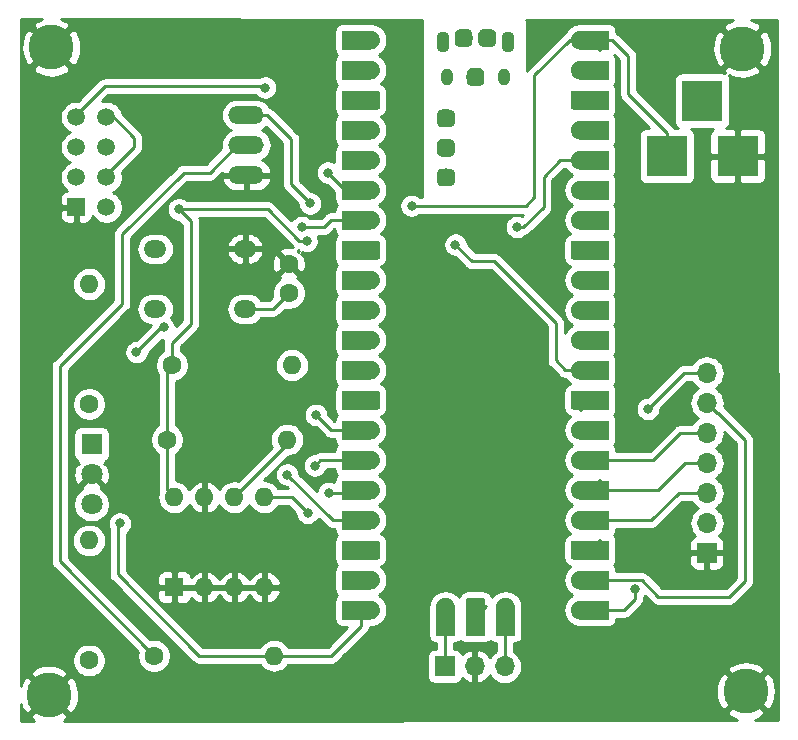
<source format=gbr>
G04 #@! TF.GenerationSoftware,KiCad,Pcbnew,(5.1.2)-2*
G04 #@! TF.CreationDate,2021-12-06T22:39:02-05:00*
G04 #@! TF.ProjectId,raspi_pico_christmas_tree,72617370-695f-4706-9963-6f5f63687269,rev?*
G04 #@! TF.SameCoordinates,Original*
G04 #@! TF.FileFunction,Copper,L1,Top*
G04 #@! TF.FilePolarity,Positive*
%FSLAX46Y46*%
G04 Gerber Fmt 4.6, Leading zero omitted, Abs format (unit mm)*
G04 Created by KiCad (PCBNEW (5.1.2)-2) date 2021-12-06 22:39:02*
%MOMM*%
%LPD*%
G04 APERTURE LIST*
%ADD10R,1.700000X1.700000*%
%ADD11O,1.700000X1.700000*%
%ADD12C,3.800000*%
%ADD13O,1.050000X1.450000*%
%ADD14O,1.100000X1.800000*%
%ADD15C,0.100000*%
%ADD16C,1.500000*%
%ADD17C,1.000000*%
%ADD18O,1.600000X1.600000*%
%ADD19C,1.600000*%
%ADD20C,1.800000*%
%ADD21R,1.800000X1.800000*%
%ADD22R,3.500000X3.500000*%
%ADD23O,3.010000X1.510000*%
%ADD24O,1.900000X1.500000*%
%ADD25R,1.500000X1.500000*%
%ADD26R,1.600000X1.600000*%
%ADD27C,0.800000*%
%ADD28C,0.250000*%
%ADD29C,0.254000*%
G04 APERTURE END LIST*
D10*
X135000000Y-118200000D03*
D11*
X137540000Y-118200000D03*
X140080000Y-118200000D03*
D12*
X160500000Y-120300000D03*
X101500000Y-120600000D03*
X160200000Y-65900000D03*
X101700000Y-65800000D03*
D13*
X140025000Y-68330000D03*
X135175000Y-68330000D03*
D14*
X140325000Y-65300000D03*
X134875000Y-65300000D03*
D15*
G36*
X135444108Y-76052167D02*
G01*
X135487791Y-76058647D01*
X135530628Y-76069377D01*
X135572208Y-76084254D01*
X135612129Y-76103135D01*
X135650007Y-76125839D01*
X135685477Y-76152145D01*
X135718198Y-76181802D01*
X135747855Y-76214523D01*
X135774161Y-76249993D01*
X135796865Y-76287871D01*
X135815746Y-76327792D01*
X135830623Y-76369372D01*
X135841353Y-76412209D01*
X135847833Y-76455892D01*
X135850000Y-76500000D01*
X135850000Y-77100000D01*
X135847833Y-77144108D01*
X135841353Y-77187791D01*
X135830623Y-77230628D01*
X135815746Y-77272208D01*
X135796865Y-77312129D01*
X135774161Y-77350007D01*
X135747855Y-77385477D01*
X135718198Y-77418198D01*
X135685477Y-77447855D01*
X135650007Y-77474161D01*
X135612129Y-77496865D01*
X135572208Y-77515746D01*
X135530628Y-77530623D01*
X135487791Y-77541353D01*
X135444108Y-77547833D01*
X135400000Y-77550000D01*
X134800000Y-77550000D01*
X134755892Y-77547833D01*
X134712209Y-77541353D01*
X134669372Y-77530623D01*
X134627792Y-77515746D01*
X134587871Y-77496865D01*
X134549993Y-77474161D01*
X134514523Y-77447855D01*
X134481802Y-77418198D01*
X134452145Y-77385477D01*
X134425839Y-77350007D01*
X134403135Y-77312129D01*
X134384254Y-77272208D01*
X134369377Y-77230628D01*
X134358647Y-77187791D01*
X134352167Y-77144108D01*
X134350000Y-77100000D01*
X134350000Y-76500000D01*
X134352167Y-76455892D01*
X134358647Y-76412209D01*
X134369377Y-76369372D01*
X134384254Y-76327792D01*
X134403135Y-76287871D01*
X134425839Y-76249993D01*
X134452145Y-76214523D01*
X134481802Y-76181802D01*
X134514523Y-76152145D01*
X134549993Y-76125839D01*
X134587871Y-76103135D01*
X134627792Y-76084254D01*
X134669372Y-76069377D01*
X134712209Y-76058647D01*
X134755892Y-76052167D01*
X134800000Y-76050000D01*
X135400000Y-76050000D01*
X135444108Y-76052167D01*
X135444108Y-76052167D01*
G37*
D16*
X135100000Y-76800000D03*
D15*
G36*
X135444108Y-73552167D02*
G01*
X135487791Y-73558647D01*
X135530628Y-73569377D01*
X135572208Y-73584254D01*
X135612129Y-73603135D01*
X135650007Y-73625839D01*
X135685477Y-73652145D01*
X135718198Y-73681802D01*
X135747855Y-73714523D01*
X135774161Y-73749993D01*
X135796865Y-73787871D01*
X135815746Y-73827792D01*
X135830623Y-73869372D01*
X135841353Y-73912209D01*
X135847833Y-73955892D01*
X135850000Y-74000000D01*
X135850000Y-74600000D01*
X135847833Y-74644108D01*
X135841353Y-74687791D01*
X135830623Y-74730628D01*
X135815746Y-74772208D01*
X135796865Y-74812129D01*
X135774161Y-74850007D01*
X135747855Y-74885477D01*
X135718198Y-74918198D01*
X135685477Y-74947855D01*
X135650007Y-74974161D01*
X135612129Y-74996865D01*
X135572208Y-75015746D01*
X135530628Y-75030623D01*
X135487791Y-75041353D01*
X135444108Y-75047833D01*
X135400000Y-75050000D01*
X134800000Y-75050000D01*
X134755892Y-75047833D01*
X134712209Y-75041353D01*
X134669372Y-75030623D01*
X134627792Y-75015746D01*
X134587871Y-74996865D01*
X134549993Y-74974161D01*
X134514523Y-74947855D01*
X134481802Y-74918198D01*
X134452145Y-74885477D01*
X134425839Y-74850007D01*
X134403135Y-74812129D01*
X134384254Y-74772208D01*
X134369377Y-74730628D01*
X134358647Y-74687791D01*
X134352167Y-74644108D01*
X134350000Y-74600000D01*
X134350000Y-74000000D01*
X134352167Y-73955892D01*
X134358647Y-73912209D01*
X134369377Y-73869372D01*
X134384254Y-73827792D01*
X134403135Y-73787871D01*
X134425839Y-73749993D01*
X134452145Y-73714523D01*
X134481802Y-73681802D01*
X134514523Y-73652145D01*
X134549993Y-73625839D01*
X134587871Y-73603135D01*
X134627792Y-73584254D01*
X134669372Y-73569377D01*
X134712209Y-73558647D01*
X134755892Y-73552167D01*
X134800000Y-73550000D01*
X135400000Y-73550000D01*
X135444108Y-73552167D01*
X135444108Y-73552167D01*
G37*
D16*
X135100000Y-74300000D03*
D15*
G36*
X135444108Y-71052167D02*
G01*
X135487791Y-71058647D01*
X135530628Y-71069377D01*
X135572208Y-71084254D01*
X135612129Y-71103135D01*
X135650007Y-71125839D01*
X135685477Y-71152145D01*
X135718198Y-71181802D01*
X135747855Y-71214523D01*
X135774161Y-71249993D01*
X135796865Y-71287871D01*
X135815746Y-71327792D01*
X135830623Y-71369372D01*
X135841353Y-71412209D01*
X135847833Y-71455892D01*
X135850000Y-71500000D01*
X135850000Y-72100000D01*
X135847833Y-72144108D01*
X135841353Y-72187791D01*
X135830623Y-72230628D01*
X135815746Y-72272208D01*
X135796865Y-72312129D01*
X135774161Y-72350007D01*
X135747855Y-72385477D01*
X135718198Y-72418198D01*
X135685477Y-72447855D01*
X135650007Y-72474161D01*
X135612129Y-72496865D01*
X135572208Y-72515746D01*
X135530628Y-72530623D01*
X135487791Y-72541353D01*
X135444108Y-72547833D01*
X135400000Y-72550000D01*
X134800000Y-72550000D01*
X134755892Y-72547833D01*
X134712209Y-72541353D01*
X134669372Y-72530623D01*
X134627792Y-72515746D01*
X134587871Y-72496865D01*
X134549993Y-72474161D01*
X134514523Y-72447855D01*
X134481802Y-72418198D01*
X134452145Y-72385477D01*
X134425839Y-72350007D01*
X134403135Y-72312129D01*
X134384254Y-72272208D01*
X134369377Y-72230628D01*
X134358647Y-72187791D01*
X134352167Y-72144108D01*
X134350000Y-72100000D01*
X134350000Y-71500000D01*
X134352167Y-71455892D01*
X134358647Y-71412209D01*
X134369377Y-71369372D01*
X134384254Y-71327792D01*
X134403135Y-71287871D01*
X134425839Y-71249993D01*
X134452145Y-71214523D01*
X134481802Y-71181802D01*
X134514523Y-71152145D01*
X134549993Y-71125839D01*
X134587871Y-71103135D01*
X134627792Y-71084254D01*
X134669372Y-71069377D01*
X134712209Y-71058647D01*
X134755892Y-71052167D01*
X134800000Y-71050000D01*
X135400000Y-71050000D01*
X135444108Y-71052167D01*
X135444108Y-71052167D01*
G37*
D16*
X135100000Y-71800000D03*
D15*
G36*
X137944108Y-67552167D02*
G01*
X137987791Y-67558647D01*
X138030628Y-67569377D01*
X138072208Y-67584254D01*
X138112129Y-67603135D01*
X138150007Y-67625839D01*
X138185477Y-67652145D01*
X138218198Y-67681802D01*
X138247855Y-67714523D01*
X138274161Y-67749993D01*
X138296865Y-67787871D01*
X138315746Y-67827792D01*
X138330623Y-67869372D01*
X138341353Y-67912209D01*
X138347833Y-67955892D01*
X138350000Y-68000000D01*
X138350000Y-68600000D01*
X138347833Y-68644108D01*
X138341353Y-68687791D01*
X138330623Y-68730628D01*
X138315746Y-68772208D01*
X138296865Y-68812129D01*
X138274161Y-68850007D01*
X138247855Y-68885477D01*
X138218198Y-68918198D01*
X138185477Y-68947855D01*
X138150007Y-68974161D01*
X138112129Y-68996865D01*
X138072208Y-69015746D01*
X138030628Y-69030623D01*
X137987791Y-69041353D01*
X137944108Y-69047833D01*
X137900000Y-69050000D01*
X137300000Y-69050000D01*
X137255892Y-69047833D01*
X137212209Y-69041353D01*
X137169372Y-69030623D01*
X137127792Y-69015746D01*
X137087871Y-68996865D01*
X137049993Y-68974161D01*
X137014523Y-68947855D01*
X136981802Y-68918198D01*
X136952145Y-68885477D01*
X136925839Y-68850007D01*
X136903135Y-68812129D01*
X136884254Y-68772208D01*
X136869377Y-68730628D01*
X136858647Y-68687791D01*
X136852167Y-68644108D01*
X136850000Y-68600000D01*
X136850000Y-68000000D01*
X136852167Y-67955892D01*
X136858647Y-67912209D01*
X136869377Y-67869372D01*
X136884254Y-67827792D01*
X136903135Y-67787871D01*
X136925839Y-67749993D01*
X136952145Y-67714523D01*
X136981802Y-67681802D01*
X137014523Y-67652145D01*
X137049993Y-67625839D01*
X137087871Y-67603135D01*
X137127792Y-67584254D01*
X137169372Y-67569377D01*
X137212209Y-67558647D01*
X137255892Y-67552167D01*
X137300000Y-67550000D01*
X137900000Y-67550000D01*
X137944108Y-67552167D01*
X137944108Y-67552167D01*
G37*
D16*
X137600000Y-68300000D03*
D15*
G36*
X138944108Y-64252167D02*
G01*
X138987791Y-64258647D01*
X139030628Y-64269377D01*
X139072208Y-64284254D01*
X139112129Y-64303135D01*
X139150007Y-64325839D01*
X139185477Y-64352145D01*
X139218198Y-64381802D01*
X139247855Y-64414523D01*
X139274161Y-64449993D01*
X139296865Y-64487871D01*
X139315746Y-64527792D01*
X139330623Y-64569372D01*
X139341353Y-64612209D01*
X139347833Y-64655892D01*
X139350000Y-64700000D01*
X139350000Y-65300000D01*
X139347833Y-65344108D01*
X139341353Y-65387791D01*
X139330623Y-65430628D01*
X139315746Y-65472208D01*
X139296865Y-65512129D01*
X139274161Y-65550007D01*
X139247855Y-65585477D01*
X139218198Y-65618198D01*
X139185477Y-65647855D01*
X139150007Y-65674161D01*
X139112129Y-65696865D01*
X139072208Y-65715746D01*
X139030628Y-65730623D01*
X138987791Y-65741353D01*
X138944108Y-65747833D01*
X138900000Y-65750000D01*
X138300000Y-65750000D01*
X138255892Y-65747833D01*
X138212209Y-65741353D01*
X138169372Y-65730623D01*
X138127792Y-65715746D01*
X138087871Y-65696865D01*
X138049993Y-65674161D01*
X138014523Y-65647855D01*
X137981802Y-65618198D01*
X137952145Y-65585477D01*
X137925839Y-65550007D01*
X137903135Y-65512129D01*
X137884254Y-65472208D01*
X137869377Y-65430628D01*
X137858647Y-65387791D01*
X137852167Y-65344108D01*
X137850000Y-65300000D01*
X137850000Y-64700000D01*
X137852167Y-64655892D01*
X137858647Y-64612209D01*
X137869377Y-64569372D01*
X137884254Y-64527792D01*
X137903135Y-64487871D01*
X137925839Y-64449993D01*
X137952145Y-64414523D01*
X137981802Y-64381802D01*
X138014523Y-64352145D01*
X138049993Y-64325839D01*
X138087871Y-64303135D01*
X138127792Y-64284254D01*
X138169372Y-64269377D01*
X138212209Y-64258647D01*
X138255892Y-64252167D01*
X138300000Y-64250000D01*
X138900000Y-64250000D01*
X138944108Y-64252167D01*
X138944108Y-64252167D01*
G37*
D16*
X138600000Y-65000000D03*
D15*
G36*
X136944108Y-64252167D02*
G01*
X136987791Y-64258647D01*
X137030628Y-64269377D01*
X137072208Y-64284254D01*
X137112129Y-64303135D01*
X137150007Y-64325839D01*
X137185477Y-64352145D01*
X137218198Y-64381802D01*
X137247855Y-64414523D01*
X137274161Y-64449993D01*
X137296865Y-64487871D01*
X137315746Y-64527792D01*
X137330623Y-64569372D01*
X137341353Y-64612209D01*
X137347833Y-64655892D01*
X137350000Y-64700000D01*
X137350000Y-65300000D01*
X137347833Y-65344108D01*
X137341353Y-65387791D01*
X137330623Y-65430628D01*
X137315746Y-65472208D01*
X137296865Y-65512129D01*
X137274161Y-65550007D01*
X137247855Y-65585477D01*
X137218198Y-65618198D01*
X137185477Y-65647855D01*
X137150007Y-65674161D01*
X137112129Y-65696865D01*
X137072208Y-65715746D01*
X137030628Y-65730623D01*
X136987791Y-65741353D01*
X136944108Y-65747833D01*
X136900000Y-65750000D01*
X136300000Y-65750000D01*
X136255892Y-65747833D01*
X136212209Y-65741353D01*
X136169372Y-65730623D01*
X136127792Y-65715746D01*
X136087871Y-65696865D01*
X136049993Y-65674161D01*
X136014523Y-65647855D01*
X135981802Y-65618198D01*
X135952145Y-65585477D01*
X135925839Y-65550007D01*
X135903135Y-65512129D01*
X135884254Y-65472208D01*
X135869377Y-65430628D01*
X135858647Y-65387791D01*
X135852167Y-65344108D01*
X135850000Y-65300000D01*
X135850000Y-64700000D01*
X135852167Y-64655892D01*
X135858647Y-64612209D01*
X135869377Y-64569372D01*
X135884254Y-64527792D01*
X135903135Y-64487871D01*
X135925839Y-64449993D01*
X135952145Y-64414523D01*
X135981802Y-64381802D01*
X136014523Y-64352145D01*
X136049993Y-64325839D01*
X136087871Y-64303135D01*
X136127792Y-64284254D01*
X136169372Y-64269377D01*
X136212209Y-64258647D01*
X136255892Y-64252167D01*
X136300000Y-64250000D01*
X136900000Y-64250000D01*
X136944108Y-64252167D01*
X136944108Y-64252167D01*
G37*
D16*
X136600000Y-65000000D03*
D17*
X140140000Y-114000000D03*
D15*
G36*
X140182119Y-112396001D02*
G01*
X140182356Y-112396013D01*
X140224356Y-112399013D01*
X140224724Y-112399053D01*
X140265724Y-112405053D01*
X140265841Y-112405071D01*
X140306841Y-112412071D01*
X140307185Y-112412142D01*
X140348185Y-112422142D01*
X140348437Y-112422211D01*
X140388437Y-112434211D01*
X140388652Y-112434281D01*
X140428652Y-112448281D01*
X140428940Y-112448392D01*
X140466940Y-112464392D01*
X140467140Y-112464481D01*
X140505140Y-112482481D01*
X140505378Y-112482601D01*
X140542378Y-112502601D01*
X140542607Y-112502734D01*
X140578607Y-112524734D01*
X140578883Y-112524915D01*
X140612883Y-112548915D01*
X140613019Y-112549015D01*
X140646019Y-112574015D01*
X140646224Y-112574179D01*
X140678224Y-112601179D01*
X140678416Y-112601349D01*
X140709416Y-112630349D01*
X140709651Y-112630584D01*
X140738651Y-112661584D01*
X140738821Y-112661776D01*
X140765821Y-112693776D01*
X140765985Y-112693981D01*
X140790985Y-112726981D01*
X140791085Y-112727117D01*
X140815085Y-112761117D01*
X140815266Y-112761393D01*
X140837266Y-112797393D01*
X140837399Y-112797622D01*
X140857399Y-112834622D01*
X140857519Y-112834860D01*
X140875519Y-112872860D01*
X140875608Y-112873060D01*
X140891608Y-112911060D01*
X140891719Y-112911348D01*
X140905719Y-112951348D01*
X140905789Y-112951563D01*
X140917789Y-112991563D01*
X140917858Y-112991815D01*
X140927858Y-113032815D01*
X140927929Y-113033159D01*
X140934929Y-113074159D01*
X140934947Y-113074276D01*
X140940947Y-113115276D01*
X140940987Y-113115644D01*
X140943987Y-113157644D01*
X140943999Y-113157881D01*
X140944999Y-113199881D01*
X140945000Y-113200000D01*
X140945000Y-115600000D01*
X140944904Y-115600975D01*
X140944619Y-115601913D01*
X140944157Y-115602778D01*
X140943536Y-115603536D01*
X140942778Y-115604157D01*
X140941913Y-115604619D01*
X140940975Y-115604904D01*
X140940000Y-115605000D01*
X139340000Y-115605000D01*
X139339025Y-115604904D01*
X139338087Y-115604619D01*
X139337222Y-115604157D01*
X139336464Y-115603536D01*
X139335843Y-115602778D01*
X139335381Y-115601913D01*
X139335096Y-115600975D01*
X139335000Y-115600000D01*
X139335000Y-113200000D01*
X139335001Y-113199881D01*
X139336001Y-113157881D01*
X139336013Y-113157644D01*
X139339013Y-113115644D01*
X139339053Y-113115276D01*
X139345053Y-113074276D01*
X139345071Y-113074159D01*
X139352071Y-113033159D01*
X139352142Y-113032815D01*
X139362142Y-112991815D01*
X139362211Y-112991563D01*
X139374211Y-112951563D01*
X139374281Y-112951348D01*
X139388281Y-112911348D01*
X139388392Y-112911060D01*
X139404392Y-112873060D01*
X139404481Y-112872860D01*
X139422481Y-112834860D01*
X139422601Y-112834622D01*
X139442601Y-112797622D01*
X139442734Y-112797393D01*
X139464734Y-112761393D01*
X139464915Y-112761117D01*
X139488915Y-112727117D01*
X139489015Y-112726981D01*
X139514015Y-112693981D01*
X139514179Y-112693776D01*
X139541179Y-112661776D01*
X139541349Y-112661584D01*
X139570349Y-112630584D01*
X139570584Y-112630349D01*
X139601584Y-112601349D01*
X139601776Y-112601179D01*
X139633776Y-112574179D01*
X139633981Y-112574015D01*
X139666981Y-112549015D01*
X139667117Y-112548915D01*
X139701117Y-112524915D01*
X139701393Y-112524734D01*
X139737393Y-112502734D01*
X139737622Y-112502601D01*
X139774622Y-112482601D01*
X139774860Y-112482481D01*
X139812860Y-112464481D01*
X139813060Y-112464392D01*
X139851060Y-112448392D01*
X139851348Y-112448281D01*
X139891348Y-112434281D01*
X139891563Y-112434211D01*
X139931563Y-112422211D01*
X139931815Y-112422142D01*
X139972815Y-112412142D01*
X139973159Y-112412071D01*
X140014159Y-112405071D01*
X140014276Y-112405053D01*
X140055276Y-112399053D01*
X140055644Y-112399013D01*
X140097644Y-112396013D01*
X140097881Y-112396001D01*
X140139881Y-112395001D01*
X140140119Y-112395001D01*
X140182119Y-112396001D01*
X140182119Y-112396001D01*
G37*
D17*
X147290000Y-108350000D03*
D15*
G36*
X148890975Y-107545096D02*
G01*
X148891913Y-107545381D01*
X148892778Y-107545843D01*
X148893536Y-107546464D01*
X148894157Y-107547222D01*
X148894619Y-107548087D01*
X148894904Y-107549025D01*
X148895000Y-107550000D01*
X148895000Y-109150000D01*
X148894904Y-109150975D01*
X148894619Y-109151913D01*
X148894157Y-109152778D01*
X148893536Y-109153536D01*
X148892778Y-109154157D01*
X148891913Y-109154619D01*
X148890975Y-109154904D01*
X148890000Y-109155000D01*
X145880000Y-109155000D01*
X145879547Y-109154979D01*
X145868547Y-109153979D01*
X145868502Y-109153975D01*
X145858502Y-109152975D01*
X145858106Y-109152919D01*
X145847106Y-109150919D01*
X145846563Y-109150789D01*
X145816563Y-109141789D01*
X145815969Y-109141569D01*
X145806969Y-109137569D01*
X145806764Y-109137472D01*
X145796764Y-109132472D01*
X145796572Y-109132371D01*
X145778572Y-109122371D01*
X145778226Y-109122160D01*
X145769226Y-109116160D01*
X145768707Y-109115763D01*
X145760845Y-109108884D01*
X145753000Y-109103000D01*
X145752237Y-109102293D01*
X145745456Y-109094544D01*
X145737707Y-109087763D01*
X145737000Y-109087000D01*
X145731116Y-109079155D01*
X145724237Y-109071293D01*
X145723840Y-109070774D01*
X145717840Y-109061774D01*
X145717629Y-109061428D01*
X145707629Y-109043428D01*
X145707528Y-109043236D01*
X145702528Y-109033236D01*
X145702431Y-109033031D01*
X145698431Y-109024031D01*
X145698211Y-109023437D01*
X145689211Y-108993437D01*
X145689081Y-108992894D01*
X145687081Y-108981894D01*
X145687025Y-108981498D01*
X145686025Y-108971498D01*
X145686021Y-108971453D01*
X145685021Y-108960453D01*
X145685000Y-108960000D01*
X145685000Y-107740000D01*
X145685021Y-107739547D01*
X145686021Y-107728547D01*
X145686025Y-107728502D01*
X145687025Y-107718502D01*
X145687081Y-107718106D01*
X145689081Y-107707106D01*
X145689211Y-107706563D01*
X145698211Y-107676563D01*
X145698431Y-107675969D01*
X145702431Y-107666969D01*
X145702528Y-107666764D01*
X145707528Y-107656764D01*
X145707629Y-107656572D01*
X145717629Y-107638572D01*
X145717840Y-107638226D01*
X145723840Y-107629226D01*
X145724237Y-107628707D01*
X145731116Y-107620845D01*
X145737000Y-107613000D01*
X145737707Y-107612237D01*
X145745456Y-107605456D01*
X145752237Y-107597707D01*
X145753000Y-107597000D01*
X145760845Y-107591116D01*
X145768707Y-107584237D01*
X145769226Y-107583840D01*
X145778226Y-107577840D01*
X145778572Y-107577629D01*
X145796572Y-107567629D01*
X145796764Y-107567528D01*
X145806764Y-107562528D01*
X145806969Y-107562431D01*
X145815969Y-107558431D01*
X145816563Y-107558211D01*
X145846563Y-107549211D01*
X145847106Y-107549081D01*
X145858106Y-107547081D01*
X145858502Y-107547025D01*
X145868502Y-107546025D01*
X145868547Y-107546021D01*
X145879547Y-107545021D01*
X145880000Y-107545000D01*
X148890000Y-107545000D01*
X148890975Y-107545096D01*
X148890975Y-107545096D01*
G37*
D17*
X147290000Y-95650000D03*
D15*
G36*
X148890975Y-94845096D02*
G01*
X148891913Y-94845381D01*
X148892778Y-94845843D01*
X148893536Y-94846464D01*
X148894157Y-94847222D01*
X148894619Y-94848087D01*
X148894904Y-94849025D01*
X148895000Y-94850000D01*
X148895000Y-96450000D01*
X148894904Y-96450975D01*
X148894619Y-96451913D01*
X148894157Y-96452778D01*
X148893536Y-96453536D01*
X148892778Y-96454157D01*
X148891913Y-96454619D01*
X148890975Y-96454904D01*
X148890000Y-96455000D01*
X145880000Y-96455000D01*
X145879547Y-96454979D01*
X145868547Y-96453979D01*
X145868502Y-96453975D01*
X145858502Y-96452975D01*
X145858106Y-96452919D01*
X145847106Y-96450919D01*
X145846563Y-96450789D01*
X145816563Y-96441789D01*
X145815969Y-96441569D01*
X145806969Y-96437569D01*
X145806764Y-96437472D01*
X145796764Y-96432472D01*
X145796572Y-96432371D01*
X145778572Y-96422371D01*
X145778226Y-96422160D01*
X145769226Y-96416160D01*
X145768707Y-96415763D01*
X145760845Y-96408884D01*
X145753000Y-96403000D01*
X145752237Y-96402293D01*
X145745456Y-96394544D01*
X145737707Y-96387763D01*
X145737000Y-96387000D01*
X145731116Y-96379155D01*
X145724237Y-96371293D01*
X145723840Y-96370774D01*
X145717840Y-96361774D01*
X145717629Y-96361428D01*
X145707629Y-96343428D01*
X145707528Y-96343236D01*
X145702528Y-96333236D01*
X145702431Y-96333031D01*
X145698431Y-96324031D01*
X145698211Y-96323437D01*
X145689211Y-96293437D01*
X145689081Y-96292894D01*
X145687081Y-96281894D01*
X145687025Y-96281498D01*
X145686025Y-96271498D01*
X145686021Y-96271453D01*
X145685021Y-96260453D01*
X145685000Y-96260000D01*
X145685000Y-95040000D01*
X145685021Y-95039547D01*
X145686021Y-95028547D01*
X145686025Y-95028502D01*
X145687025Y-95018502D01*
X145687081Y-95018106D01*
X145689081Y-95007106D01*
X145689211Y-95006563D01*
X145698211Y-94976563D01*
X145698431Y-94975969D01*
X145702431Y-94966969D01*
X145702528Y-94966764D01*
X145707528Y-94956764D01*
X145707629Y-94956572D01*
X145717629Y-94938572D01*
X145717840Y-94938226D01*
X145723840Y-94929226D01*
X145724237Y-94928707D01*
X145731116Y-94920845D01*
X145737000Y-94913000D01*
X145737707Y-94912237D01*
X145745456Y-94905456D01*
X145752237Y-94897707D01*
X145753000Y-94897000D01*
X145760845Y-94891116D01*
X145768707Y-94884237D01*
X145769226Y-94883840D01*
X145778226Y-94877840D01*
X145778572Y-94877629D01*
X145796572Y-94867629D01*
X145796764Y-94867528D01*
X145806764Y-94862528D01*
X145806969Y-94862431D01*
X145815969Y-94858431D01*
X145816563Y-94858211D01*
X145846563Y-94849211D01*
X145847106Y-94849081D01*
X145858106Y-94847081D01*
X145858502Y-94847025D01*
X145868502Y-94846025D01*
X145868547Y-94846021D01*
X145879547Y-94845021D01*
X145880000Y-94845000D01*
X148890000Y-94845000D01*
X148890975Y-94845096D01*
X148890975Y-94845096D01*
G37*
D17*
X147290000Y-82950000D03*
D15*
G36*
X148890975Y-82145096D02*
G01*
X148891913Y-82145381D01*
X148892778Y-82145843D01*
X148893536Y-82146464D01*
X148894157Y-82147222D01*
X148894619Y-82148087D01*
X148894904Y-82149025D01*
X148895000Y-82150000D01*
X148895000Y-83750000D01*
X148894904Y-83750975D01*
X148894619Y-83751913D01*
X148894157Y-83752778D01*
X148893536Y-83753536D01*
X148892778Y-83754157D01*
X148891913Y-83754619D01*
X148890975Y-83754904D01*
X148890000Y-83755000D01*
X145880000Y-83755000D01*
X145879547Y-83754979D01*
X145868547Y-83753979D01*
X145868502Y-83753975D01*
X145858502Y-83752975D01*
X145858106Y-83752919D01*
X145847106Y-83750919D01*
X145846563Y-83750789D01*
X145816563Y-83741789D01*
X145815969Y-83741569D01*
X145806969Y-83737569D01*
X145806764Y-83737472D01*
X145796764Y-83732472D01*
X145796572Y-83732371D01*
X145778572Y-83722371D01*
X145778226Y-83722160D01*
X145769226Y-83716160D01*
X145768707Y-83715763D01*
X145760845Y-83708884D01*
X145753000Y-83703000D01*
X145752237Y-83702293D01*
X145745456Y-83694544D01*
X145737707Y-83687763D01*
X145737000Y-83687000D01*
X145731116Y-83679155D01*
X145724237Y-83671293D01*
X145723840Y-83670774D01*
X145717840Y-83661774D01*
X145717629Y-83661428D01*
X145707629Y-83643428D01*
X145707528Y-83643236D01*
X145702528Y-83633236D01*
X145702431Y-83633031D01*
X145698431Y-83624031D01*
X145698211Y-83623437D01*
X145689211Y-83593437D01*
X145689081Y-83592894D01*
X145687081Y-83581894D01*
X145687025Y-83581498D01*
X145686025Y-83571498D01*
X145686021Y-83571453D01*
X145685021Y-83560453D01*
X145685000Y-83560000D01*
X145685000Y-82340000D01*
X145685021Y-82339547D01*
X145686021Y-82328547D01*
X145686025Y-82328502D01*
X145687025Y-82318502D01*
X145687081Y-82318106D01*
X145689081Y-82307106D01*
X145689211Y-82306563D01*
X145698211Y-82276563D01*
X145698431Y-82275969D01*
X145702431Y-82266969D01*
X145702528Y-82266764D01*
X145707528Y-82256764D01*
X145707629Y-82256572D01*
X145717629Y-82238572D01*
X145717840Y-82238226D01*
X145723840Y-82229226D01*
X145724237Y-82228707D01*
X145731116Y-82220845D01*
X145737000Y-82213000D01*
X145737707Y-82212237D01*
X145745456Y-82205456D01*
X145752237Y-82197707D01*
X145753000Y-82197000D01*
X145760845Y-82191116D01*
X145768707Y-82184237D01*
X145769226Y-82183840D01*
X145778226Y-82177840D01*
X145778572Y-82177629D01*
X145796572Y-82167629D01*
X145796764Y-82167528D01*
X145806764Y-82162528D01*
X145806969Y-82162431D01*
X145815969Y-82158431D01*
X145816563Y-82158211D01*
X145846563Y-82149211D01*
X145847106Y-82149081D01*
X145858106Y-82147081D01*
X145858502Y-82147025D01*
X145868502Y-82146025D01*
X145868547Y-82146021D01*
X145879547Y-82145021D01*
X145880000Y-82145000D01*
X148890000Y-82145000D01*
X148890975Y-82145096D01*
X148890975Y-82145096D01*
G37*
D17*
X147290000Y-113430000D03*
D15*
G36*
X148890975Y-112625096D02*
G01*
X148891913Y-112625381D01*
X148892778Y-112625843D01*
X148893536Y-112626464D01*
X148894157Y-112627222D01*
X148894619Y-112628087D01*
X148894904Y-112629025D01*
X148895000Y-112630000D01*
X148895000Y-114230000D01*
X148894904Y-114230975D01*
X148894619Y-114231913D01*
X148894157Y-114232778D01*
X148893536Y-114233536D01*
X148892778Y-114234157D01*
X148891913Y-114234619D01*
X148890975Y-114234904D01*
X148890000Y-114235000D01*
X146490000Y-114235000D01*
X146489881Y-114234999D01*
X146447881Y-114233999D01*
X146447644Y-114233987D01*
X146405644Y-114230987D01*
X146405276Y-114230947D01*
X146364276Y-114224947D01*
X146364159Y-114224929D01*
X146323159Y-114217929D01*
X146322815Y-114217858D01*
X146281815Y-114207858D01*
X146281563Y-114207789D01*
X146241563Y-114195789D01*
X146241348Y-114195719D01*
X146201348Y-114181719D01*
X146201060Y-114181608D01*
X146163060Y-114165608D01*
X146162860Y-114165519D01*
X146124860Y-114147519D01*
X146124622Y-114147399D01*
X146087622Y-114127399D01*
X146087393Y-114127266D01*
X146051393Y-114105266D01*
X146051117Y-114105085D01*
X146017117Y-114081085D01*
X146016981Y-114080985D01*
X145983981Y-114055985D01*
X145983776Y-114055821D01*
X145951776Y-114028821D01*
X145951584Y-114028651D01*
X145920584Y-113999651D01*
X145920349Y-113999416D01*
X145891349Y-113968416D01*
X145891179Y-113968224D01*
X145864179Y-113936224D01*
X145864015Y-113936019D01*
X145839015Y-113903019D01*
X145838915Y-113902883D01*
X145814915Y-113868883D01*
X145814734Y-113868607D01*
X145792734Y-113832607D01*
X145792601Y-113832378D01*
X145772601Y-113795378D01*
X145772481Y-113795140D01*
X145754481Y-113757140D01*
X145754392Y-113756940D01*
X145738392Y-113718940D01*
X145738281Y-113718652D01*
X145724281Y-113678652D01*
X145724211Y-113678437D01*
X145712211Y-113638437D01*
X145712142Y-113638185D01*
X145702142Y-113597185D01*
X145702071Y-113596841D01*
X145695071Y-113555841D01*
X145695053Y-113555724D01*
X145689053Y-113514724D01*
X145689013Y-113514356D01*
X145686013Y-113472356D01*
X145686001Y-113472119D01*
X145685001Y-113430119D01*
X145685001Y-113429881D01*
X145686001Y-113387881D01*
X145686013Y-113387644D01*
X145689013Y-113345644D01*
X145689053Y-113345276D01*
X145695053Y-113304276D01*
X145695071Y-113304159D01*
X145702071Y-113263159D01*
X145702142Y-113262815D01*
X145712142Y-113221815D01*
X145712211Y-113221563D01*
X145724211Y-113181563D01*
X145724281Y-113181348D01*
X145738281Y-113141348D01*
X145738392Y-113141060D01*
X145754392Y-113103060D01*
X145754481Y-113102860D01*
X145772481Y-113064860D01*
X145772601Y-113064622D01*
X145792601Y-113027622D01*
X145792734Y-113027393D01*
X145814734Y-112991393D01*
X145814915Y-112991117D01*
X145838915Y-112957117D01*
X145839015Y-112956981D01*
X145864015Y-112923981D01*
X145864179Y-112923776D01*
X145891179Y-112891776D01*
X145891349Y-112891584D01*
X145920349Y-112860584D01*
X145920584Y-112860349D01*
X145951584Y-112831349D01*
X145951776Y-112831179D01*
X145983776Y-112804179D01*
X145983981Y-112804015D01*
X146016981Y-112779015D01*
X146017117Y-112778915D01*
X146051117Y-112754915D01*
X146051393Y-112754734D01*
X146087393Y-112732734D01*
X146087622Y-112732601D01*
X146124622Y-112712601D01*
X146124860Y-112712481D01*
X146162860Y-112694481D01*
X146163060Y-112694392D01*
X146201060Y-112678392D01*
X146201348Y-112678281D01*
X146241348Y-112664281D01*
X146241563Y-112664211D01*
X146281563Y-112652211D01*
X146281815Y-112652142D01*
X146322815Y-112642142D01*
X146323159Y-112642071D01*
X146364159Y-112635071D01*
X146364276Y-112635053D01*
X146405276Y-112629053D01*
X146405644Y-112629013D01*
X146447644Y-112626013D01*
X146447881Y-112626001D01*
X146489881Y-112625001D01*
X146490000Y-112625000D01*
X148890000Y-112625000D01*
X148890975Y-112625096D01*
X148890975Y-112625096D01*
G37*
D17*
X147290000Y-110890000D03*
D15*
G36*
X148890975Y-110085096D02*
G01*
X148891913Y-110085381D01*
X148892778Y-110085843D01*
X148893536Y-110086464D01*
X148894157Y-110087222D01*
X148894619Y-110088087D01*
X148894904Y-110089025D01*
X148895000Y-110090000D01*
X148895000Y-111690000D01*
X148894904Y-111690975D01*
X148894619Y-111691913D01*
X148894157Y-111692778D01*
X148893536Y-111693536D01*
X148892778Y-111694157D01*
X148891913Y-111694619D01*
X148890975Y-111694904D01*
X148890000Y-111695000D01*
X146490000Y-111695000D01*
X146489881Y-111694999D01*
X146447881Y-111693999D01*
X146447644Y-111693987D01*
X146405644Y-111690987D01*
X146405276Y-111690947D01*
X146364276Y-111684947D01*
X146364159Y-111684929D01*
X146323159Y-111677929D01*
X146322815Y-111677858D01*
X146281815Y-111667858D01*
X146281563Y-111667789D01*
X146241563Y-111655789D01*
X146241348Y-111655719D01*
X146201348Y-111641719D01*
X146201060Y-111641608D01*
X146163060Y-111625608D01*
X146162860Y-111625519D01*
X146124860Y-111607519D01*
X146124622Y-111607399D01*
X146087622Y-111587399D01*
X146087393Y-111587266D01*
X146051393Y-111565266D01*
X146051117Y-111565085D01*
X146017117Y-111541085D01*
X146016981Y-111540985D01*
X145983981Y-111515985D01*
X145983776Y-111515821D01*
X145951776Y-111488821D01*
X145951584Y-111488651D01*
X145920584Y-111459651D01*
X145920349Y-111459416D01*
X145891349Y-111428416D01*
X145891179Y-111428224D01*
X145864179Y-111396224D01*
X145864015Y-111396019D01*
X145839015Y-111363019D01*
X145838915Y-111362883D01*
X145814915Y-111328883D01*
X145814734Y-111328607D01*
X145792734Y-111292607D01*
X145792601Y-111292378D01*
X145772601Y-111255378D01*
X145772481Y-111255140D01*
X145754481Y-111217140D01*
X145754392Y-111216940D01*
X145738392Y-111178940D01*
X145738281Y-111178652D01*
X145724281Y-111138652D01*
X145724211Y-111138437D01*
X145712211Y-111098437D01*
X145712142Y-111098185D01*
X145702142Y-111057185D01*
X145702071Y-111056841D01*
X145695071Y-111015841D01*
X145695053Y-111015724D01*
X145689053Y-110974724D01*
X145689013Y-110974356D01*
X145686013Y-110932356D01*
X145686001Y-110932119D01*
X145685001Y-110890119D01*
X145685001Y-110889881D01*
X145686001Y-110847881D01*
X145686013Y-110847644D01*
X145689013Y-110805644D01*
X145689053Y-110805276D01*
X145695053Y-110764276D01*
X145695071Y-110764159D01*
X145702071Y-110723159D01*
X145702142Y-110722815D01*
X145712142Y-110681815D01*
X145712211Y-110681563D01*
X145724211Y-110641563D01*
X145724281Y-110641348D01*
X145738281Y-110601348D01*
X145738392Y-110601060D01*
X145754392Y-110563060D01*
X145754481Y-110562860D01*
X145772481Y-110524860D01*
X145772601Y-110524622D01*
X145792601Y-110487622D01*
X145792734Y-110487393D01*
X145814734Y-110451393D01*
X145814915Y-110451117D01*
X145838915Y-110417117D01*
X145839015Y-110416981D01*
X145864015Y-110383981D01*
X145864179Y-110383776D01*
X145891179Y-110351776D01*
X145891349Y-110351584D01*
X145920349Y-110320584D01*
X145920584Y-110320349D01*
X145951584Y-110291349D01*
X145951776Y-110291179D01*
X145983776Y-110264179D01*
X145983981Y-110264015D01*
X146016981Y-110239015D01*
X146017117Y-110238915D01*
X146051117Y-110214915D01*
X146051393Y-110214734D01*
X146087393Y-110192734D01*
X146087622Y-110192601D01*
X146124622Y-110172601D01*
X146124860Y-110172481D01*
X146162860Y-110154481D01*
X146163060Y-110154392D01*
X146201060Y-110138392D01*
X146201348Y-110138281D01*
X146241348Y-110124281D01*
X146241563Y-110124211D01*
X146281563Y-110112211D01*
X146281815Y-110112142D01*
X146322815Y-110102142D01*
X146323159Y-110102071D01*
X146364159Y-110095071D01*
X146364276Y-110095053D01*
X146405276Y-110089053D01*
X146405644Y-110089013D01*
X146447644Y-110086013D01*
X146447881Y-110086001D01*
X146489881Y-110085001D01*
X146490000Y-110085000D01*
X148890000Y-110085000D01*
X148890975Y-110085096D01*
X148890975Y-110085096D01*
G37*
D17*
X147290000Y-105810000D03*
D15*
G36*
X148890975Y-105005096D02*
G01*
X148891913Y-105005381D01*
X148892778Y-105005843D01*
X148893536Y-105006464D01*
X148894157Y-105007222D01*
X148894619Y-105008087D01*
X148894904Y-105009025D01*
X148895000Y-105010000D01*
X148895000Y-106610000D01*
X148894904Y-106610975D01*
X148894619Y-106611913D01*
X148894157Y-106612778D01*
X148893536Y-106613536D01*
X148892778Y-106614157D01*
X148891913Y-106614619D01*
X148890975Y-106614904D01*
X148890000Y-106615000D01*
X146490000Y-106615000D01*
X146489881Y-106614999D01*
X146447881Y-106613999D01*
X146447644Y-106613987D01*
X146405644Y-106610987D01*
X146405276Y-106610947D01*
X146364276Y-106604947D01*
X146364159Y-106604929D01*
X146323159Y-106597929D01*
X146322815Y-106597858D01*
X146281815Y-106587858D01*
X146281563Y-106587789D01*
X146241563Y-106575789D01*
X146241348Y-106575719D01*
X146201348Y-106561719D01*
X146201060Y-106561608D01*
X146163060Y-106545608D01*
X146162860Y-106545519D01*
X146124860Y-106527519D01*
X146124622Y-106527399D01*
X146087622Y-106507399D01*
X146087393Y-106507266D01*
X146051393Y-106485266D01*
X146051117Y-106485085D01*
X146017117Y-106461085D01*
X146016981Y-106460985D01*
X145983981Y-106435985D01*
X145983776Y-106435821D01*
X145951776Y-106408821D01*
X145951584Y-106408651D01*
X145920584Y-106379651D01*
X145920349Y-106379416D01*
X145891349Y-106348416D01*
X145891179Y-106348224D01*
X145864179Y-106316224D01*
X145864015Y-106316019D01*
X145839015Y-106283019D01*
X145838915Y-106282883D01*
X145814915Y-106248883D01*
X145814734Y-106248607D01*
X145792734Y-106212607D01*
X145792601Y-106212378D01*
X145772601Y-106175378D01*
X145772481Y-106175140D01*
X145754481Y-106137140D01*
X145754392Y-106136940D01*
X145738392Y-106098940D01*
X145738281Y-106098652D01*
X145724281Y-106058652D01*
X145724211Y-106058437D01*
X145712211Y-106018437D01*
X145712142Y-106018185D01*
X145702142Y-105977185D01*
X145702071Y-105976841D01*
X145695071Y-105935841D01*
X145695053Y-105935724D01*
X145689053Y-105894724D01*
X145689013Y-105894356D01*
X145686013Y-105852356D01*
X145686001Y-105852119D01*
X145685001Y-105810119D01*
X145685001Y-105809881D01*
X145686001Y-105767881D01*
X145686013Y-105767644D01*
X145689013Y-105725644D01*
X145689053Y-105725276D01*
X145695053Y-105684276D01*
X145695071Y-105684159D01*
X145702071Y-105643159D01*
X145702142Y-105642815D01*
X145712142Y-105601815D01*
X145712211Y-105601563D01*
X145724211Y-105561563D01*
X145724281Y-105561348D01*
X145738281Y-105521348D01*
X145738392Y-105521060D01*
X145754392Y-105483060D01*
X145754481Y-105482860D01*
X145772481Y-105444860D01*
X145772601Y-105444622D01*
X145792601Y-105407622D01*
X145792734Y-105407393D01*
X145814734Y-105371393D01*
X145814915Y-105371117D01*
X145838915Y-105337117D01*
X145839015Y-105336981D01*
X145864015Y-105303981D01*
X145864179Y-105303776D01*
X145891179Y-105271776D01*
X145891349Y-105271584D01*
X145920349Y-105240584D01*
X145920584Y-105240349D01*
X145951584Y-105211349D01*
X145951776Y-105211179D01*
X145983776Y-105184179D01*
X145983981Y-105184015D01*
X146016981Y-105159015D01*
X146017117Y-105158915D01*
X146051117Y-105134915D01*
X146051393Y-105134734D01*
X146087393Y-105112734D01*
X146087622Y-105112601D01*
X146124622Y-105092601D01*
X146124860Y-105092481D01*
X146162860Y-105074481D01*
X146163060Y-105074392D01*
X146201060Y-105058392D01*
X146201348Y-105058281D01*
X146241348Y-105044281D01*
X146241563Y-105044211D01*
X146281563Y-105032211D01*
X146281815Y-105032142D01*
X146322815Y-105022142D01*
X146323159Y-105022071D01*
X146364159Y-105015071D01*
X146364276Y-105015053D01*
X146405276Y-105009053D01*
X146405644Y-105009013D01*
X146447644Y-105006013D01*
X146447881Y-105006001D01*
X146489881Y-105005001D01*
X146490000Y-105005000D01*
X148890000Y-105005000D01*
X148890975Y-105005096D01*
X148890975Y-105005096D01*
G37*
D17*
X147290000Y-103270000D03*
D15*
G36*
X148890975Y-102465096D02*
G01*
X148891913Y-102465381D01*
X148892778Y-102465843D01*
X148893536Y-102466464D01*
X148894157Y-102467222D01*
X148894619Y-102468087D01*
X148894904Y-102469025D01*
X148895000Y-102470000D01*
X148895000Y-104070000D01*
X148894904Y-104070975D01*
X148894619Y-104071913D01*
X148894157Y-104072778D01*
X148893536Y-104073536D01*
X148892778Y-104074157D01*
X148891913Y-104074619D01*
X148890975Y-104074904D01*
X148890000Y-104075000D01*
X146490000Y-104075000D01*
X146489881Y-104074999D01*
X146447881Y-104073999D01*
X146447644Y-104073987D01*
X146405644Y-104070987D01*
X146405276Y-104070947D01*
X146364276Y-104064947D01*
X146364159Y-104064929D01*
X146323159Y-104057929D01*
X146322815Y-104057858D01*
X146281815Y-104047858D01*
X146281563Y-104047789D01*
X146241563Y-104035789D01*
X146241348Y-104035719D01*
X146201348Y-104021719D01*
X146201060Y-104021608D01*
X146163060Y-104005608D01*
X146162860Y-104005519D01*
X146124860Y-103987519D01*
X146124622Y-103987399D01*
X146087622Y-103967399D01*
X146087393Y-103967266D01*
X146051393Y-103945266D01*
X146051117Y-103945085D01*
X146017117Y-103921085D01*
X146016981Y-103920985D01*
X145983981Y-103895985D01*
X145983776Y-103895821D01*
X145951776Y-103868821D01*
X145951584Y-103868651D01*
X145920584Y-103839651D01*
X145920349Y-103839416D01*
X145891349Y-103808416D01*
X145891179Y-103808224D01*
X145864179Y-103776224D01*
X145864015Y-103776019D01*
X145839015Y-103743019D01*
X145838915Y-103742883D01*
X145814915Y-103708883D01*
X145814734Y-103708607D01*
X145792734Y-103672607D01*
X145792601Y-103672378D01*
X145772601Y-103635378D01*
X145772481Y-103635140D01*
X145754481Y-103597140D01*
X145754392Y-103596940D01*
X145738392Y-103558940D01*
X145738281Y-103558652D01*
X145724281Y-103518652D01*
X145724211Y-103518437D01*
X145712211Y-103478437D01*
X145712142Y-103478185D01*
X145702142Y-103437185D01*
X145702071Y-103436841D01*
X145695071Y-103395841D01*
X145695053Y-103395724D01*
X145689053Y-103354724D01*
X145689013Y-103354356D01*
X145686013Y-103312356D01*
X145686001Y-103312119D01*
X145685001Y-103270119D01*
X145685001Y-103269881D01*
X145686001Y-103227881D01*
X145686013Y-103227644D01*
X145689013Y-103185644D01*
X145689053Y-103185276D01*
X145695053Y-103144276D01*
X145695071Y-103144159D01*
X145702071Y-103103159D01*
X145702142Y-103102815D01*
X145712142Y-103061815D01*
X145712211Y-103061563D01*
X145724211Y-103021563D01*
X145724281Y-103021348D01*
X145738281Y-102981348D01*
X145738392Y-102981060D01*
X145754392Y-102943060D01*
X145754481Y-102942860D01*
X145772481Y-102904860D01*
X145772601Y-102904622D01*
X145792601Y-102867622D01*
X145792734Y-102867393D01*
X145814734Y-102831393D01*
X145814915Y-102831117D01*
X145838915Y-102797117D01*
X145839015Y-102796981D01*
X145864015Y-102763981D01*
X145864179Y-102763776D01*
X145891179Y-102731776D01*
X145891349Y-102731584D01*
X145920349Y-102700584D01*
X145920584Y-102700349D01*
X145951584Y-102671349D01*
X145951776Y-102671179D01*
X145983776Y-102644179D01*
X145983981Y-102644015D01*
X146016981Y-102619015D01*
X146017117Y-102618915D01*
X146051117Y-102594915D01*
X146051393Y-102594734D01*
X146087393Y-102572734D01*
X146087622Y-102572601D01*
X146124622Y-102552601D01*
X146124860Y-102552481D01*
X146162860Y-102534481D01*
X146163060Y-102534392D01*
X146201060Y-102518392D01*
X146201348Y-102518281D01*
X146241348Y-102504281D01*
X146241563Y-102504211D01*
X146281563Y-102492211D01*
X146281815Y-102492142D01*
X146322815Y-102482142D01*
X146323159Y-102482071D01*
X146364159Y-102475071D01*
X146364276Y-102475053D01*
X146405276Y-102469053D01*
X146405644Y-102469013D01*
X146447644Y-102466013D01*
X146447881Y-102466001D01*
X146489881Y-102465001D01*
X146490000Y-102465000D01*
X148890000Y-102465000D01*
X148890975Y-102465096D01*
X148890975Y-102465096D01*
G37*
D17*
X147290000Y-100730000D03*
D15*
G36*
X148890975Y-99925096D02*
G01*
X148891913Y-99925381D01*
X148892778Y-99925843D01*
X148893536Y-99926464D01*
X148894157Y-99927222D01*
X148894619Y-99928087D01*
X148894904Y-99929025D01*
X148895000Y-99930000D01*
X148895000Y-101530000D01*
X148894904Y-101530975D01*
X148894619Y-101531913D01*
X148894157Y-101532778D01*
X148893536Y-101533536D01*
X148892778Y-101534157D01*
X148891913Y-101534619D01*
X148890975Y-101534904D01*
X148890000Y-101535000D01*
X146490000Y-101535000D01*
X146489881Y-101534999D01*
X146447881Y-101533999D01*
X146447644Y-101533987D01*
X146405644Y-101530987D01*
X146405276Y-101530947D01*
X146364276Y-101524947D01*
X146364159Y-101524929D01*
X146323159Y-101517929D01*
X146322815Y-101517858D01*
X146281815Y-101507858D01*
X146281563Y-101507789D01*
X146241563Y-101495789D01*
X146241348Y-101495719D01*
X146201348Y-101481719D01*
X146201060Y-101481608D01*
X146163060Y-101465608D01*
X146162860Y-101465519D01*
X146124860Y-101447519D01*
X146124622Y-101447399D01*
X146087622Y-101427399D01*
X146087393Y-101427266D01*
X146051393Y-101405266D01*
X146051117Y-101405085D01*
X146017117Y-101381085D01*
X146016981Y-101380985D01*
X145983981Y-101355985D01*
X145983776Y-101355821D01*
X145951776Y-101328821D01*
X145951584Y-101328651D01*
X145920584Y-101299651D01*
X145920349Y-101299416D01*
X145891349Y-101268416D01*
X145891179Y-101268224D01*
X145864179Y-101236224D01*
X145864015Y-101236019D01*
X145839015Y-101203019D01*
X145838915Y-101202883D01*
X145814915Y-101168883D01*
X145814734Y-101168607D01*
X145792734Y-101132607D01*
X145792601Y-101132378D01*
X145772601Y-101095378D01*
X145772481Y-101095140D01*
X145754481Y-101057140D01*
X145754392Y-101056940D01*
X145738392Y-101018940D01*
X145738281Y-101018652D01*
X145724281Y-100978652D01*
X145724211Y-100978437D01*
X145712211Y-100938437D01*
X145712142Y-100938185D01*
X145702142Y-100897185D01*
X145702071Y-100896841D01*
X145695071Y-100855841D01*
X145695053Y-100855724D01*
X145689053Y-100814724D01*
X145689013Y-100814356D01*
X145686013Y-100772356D01*
X145686001Y-100772119D01*
X145685001Y-100730119D01*
X145685001Y-100729881D01*
X145686001Y-100687881D01*
X145686013Y-100687644D01*
X145689013Y-100645644D01*
X145689053Y-100645276D01*
X145695053Y-100604276D01*
X145695071Y-100604159D01*
X145702071Y-100563159D01*
X145702142Y-100562815D01*
X145712142Y-100521815D01*
X145712211Y-100521563D01*
X145724211Y-100481563D01*
X145724281Y-100481348D01*
X145738281Y-100441348D01*
X145738392Y-100441060D01*
X145754392Y-100403060D01*
X145754481Y-100402860D01*
X145772481Y-100364860D01*
X145772601Y-100364622D01*
X145792601Y-100327622D01*
X145792734Y-100327393D01*
X145814734Y-100291393D01*
X145814915Y-100291117D01*
X145838915Y-100257117D01*
X145839015Y-100256981D01*
X145864015Y-100223981D01*
X145864179Y-100223776D01*
X145891179Y-100191776D01*
X145891349Y-100191584D01*
X145920349Y-100160584D01*
X145920584Y-100160349D01*
X145951584Y-100131349D01*
X145951776Y-100131179D01*
X145983776Y-100104179D01*
X145983981Y-100104015D01*
X146016981Y-100079015D01*
X146017117Y-100078915D01*
X146051117Y-100054915D01*
X146051393Y-100054734D01*
X146087393Y-100032734D01*
X146087622Y-100032601D01*
X146124622Y-100012601D01*
X146124860Y-100012481D01*
X146162860Y-99994481D01*
X146163060Y-99994392D01*
X146201060Y-99978392D01*
X146201348Y-99978281D01*
X146241348Y-99964281D01*
X146241563Y-99964211D01*
X146281563Y-99952211D01*
X146281815Y-99952142D01*
X146322815Y-99942142D01*
X146323159Y-99942071D01*
X146364159Y-99935071D01*
X146364276Y-99935053D01*
X146405276Y-99929053D01*
X146405644Y-99929013D01*
X146447644Y-99926013D01*
X146447881Y-99926001D01*
X146489881Y-99925001D01*
X146490000Y-99925000D01*
X148890000Y-99925000D01*
X148890975Y-99925096D01*
X148890975Y-99925096D01*
G37*
D17*
X147290000Y-98190000D03*
D15*
G36*
X148890975Y-97385096D02*
G01*
X148891913Y-97385381D01*
X148892778Y-97385843D01*
X148893536Y-97386464D01*
X148894157Y-97387222D01*
X148894619Y-97388087D01*
X148894904Y-97389025D01*
X148895000Y-97390000D01*
X148895000Y-98990000D01*
X148894904Y-98990975D01*
X148894619Y-98991913D01*
X148894157Y-98992778D01*
X148893536Y-98993536D01*
X148892778Y-98994157D01*
X148891913Y-98994619D01*
X148890975Y-98994904D01*
X148890000Y-98995000D01*
X146490000Y-98995000D01*
X146489881Y-98994999D01*
X146447881Y-98993999D01*
X146447644Y-98993987D01*
X146405644Y-98990987D01*
X146405276Y-98990947D01*
X146364276Y-98984947D01*
X146364159Y-98984929D01*
X146323159Y-98977929D01*
X146322815Y-98977858D01*
X146281815Y-98967858D01*
X146281563Y-98967789D01*
X146241563Y-98955789D01*
X146241348Y-98955719D01*
X146201348Y-98941719D01*
X146201060Y-98941608D01*
X146163060Y-98925608D01*
X146162860Y-98925519D01*
X146124860Y-98907519D01*
X146124622Y-98907399D01*
X146087622Y-98887399D01*
X146087393Y-98887266D01*
X146051393Y-98865266D01*
X146051117Y-98865085D01*
X146017117Y-98841085D01*
X146016981Y-98840985D01*
X145983981Y-98815985D01*
X145983776Y-98815821D01*
X145951776Y-98788821D01*
X145951584Y-98788651D01*
X145920584Y-98759651D01*
X145920349Y-98759416D01*
X145891349Y-98728416D01*
X145891179Y-98728224D01*
X145864179Y-98696224D01*
X145864015Y-98696019D01*
X145839015Y-98663019D01*
X145838915Y-98662883D01*
X145814915Y-98628883D01*
X145814734Y-98628607D01*
X145792734Y-98592607D01*
X145792601Y-98592378D01*
X145772601Y-98555378D01*
X145772481Y-98555140D01*
X145754481Y-98517140D01*
X145754392Y-98516940D01*
X145738392Y-98478940D01*
X145738281Y-98478652D01*
X145724281Y-98438652D01*
X145724211Y-98438437D01*
X145712211Y-98398437D01*
X145712142Y-98398185D01*
X145702142Y-98357185D01*
X145702071Y-98356841D01*
X145695071Y-98315841D01*
X145695053Y-98315724D01*
X145689053Y-98274724D01*
X145689013Y-98274356D01*
X145686013Y-98232356D01*
X145686001Y-98232119D01*
X145685001Y-98190119D01*
X145685001Y-98189881D01*
X145686001Y-98147881D01*
X145686013Y-98147644D01*
X145689013Y-98105644D01*
X145689053Y-98105276D01*
X145695053Y-98064276D01*
X145695071Y-98064159D01*
X145702071Y-98023159D01*
X145702142Y-98022815D01*
X145712142Y-97981815D01*
X145712211Y-97981563D01*
X145724211Y-97941563D01*
X145724281Y-97941348D01*
X145738281Y-97901348D01*
X145738392Y-97901060D01*
X145754392Y-97863060D01*
X145754481Y-97862860D01*
X145772481Y-97824860D01*
X145772601Y-97824622D01*
X145792601Y-97787622D01*
X145792734Y-97787393D01*
X145814734Y-97751393D01*
X145814915Y-97751117D01*
X145838915Y-97717117D01*
X145839015Y-97716981D01*
X145864015Y-97683981D01*
X145864179Y-97683776D01*
X145891179Y-97651776D01*
X145891349Y-97651584D01*
X145920349Y-97620584D01*
X145920584Y-97620349D01*
X145951584Y-97591349D01*
X145951776Y-97591179D01*
X145983776Y-97564179D01*
X145983981Y-97564015D01*
X146016981Y-97539015D01*
X146017117Y-97538915D01*
X146051117Y-97514915D01*
X146051393Y-97514734D01*
X146087393Y-97492734D01*
X146087622Y-97492601D01*
X146124622Y-97472601D01*
X146124860Y-97472481D01*
X146162860Y-97454481D01*
X146163060Y-97454392D01*
X146201060Y-97438392D01*
X146201348Y-97438281D01*
X146241348Y-97424281D01*
X146241563Y-97424211D01*
X146281563Y-97412211D01*
X146281815Y-97412142D01*
X146322815Y-97402142D01*
X146323159Y-97402071D01*
X146364159Y-97395071D01*
X146364276Y-97395053D01*
X146405276Y-97389053D01*
X146405644Y-97389013D01*
X146447644Y-97386013D01*
X146447881Y-97386001D01*
X146489881Y-97385001D01*
X146490000Y-97385000D01*
X148890000Y-97385000D01*
X148890975Y-97385096D01*
X148890975Y-97385096D01*
G37*
D17*
X147290000Y-93110000D03*
D15*
G36*
X148890975Y-92305096D02*
G01*
X148891913Y-92305381D01*
X148892778Y-92305843D01*
X148893536Y-92306464D01*
X148894157Y-92307222D01*
X148894619Y-92308087D01*
X148894904Y-92309025D01*
X148895000Y-92310000D01*
X148895000Y-93910000D01*
X148894904Y-93910975D01*
X148894619Y-93911913D01*
X148894157Y-93912778D01*
X148893536Y-93913536D01*
X148892778Y-93914157D01*
X148891913Y-93914619D01*
X148890975Y-93914904D01*
X148890000Y-93915000D01*
X146490000Y-93915000D01*
X146489881Y-93914999D01*
X146447881Y-93913999D01*
X146447644Y-93913987D01*
X146405644Y-93910987D01*
X146405276Y-93910947D01*
X146364276Y-93904947D01*
X146364159Y-93904929D01*
X146323159Y-93897929D01*
X146322815Y-93897858D01*
X146281815Y-93887858D01*
X146281563Y-93887789D01*
X146241563Y-93875789D01*
X146241348Y-93875719D01*
X146201348Y-93861719D01*
X146201060Y-93861608D01*
X146163060Y-93845608D01*
X146162860Y-93845519D01*
X146124860Y-93827519D01*
X146124622Y-93827399D01*
X146087622Y-93807399D01*
X146087393Y-93807266D01*
X146051393Y-93785266D01*
X146051117Y-93785085D01*
X146017117Y-93761085D01*
X146016981Y-93760985D01*
X145983981Y-93735985D01*
X145983776Y-93735821D01*
X145951776Y-93708821D01*
X145951584Y-93708651D01*
X145920584Y-93679651D01*
X145920349Y-93679416D01*
X145891349Y-93648416D01*
X145891179Y-93648224D01*
X145864179Y-93616224D01*
X145864015Y-93616019D01*
X145839015Y-93583019D01*
X145838915Y-93582883D01*
X145814915Y-93548883D01*
X145814734Y-93548607D01*
X145792734Y-93512607D01*
X145792601Y-93512378D01*
X145772601Y-93475378D01*
X145772481Y-93475140D01*
X145754481Y-93437140D01*
X145754392Y-93436940D01*
X145738392Y-93398940D01*
X145738281Y-93398652D01*
X145724281Y-93358652D01*
X145724211Y-93358437D01*
X145712211Y-93318437D01*
X145712142Y-93318185D01*
X145702142Y-93277185D01*
X145702071Y-93276841D01*
X145695071Y-93235841D01*
X145695053Y-93235724D01*
X145689053Y-93194724D01*
X145689013Y-93194356D01*
X145686013Y-93152356D01*
X145686001Y-93152119D01*
X145685001Y-93110119D01*
X145685001Y-93109881D01*
X145686001Y-93067881D01*
X145686013Y-93067644D01*
X145689013Y-93025644D01*
X145689053Y-93025276D01*
X145695053Y-92984276D01*
X145695071Y-92984159D01*
X145702071Y-92943159D01*
X145702142Y-92942815D01*
X145712142Y-92901815D01*
X145712211Y-92901563D01*
X145724211Y-92861563D01*
X145724281Y-92861348D01*
X145738281Y-92821348D01*
X145738392Y-92821060D01*
X145754392Y-92783060D01*
X145754481Y-92782860D01*
X145772481Y-92744860D01*
X145772601Y-92744622D01*
X145792601Y-92707622D01*
X145792734Y-92707393D01*
X145814734Y-92671393D01*
X145814915Y-92671117D01*
X145838915Y-92637117D01*
X145839015Y-92636981D01*
X145864015Y-92603981D01*
X145864179Y-92603776D01*
X145891179Y-92571776D01*
X145891349Y-92571584D01*
X145920349Y-92540584D01*
X145920584Y-92540349D01*
X145951584Y-92511349D01*
X145951776Y-92511179D01*
X145983776Y-92484179D01*
X145983981Y-92484015D01*
X146016981Y-92459015D01*
X146017117Y-92458915D01*
X146051117Y-92434915D01*
X146051393Y-92434734D01*
X146087393Y-92412734D01*
X146087622Y-92412601D01*
X146124622Y-92392601D01*
X146124860Y-92392481D01*
X146162860Y-92374481D01*
X146163060Y-92374392D01*
X146201060Y-92358392D01*
X146201348Y-92358281D01*
X146241348Y-92344281D01*
X146241563Y-92344211D01*
X146281563Y-92332211D01*
X146281815Y-92332142D01*
X146322815Y-92322142D01*
X146323159Y-92322071D01*
X146364159Y-92315071D01*
X146364276Y-92315053D01*
X146405276Y-92309053D01*
X146405644Y-92309013D01*
X146447644Y-92306013D01*
X146447881Y-92306001D01*
X146489881Y-92305001D01*
X146490000Y-92305000D01*
X148890000Y-92305000D01*
X148890975Y-92305096D01*
X148890975Y-92305096D01*
G37*
D17*
X147290000Y-90570000D03*
D15*
G36*
X148890975Y-89765096D02*
G01*
X148891913Y-89765381D01*
X148892778Y-89765843D01*
X148893536Y-89766464D01*
X148894157Y-89767222D01*
X148894619Y-89768087D01*
X148894904Y-89769025D01*
X148895000Y-89770000D01*
X148895000Y-91370000D01*
X148894904Y-91370975D01*
X148894619Y-91371913D01*
X148894157Y-91372778D01*
X148893536Y-91373536D01*
X148892778Y-91374157D01*
X148891913Y-91374619D01*
X148890975Y-91374904D01*
X148890000Y-91375000D01*
X146490000Y-91375000D01*
X146489881Y-91374999D01*
X146447881Y-91373999D01*
X146447644Y-91373987D01*
X146405644Y-91370987D01*
X146405276Y-91370947D01*
X146364276Y-91364947D01*
X146364159Y-91364929D01*
X146323159Y-91357929D01*
X146322815Y-91357858D01*
X146281815Y-91347858D01*
X146281563Y-91347789D01*
X146241563Y-91335789D01*
X146241348Y-91335719D01*
X146201348Y-91321719D01*
X146201060Y-91321608D01*
X146163060Y-91305608D01*
X146162860Y-91305519D01*
X146124860Y-91287519D01*
X146124622Y-91287399D01*
X146087622Y-91267399D01*
X146087393Y-91267266D01*
X146051393Y-91245266D01*
X146051117Y-91245085D01*
X146017117Y-91221085D01*
X146016981Y-91220985D01*
X145983981Y-91195985D01*
X145983776Y-91195821D01*
X145951776Y-91168821D01*
X145951584Y-91168651D01*
X145920584Y-91139651D01*
X145920349Y-91139416D01*
X145891349Y-91108416D01*
X145891179Y-91108224D01*
X145864179Y-91076224D01*
X145864015Y-91076019D01*
X145839015Y-91043019D01*
X145838915Y-91042883D01*
X145814915Y-91008883D01*
X145814734Y-91008607D01*
X145792734Y-90972607D01*
X145792601Y-90972378D01*
X145772601Y-90935378D01*
X145772481Y-90935140D01*
X145754481Y-90897140D01*
X145754392Y-90896940D01*
X145738392Y-90858940D01*
X145738281Y-90858652D01*
X145724281Y-90818652D01*
X145724211Y-90818437D01*
X145712211Y-90778437D01*
X145712142Y-90778185D01*
X145702142Y-90737185D01*
X145702071Y-90736841D01*
X145695071Y-90695841D01*
X145695053Y-90695724D01*
X145689053Y-90654724D01*
X145689013Y-90654356D01*
X145686013Y-90612356D01*
X145686001Y-90612119D01*
X145685001Y-90570119D01*
X145685001Y-90569881D01*
X145686001Y-90527881D01*
X145686013Y-90527644D01*
X145689013Y-90485644D01*
X145689053Y-90485276D01*
X145695053Y-90444276D01*
X145695071Y-90444159D01*
X145702071Y-90403159D01*
X145702142Y-90402815D01*
X145712142Y-90361815D01*
X145712211Y-90361563D01*
X145724211Y-90321563D01*
X145724281Y-90321348D01*
X145738281Y-90281348D01*
X145738392Y-90281060D01*
X145754392Y-90243060D01*
X145754481Y-90242860D01*
X145772481Y-90204860D01*
X145772601Y-90204622D01*
X145792601Y-90167622D01*
X145792734Y-90167393D01*
X145814734Y-90131393D01*
X145814915Y-90131117D01*
X145838915Y-90097117D01*
X145839015Y-90096981D01*
X145864015Y-90063981D01*
X145864179Y-90063776D01*
X145891179Y-90031776D01*
X145891349Y-90031584D01*
X145920349Y-90000584D01*
X145920584Y-90000349D01*
X145951584Y-89971349D01*
X145951776Y-89971179D01*
X145983776Y-89944179D01*
X145983981Y-89944015D01*
X146016981Y-89919015D01*
X146017117Y-89918915D01*
X146051117Y-89894915D01*
X146051393Y-89894734D01*
X146087393Y-89872734D01*
X146087622Y-89872601D01*
X146124622Y-89852601D01*
X146124860Y-89852481D01*
X146162860Y-89834481D01*
X146163060Y-89834392D01*
X146201060Y-89818392D01*
X146201348Y-89818281D01*
X146241348Y-89804281D01*
X146241563Y-89804211D01*
X146281563Y-89792211D01*
X146281815Y-89792142D01*
X146322815Y-89782142D01*
X146323159Y-89782071D01*
X146364159Y-89775071D01*
X146364276Y-89775053D01*
X146405276Y-89769053D01*
X146405644Y-89769013D01*
X146447644Y-89766013D01*
X146447881Y-89766001D01*
X146489881Y-89765001D01*
X146490000Y-89765000D01*
X148890000Y-89765000D01*
X148890975Y-89765096D01*
X148890975Y-89765096D01*
G37*
D17*
X147290000Y-88030000D03*
D15*
G36*
X148890975Y-87225096D02*
G01*
X148891913Y-87225381D01*
X148892778Y-87225843D01*
X148893536Y-87226464D01*
X148894157Y-87227222D01*
X148894619Y-87228087D01*
X148894904Y-87229025D01*
X148895000Y-87230000D01*
X148895000Y-88830000D01*
X148894904Y-88830975D01*
X148894619Y-88831913D01*
X148894157Y-88832778D01*
X148893536Y-88833536D01*
X148892778Y-88834157D01*
X148891913Y-88834619D01*
X148890975Y-88834904D01*
X148890000Y-88835000D01*
X146490000Y-88835000D01*
X146489881Y-88834999D01*
X146447881Y-88833999D01*
X146447644Y-88833987D01*
X146405644Y-88830987D01*
X146405276Y-88830947D01*
X146364276Y-88824947D01*
X146364159Y-88824929D01*
X146323159Y-88817929D01*
X146322815Y-88817858D01*
X146281815Y-88807858D01*
X146281563Y-88807789D01*
X146241563Y-88795789D01*
X146241348Y-88795719D01*
X146201348Y-88781719D01*
X146201060Y-88781608D01*
X146163060Y-88765608D01*
X146162860Y-88765519D01*
X146124860Y-88747519D01*
X146124622Y-88747399D01*
X146087622Y-88727399D01*
X146087393Y-88727266D01*
X146051393Y-88705266D01*
X146051117Y-88705085D01*
X146017117Y-88681085D01*
X146016981Y-88680985D01*
X145983981Y-88655985D01*
X145983776Y-88655821D01*
X145951776Y-88628821D01*
X145951584Y-88628651D01*
X145920584Y-88599651D01*
X145920349Y-88599416D01*
X145891349Y-88568416D01*
X145891179Y-88568224D01*
X145864179Y-88536224D01*
X145864015Y-88536019D01*
X145839015Y-88503019D01*
X145838915Y-88502883D01*
X145814915Y-88468883D01*
X145814734Y-88468607D01*
X145792734Y-88432607D01*
X145792601Y-88432378D01*
X145772601Y-88395378D01*
X145772481Y-88395140D01*
X145754481Y-88357140D01*
X145754392Y-88356940D01*
X145738392Y-88318940D01*
X145738281Y-88318652D01*
X145724281Y-88278652D01*
X145724211Y-88278437D01*
X145712211Y-88238437D01*
X145712142Y-88238185D01*
X145702142Y-88197185D01*
X145702071Y-88196841D01*
X145695071Y-88155841D01*
X145695053Y-88155724D01*
X145689053Y-88114724D01*
X145689013Y-88114356D01*
X145686013Y-88072356D01*
X145686001Y-88072119D01*
X145685001Y-88030119D01*
X145685001Y-88029881D01*
X145686001Y-87987881D01*
X145686013Y-87987644D01*
X145689013Y-87945644D01*
X145689053Y-87945276D01*
X145695053Y-87904276D01*
X145695071Y-87904159D01*
X145702071Y-87863159D01*
X145702142Y-87862815D01*
X145712142Y-87821815D01*
X145712211Y-87821563D01*
X145724211Y-87781563D01*
X145724281Y-87781348D01*
X145738281Y-87741348D01*
X145738392Y-87741060D01*
X145754392Y-87703060D01*
X145754481Y-87702860D01*
X145772481Y-87664860D01*
X145772601Y-87664622D01*
X145792601Y-87627622D01*
X145792734Y-87627393D01*
X145814734Y-87591393D01*
X145814915Y-87591117D01*
X145838915Y-87557117D01*
X145839015Y-87556981D01*
X145864015Y-87523981D01*
X145864179Y-87523776D01*
X145891179Y-87491776D01*
X145891349Y-87491584D01*
X145920349Y-87460584D01*
X145920584Y-87460349D01*
X145951584Y-87431349D01*
X145951776Y-87431179D01*
X145983776Y-87404179D01*
X145983981Y-87404015D01*
X146016981Y-87379015D01*
X146017117Y-87378915D01*
X146051117Y-87354915D01*
X146051393Y-87354734D01*
X146087393Y-87332734D01*
X146087622Y-87332601D01*
X146124622Y-87312601D01*
X146124860Y-87312481D01*
X146162860Y-87294481D01*
X146163060Y-87294392D01*
X146201060Y-87278392D01*
X146201348Y-87278281D01*
X146241348Y-87264281D01*
X146241563Y-87264211D01*
X146281563Y-87252211D01*
X146281815Y-87252142D01*
X146322815Y-87242142D01*
X146323159Y-87242071D01*
X146364159Y-87235071D01*
X146364276Y-87235053D01*
X146405276Y-87229053D01*
X146405644Y-87229013D01*
X146447644Y-87226013D01*
X146447881Y-87226001D01*
X146489881Y-87225001D01*
X146490000Y-87225000D01*
X148890000Y-87225000D01*
X148890975Y-87225096D01*
X148890975Y-87225096D01*
G37*
D17*
X147290000Y-85490000D03*
D15*
G36*
X148890975Y-84685096D02*
G01*
X148891913Y-84685381D01*
X148892778Y-84685843D01*
X148893536Y-84686464D01*
X148894157Y-84687222D01*
X148894619Y-84688087D01*
X148894904Y-84689025D01*
X148895000Y-84690000D01*
X148895000Y-86290000D01*
X148894904Y-86290975D01*
X148894619Y-86291913D01*
X148894157Y-86292778D01*
X148893536Y-86293536D01*
X148892778Y-86294157D01*
X148891913Y-86294619D01*
X148890975Y-86294904D01*
X148890000Y-86295000D01*
X146490000Y-86295000D01*
X146489881Y-86294999D01*
X146447881Y-86293999D01*
X146447644Y-86293987D01*
X146405644Y-86290987D01*
X146405276Y-86290947D01*
X146364276Y-86284947D01*
X146364159Y-86284929D01*
X146323159Y-86277929D01*
X146322815Y-86277858D01*
X146281815Y-86267858D01*
X146281563Y-86267789D01*
X146241563Y-86255789D01*
X146241348Y-86255719D01*
X146201348Y-86241719D01*
X146201060Y-86241608D01*
X146163060Y-86225608D01*
X146162860Y-86225519D01*
X146124860Y-86207519D01*
X146124622Y-86207399D01*
X146087622Y-86187399D01*
X146087393Y-86187266D01*
X146051393Y-86165266D01*
X146051117Y-86165085D01*
X146017117Y-86141085D01*
X146016981Y-86140985D01*
X145983981Y-86115985D01*
X145983776Y-86115821D01*
X145951776Y-86088821D01*
X145951584Y-86088651D01*
X145920584Y-86059651D01*
X145920349Y-86059416D01*
X145891349Y-86028416D01*
X145891179Y-86028224D01*
X145864179Y-85996224D01*
X145864015Y-85996019D01*
X145839015Y-85963019D01*
X145838915Y-85962883D01*
X145814915Y-85928883D01*
X145814734Y-85928607D01*
X145792734Y-85892607D01*
X145792601Y-85892378D01*
X145772601Y-85855378D01*
X145772481Y-85855140D01*
X145754481Y-85817140D01*
X145754392Y-85816940D01*
X145738392Y-85778940D01*
X145738281Y-85778652D01*
X145724281Y-85738652D01*
X145724211Y-85738437D01*
X145712211Y-85698437D01*
X145712142Y-85698185D01*
X145702142Y-85657185D01*
X145702071Y-85656841D01*
X145695071Y-85615841D01*
X145695053Y-85615724D01*
X145689053Y-85574724D01*
X145689013Y-85574356D01*
X145686013Y-85532356D01*
X145686001Y-85532119D01*
X145685001Y-85490119D01*
X145685001Y-85489881D01*
X145686001Y-85447881D01*
X145686013Y-85447644D01*
X145689013Y-85405644D01*
X145689053Y-85405276D01*
X145695053Y-85364276D01*
X145695071Y-85364159D01*
X145702071Y-85323159D01*
X145702142Y-85322815D01*
X145712142Y-85281815D01*
X145712211Y-85281563D01*
X145724211Y-85241563D01*
X145724281Y-85241348D01*
X145738281Y-85201348D01*
X145738392Y-85201060D01*
X145754392Y-85163060D01*
X145754481Y-85162860D01*
X145772481Y-85124860D01*
X145772601Y-85124622D01*
X145792601Y-85087622D01*
X145792734Y-85087393D01*
X145814734Y-85051393D01*
X145814915Y-85051117D01*
X145838915Y-85017117D01*
X145839015Y-85016981D01*
X145864015Y-84983981D01*
X145864179Y-84983776D01*
X145891179Y-84951776D01*
X145891349Y-84951584D01*
X145920349Y-84920584D01*
X145920584Y-84920349D01*
X145951584Y-84891349D01*
X145951776Y-84891179D01*
X145983776Y-84864179D01*
X145983981Y-84864015D01*
X146016981Y-84839015D01*
X146017117Y-84838915D01*
X146051117Y-84814915D01*
X146051393Y-84814734D01*
X146087393Y-84792734D01*
X146087622Y-84792601D01*
X146124622Y-84772601D01*
X146124860Y-84772481D01*
X146162860Y-84754481D01*
X146163060Y-84754392D01*
X146201060Y-84738392D01*
X146201348Y-84738281D01*
X146241348Y-84724281D01*
X146241563Y-84724211D01*
X146281563Y-84712211D01*
X146281815Y-84712142D01*
X146322815Y-84702142D01*
X146323159Y-84702071D01*
X146364159Y-84695071D01*
X146364276Y-84695053D01*
X146405276Y-84689053D01*
X146405644Y-84689013D01*
X146447644Y-84686013D01*
X146447881Y-84686001D01*
X146489881Y-84685001D01*
X146490000Y-84685000D01*
X148890000Y-84685000D01*
X148890975Y-84685096D01*
X148890975Y-84685096D01*
G37*
D17*
X147290000Y-80410000D03*
D15*
G36*
X148890975Y-79605096D02*
G01*
X148891913Y-79605381D01*
X148892778Y-79605843D01*
X148893536Y-79606464D01*
X148894157Y-79607222D01*
X148894619Y-79608087D01*
X148894904Y-79609025D01*
X148895000Y-79610000D01*
X148895000Y-81210000D01*
X148894904Y-81210975D01*
X148894619Y-81211913D01*
X148894157Y-81212778D01*
X148893536Y-81213536D01*
X148892778Y-81214157D01*
X148891913Y-81214619D01*
X148890975Y-81214904D01*
X148890000Y-81215000D01*
X146490000Y-81215000D01*
X146489881Y-81214999D01*
X146447881Y-81213999D01*
X146447644Y-81213987D01*
X146405644Y-81210987D01*
X146405276Y-81210947D01*
X146364276Y-81204947D01*
X146364159Y-81204929D01*
X146323159Y-81197929D01*
X146322815Y-81197858D01*
X146281815Y-81187858D01*
X146281563Y-81187789D01*
X146241563Y-81175789D01*
X146241348Y-81175719D01*
X146201348Y-81161719D01*
X146201060Y-81161608D01*
X146163060Y-81145608D01*
X146162860Y-81145519D01*
X146124860Y-81127519D01*
X146124622Y-81127399D01*
X146087622Y-81107399D01*
X146087393Y-81107266D01*
X146051393Y-81085266D01*
X146051117Y-81085085D01*
X146017117Y-81061085D01*
X146016981Y-81060985D01*
X145983981Y-81035985D01*
X145983776Y-81035821D01*
X145951776Y-81008821D01*
X145951584Y-81008651D01*
X145920584Y-80979651D01*
X145920349Y-80979416D01*
X145891349Y-80948416D01*
X145891179Y-80948224D01*
X145864179Y-80916224D01*
X145864015Y-80916019D01*
X145839015Y-80883019D01*
X145838915Y-80882883D01*
X145814915Y-80848883D01*
X145814734Y-80848607D01*
X145792734Y-80812607D01*
X145792601Y-80812378D01*
X145772601Y-80775378D01*
X145772481Y-80775140D01*
X145754481Y-80737140D01*
X145754392Y-80736940D01*
X145738392Y-80698940D01*
X145738281Y-80698652D01*
X145724281Y-80658652D01*
X145724211Y-80658437D01*
X145712211Y-80618437D01*
X145712142Y-80618185D01*
X145702142Y-80577185D01*
X145702071Y-80576841D01*
X145695071Y-80535841D01*
X145695053Y-80535724D01*
X145689053Y-80494724D01*
X145689013Y-80494356D01*
X145686013Y-80452356D01*
X145686001Y-80452119D01*
X145685001Y-80410119D01*
X145685001Y-80409881D01*
X145686001Y-80367881D01*
X145686013Y-80367644D01*
X145689013Y-80325644D01*
X145689053Y-80325276D01*
X145695053Y-80284276D01*
X145695071Y-80284159D01*
X145702071Y-80243159D01*
X145702142Y-80242815D01*
X145712142Y-80201815D01*
X145712211Y-80201563D01*
X145724211Y-80161563D01*
X145724281Y-80161348D01*
X145738281Y-80121348D01*
X145738392Y-80121060D01*
X145754392Y-80083060D01*
X145754481Y-80082860D01*
X145772481Y-80044860D01*
X145772601Y-80044622D01*
X145792601Y-80007622D01*
X145792734Y-80007393D01*
X145814734Y-79971393D01*
X145814915Y-79971117D01*
X145838915Y-79937117D01*
X145839015Y-79936981D01*
X145864015Y-79903981D01*
X145864179Y-79903776D01*
X145891179Y-79871776D01*
X145891349Y-79871584D01*
X145920349Y-79840584D01*
X145920584Y-79840349D01*
X145951584Y-79811349D01*
X145951776Y-79811179D01*
X145983776Y-79784179D01*
X145983981Y-79784015D01*
X146016981Y-79759015D01*
X146017117Y-79758915D01*
X146051117Y-79734915D01*
X146051393Y-79734734D01*
X146087393Y-79712734D01*
X146087622Y-79712601D01*
X146124622Y-79692601D01*
X146124860Y-79692481D01*
X146162860Y-79674481D01*
X146163060Y-79674392D01*
X146201060Y-79658392D01*
X146201348Y-79658281D01*
X146241348Y-79644281D01*
X146241563Y-79644211D01*
X146281563Y-79632211D01*
X146281815Y-79632142D01*
X146322815Y-79622142D01*
X146323159Y-79622071D01*
X146364159Y-79615071D01*
X146364276Y-79615053D01*
X146405276Y-79609053D01*
X146405644Y-79609013D01*
X146447644Y-79606013D01*
X146447881Y-79606001D01*
X146489881Y-79605001D01*
X146490000Y-79605000D01*
X148890000Y-79605000D01*
X148890975Y-79605096D01*
X148890975Y-79605096D01*
G37*
D17*
X147290000Y-77870000D03*
D15*
G36*
X148890975Y-77065096D02*
G01*
X148891913Y-77065381D01*
X148892778Y-77065843D01*
X148893536Y-77066464D01*
X148894157Y-77067222D01*
X148894619Y-77068087D01*
X148894904Y-77069025D01*
X148895000Y-77070000D01*
X148895000Y-78670000D01*
X148894904Y-78670975D01*
X148894619Y-78671913D01*
X148894157Y-78672778D01*
X148893536Y-78673536D01*
X148892778Y-78674157D01*
X148891913Y-78674619D01*
X148890975Y-78674904D01*
X148890000Y-78675000D01*
X146490000Y-78675000D01*
X146489881Y-78674999D01*
X146447881Y-78673999D01*
X146447644Y-78673987D01*
X146405644Y-78670987D01*
X146405276Y-78670947D01*
X146364276Y-78664947D01*
X146364159Y-78664929D01*
X146323159Y-78657929D01*
X146322815Y-78657858D01*
X146281815Y-78647858D01*
X146281563Y-78647789D01*
X146241563Y-78635789D01*
X146241348Y-78635719D01*
X146201348Y-78621719D01*
X146201060Y-78621608D01*
X146163060Y-78605608D01*
X146162860Y-78605519D01*
X146124860Y-78587519D01*
X146124622Y-78587399D01*
X146087622Y-78567399D01*
X146087393Y-78567266D01*
X146051393Y-78545266D01*
X146051117Y-78545085D01*
X146017117Y-78521085D01*
X146016981Y-78520985D01*
X145983981Y-78495985D01*
X145983776Y-78495821D01*
X145951776Y-78468821D01*
X145951584Y-78468651D01*
X145920584Y-78439651D01*
X145920349Y-78439416D01*
X145891349Y-78408416D01*
X145891179Y-78408224D01*
X145864179Y-78376224D01*
X145864015Y-78376019D01*
X145839015Y-78343019D01*
X145838915Y-78342883D01*
X145814915Y-78308883D01*
X145814734Y-78308607D01*
X145792734Y-78272607D01*
X145792601Y-78272378D01*
X145772601Y-78235378D01*
X145772481Y-78235140D01*
X145754481Y-78197140D01*
X145754392Y-78196940D01*
X145738392Y-78158940D01*
X145738281Y-78158652D01*
X145724281Y-78118652D01*
X145724211Y-78118437D01*
X145712211Y-78078437D01*
X145712142Y-78078185D01*
X145702142Y-78037185D01*
X145702071Y-78036841D01*
X145695071Y-77995841D01*
X145695053Y-77995724D01*
X145689053Y-77954724D01*
X145689013Y-77954356D01*
X145686013Y-77912356D01*
X145686001Y-77912119D01*
X145685001Y-77870119D01*
X145685001Y-77869881D01*
X145686001Y-77827881D01*
X145686013Y-77827644D01*
X145689013Y-77785644D01*
X145689053Y-77785276D01*
X145695053Y-77744276D01*
X145695071Y-77744159D01*
X145702071Y-77703159D01*
X145702142Y-77702815D01*
X145712142Y-77661815D01*
X145712211Y-77661563D01*
X145724211Y-77621563D01*
X145724281Y-77621348D01*
X145738281Y-77581348D01*
X145738392Y-77581060D01*
X145754392Y-77543060D01*
X145754481Y-77542860D01*
X145772481Y-77504860D01*
X145772601Y-77504622D01*
X145792601Y-77467622D01*
X145792734Y-77467393D01*
X145814734Y-77431393D01*
X145814915Y-77431117D01*
X145838915Y-77397117D01*
X145839015Y-77396981D01*
X145864015Y-77363981D01*
X145864179Y-77363776D01*
X145891179Y-77331776D01*
X145891349Y-77331584D01*
X145920349Y-77300584D01*
X145920584Y-77300349D01*
X145951584Y-77271349D01*
X145951776Y-77271179D01*
X145983776Y-77244179D01*
X145983981Y-77244015D01*
X146016981Y-77219015D01*
X146017117Y-77218915D01*
X146051117Y-77194915D01*
X146051393Y-77194734D01*
X146087393Y-77172734D01*
X146087622Y-77172601D01*
X146124622Y-77152601D01*
X146124860Y-77152481D01*
X146162860Y-77134481D01*
X146163060Y-77134392D01*
X146201060Y-77118392D01*
X146201348Y-77118281D01*
X146241348Y-77104281D01*
X146241563Y-77104211D01*
X146281563Y-77092211D01*
X146281815Y-77092142D01*
X146322815Y-77082142D01*
X146323159Y-77082071D01*
X146364159Y-77075071D01*
X146364276Y-77075053D01*
X146405276Y-77069053D01*
X146405644Y-77069013D01*
X146447644Y-77066013D01*
X146447881Y-77066001D01*
X146489881Y-77065001D01*
X146490000Y-77065000D01*
X148890000Y-77065000D01*
X148890975Y-77065096D01*
X148890975Y-77065096D01*
G37*
D17*
X147290000Y-75330000D03*
D15*
G36*
X148890975Y-74525096D02*
G01*
X148891913Y-74525381D01*
X148892778Y-74525843D01*
X148893536Y-74526464D01*
X148894157Y-74527222D01*
X148894619Y-74528087D01*
X148894904Y-74529025D01*
X148895000Y-74530000D01*
X148895000Y-76130000D01*
X148894904Y-76130975D01*
X148894619Y-76131913D01*
X148894157Y-76132778D01*
X148893536Y-76133536D01*
X148892778Y-76134157D01*
X148891913Y-76134619D01*
X148890975Y-76134904D01*
X148890000Y-76135000D01*
X146490000Y-76135000D01*
X146489881Y-76134999D01*
X146447881Y-76133999D01*
X146447644Y-76133987D01*
X146405644Y-76130987D01*
X146405276Y-76130947D01*
X146364276Y-76124947D01*
X146364159Y-76124929D01*
X146323159Y-76117929D01*
X146322815Y-76117858D01*
X146281815Y-76107858D01*
X146281563Y-76107789D01*
X146241563Y-76095789D01*
X146241348Y-76095719D01*
X146201348Y-76081719D01*
X146201060Y-76081608D01*
X146163060Y-76065608D01*
X146162860Y-76065519D01*
X146124860Y-76047519D01*
X146124622Y-76047399D01*
X146087622Y-76027399D01*
X146087393Y-76027266D01*
X146051393Y-76005266D01*
X146051117Y-76005085D01*
X146017117Y-75981085D01*
X146016981Y-75980985D01*
X145983981Y-75955985D01*
X145983776Y-75955821D01*
X145951776Y-75928821D01*
X145951584Y-75928651D01*
X145920584Y-75899651D01*
X145920349Y-75899416D01*
X145891349Y-75868416D01*
X145891179Y-75868224D01*
X145864179Y-75836224D01*
X145864015Y-75836019D01*
X145839015Y-75803019D01*
X145838915Y-75802883D01*
X145814915Y-75768883D01*
X145814734Y-75768607D01*
X145792734Y-75732607D01*
X145792601Y-75732378D01*
X145772601Y-75695378D01*
X145772481Y-75695140D01*
X145754481Y-75657140D01*
X145754392Y-75656940D01*
X145738392Y-75618940D01*
X145738281Y-75618652D01*
X145724281Y-75578652D01*
X145724211Y-75578437D01*
X145712211Y-75538437D01*
X145712142Y-75538185D01*
X145702142Y-75497185D01*
X145702071Y-75496841D01*
X145695071Y-75455841D01*
X145695053Y-75455724D01*
X145689053Y-75414724D01*
X145689013Y-75414356D01*
X145686013Y-75372356D01*
X145686001Y-75372119D01*
X145685001Y-75330119D01*
X145685001Y-75329881D01*
X145686001Y-75287881D01*
X145686013Y-75287644D01*
X145689013Y-75245644D01*
X145689053Y-75245276D01*
X145695053Y-75204276D01*
X145695071Y-75204159D01*
X145702071Y-75163159D01*
X145702142Y-75162815D01*
X145712142Y-75121815D01*
X145712211Y-75121563D01*
X145724211Y-75081563D01*
X145724281Y-75081348D01*
X145738281Y-75041348D01*
X145738392Y-75041060D01*
X145754392Y-75003060D01*
X145754481Y-75002860D01*
X145772481Y-74964860D01*
X145772601Y-74964622D01*
X145792601Y-74927622D01*
X145792734Y-74927393D01*
X145814734Y-74891393D01*
X145814915Y-74891117D01*
X145838915Y-74857117D01*
X145839015Y-74856981D01*
X145864015Y-74823981D01*
X145864179Y-74823776D01*
X145891179Y-74791776D01*
X145891349Y-74791584D01*
X145920349Y-74760584D01*
X145920584Y-74760349D01*
X145951584Y-74731349D01*
X145951776Y-74731179D01*
X145983776Y-74704179D01*
X145983981Y-74704015D01*
X146016981Y-74679015D01*
X146017117Y-74678915D01*
X146051117Y-74654915D01*
X146051393Y-74654734D01*
X146087393Y-74632734D01*
X146087622Y-74632601D01*
X146124622Y-74612601D01*
X146124860Y-74612481D01*
X146162860Y-74594481D01*
X146163060Y-74594392D01*
X146201060Y-74578392D01*
X146201348Y-74578281D01*
X146241348Y-74564281D01*
X146241563Y-74564211D01*
X146281563Y-74552211D01*
X146281815Y-74552142D01*
X146322815Y-74542142D01*
X146323159Y-74542071D01*
X146364159Y-74535071D01*
X146364276Y-74535053D01*
X146405276Y-74529053D01*
X146405644Y-74529013D01*
X146447644Y-74526013D01*
X146447881Y-74526001D01*
X146489881Y-74525001D01*
X146490000Y-74525000D01*
X148890000Y-74525000D01*
X148890975Y-74525096D01*
X148890975Y-74525096D01*
G37*
D17*
X147290000Y-72790000D03*
D15*
G36*
X148890975Y-71985096D02*
G01*
X148891913Y-71985381D01*
X148892778Y-71985843D01*
X148893536Y-71986464D01*
X148894157Y-71987222D01*
X148894619Y-71988087D01*
X148894904Y-71989025D01*
X148895000Y-71990000D01*
X148895000Y-73590000D01*
X148894904Y-73590975D01*
X148894619Y-73591913D01*
X148894157Y-73592778D01*
X148893536Y-73593536D01*
X148892778Y-73594157D01*
X148891913Y-73594619D01*
X148890975Y-73594904D01*
X148890000Y-73595000D01*
X146490000Y-73595000D01*
X146489881Y-73594999D01*
X146447881Y-73593999D01*
X146447644Y-73593987D01*
X146405644Y-73590987D01*
X146405276Y-73590947D01*
X146364276Y-73584947D01*
X146364159Y-73584929D01*
X146323159Y-73577929D01*
X146322815Y-73577858D01*
X146281815Y-73567858D01*
X146281563Y-73567789D01*
X146241563Y-73555789D01*
X146241348Y-73555719D01*
X146201348Y-73541719D01*
X146201060Y-73541608D01*
X146163060Y-73525608D01*
X146162860Y-73525519D01*
X146124860Y-73507519D01*
X146124622Y-73507399D01*
X146087622Y-73487399D01*
X146087393Y-73487266D01*
X146051393Y-73465266D01*
X146051117Y-73465085D01*
X146017117Y-73441085D01*
X146016981Y-73440985D01*
X145983981Y-73415985D01*
X145983776Y-73415821D01*
X145951776Y-73388821D01*
X145951584Y-73388651D01*
X145920584Y-73359651D01*
X145920349Y-73359416D01*
X145891349Y-73328416D01*
X145891179Y-73328224D01*
X145864179Y-73296224D01*
X145864015Y-73296019D01*
X145839015Y-73263019D01*
X145838915Y-73262883D01*
X145814915Y-73228883D01*
X145814734Y-73228607D01*
X145792734Y-73192607D01*
X145792601Y-73192378D01*
X145772601Y-73155378D01*
X145772481Y-73155140D01*
X145754481Y-73117140D01*
X145754392Y-73116940D01*
X145738392Y-73078940D01*
X145738281Y-73078652D01*
X145724281Y-73038652D01*
X145724211Y-73038437D01*
X145712211Y-72998437D01*
X145712142Y-72998185D01*
X145702142Y-72957185D01*
X145702071Y-72956841D01*
X145695071Y-72915841D01*
X145695053Y-72915724D01*
X145689053Y-72874724D01*
X145689013Y-72874356D01*
X145686013Y-72832356D01*
X145686001Y-72832119D01*
X145685001Y-72790119D01*
X145685001Y-72789881D01*
X145686001Y-72747881D01*
X145686013Y-72747644D01*
X145689013Y-72705644D01*
X145689053Y-72705276D01*
X145695053Y-72664276D01*
X145695071Y-72664159D01*
X145702071Y-72623159D01*
X145702142Y-72622815D01*
X145712142Y-72581815D01*
X145712211Y-72581563D01*
X145724211Y-72541563D01*
X145724281Y-72541348D01*
X145738281Y-72501348D01*
X145738392Y-72501060D01*
X145754392Y-72463060D01*
X145754481Y-72462860D01*
X145772481Y-72424860D01*
X145772601Y-72424622D01*
X145792601Y-72387622D01*
X145792734Y-72387393D01*
X145814734Y-72351393D01*
X145814915Y-72351117D01*
X145838915Y-72317117D01*
X145839015Y-72316981D01*
X145864015Y-72283981D01*
X145864179Y-72283776D01*
X145891179Y-72251776D01*
X145891349Y-72251584D01*
X145920349Y-72220584D01*
X145920584Y-72220349D01*
X145951584Y-72191349D01*
X145951776Y-72191179D01*
X145983776Y-72164179D01*
X145983981Y-72164015D01*
X146016981Y-72139015D01*
X146017117Y-72138915D01*
X146051117Y-72114915D01*
X146051393Y-72114734D01*
X146087393Y-72092734D01*
X146087622Y-72092601D01*
X146124622Y-72072601D01*
X146124860Y-72072481D01*
X146162860Y-72054481D01*
X146163060Y-72054392D01*
X146201060Y-72038392D01*
X146201348Y-72038281D01*
X146241348Y-72024281D01*
X146241563Y-72024211D01*
X146281563Y-72012211D01*
X146281815Y-72012142D01*
X146322815Y-72002142D01*
X146323159Y-72002071D01*
X146364159Y-71995071D01*
X146364276Y-71995053D01*
X146405276Y-71989053D01*
X146405644Y-71989013D01*
X146447644Y-71986013D01*
X146447881Y-71986001D01*
X146489881Y-71985001D01*
X146490000Y-71985000D01*
X148890000Y-71985000D01*
X148890975Y-71985096D01*
X148890975Y-71985096D01*
G37*
D17*
X147290000Y-67710000D03*
D15*
G36*
X148890975Y-66905096D02*
G01*
X148891913Y-66905381D01*
X148892778Y-66905843D01*
X148893536Y-66906464D01*
X148894157Y-66907222D01*
X148894619Y-66908087D01*
X148894904Y-66909025D01*
X148895000Y-66910000D01*
X148895000Y-68510000D01*
X148894904Y-68510975D01*
X148894619Y-68511913D01*
X148894157Y-68512778D01*
X148893536Y-68513536D01*
X148892778Y-68514157D01*
X148891913Y-68514619D01*
X148890975Y-68514904D01*
X148890000Y-68515000D01*
X146490000Y-68515000D01*
X146489881Y-68514999D01*
X146447881Y-68513999D01*
X146447644Y-68513987D01*
X146405644Y-68510987D01*
X146405276Y-68510947D01*
X146364276Y-68504947D01*
X146364159Y-68504929D01*
X146323159Y-68497929D01*
X146322815Y-68497858D01*
X146281815Y-68487858D01*
X146281563Y-68487789D01*
X146241563Y-68475789D01*
X146241348Y-68475719D01*
X146201348Y-68461719D01*
X146201060Y-68461608D01*
X146163060Y-68445608D01*
X146162860Y-68445519D01*
X146124860Y-68427519D01*
X146124622Y-68427399D01*
X146087622Y-68407399D01*
X146087393Y-68407266D01*
X146051393Y-68385266D01*
X146051117Y-68385085D01*
X146017117Y-68361085D01*
X146016981Y-68360985D01*
X145983981Y-68335985D01*
X145983776Y-68335821D01*
X145951776Y-68308821D01*
X145951584Y-68308651D01*
X145920584Y-68279651D01*
X145920349Y-68279416D01*
X145891349Y-68248416D01*
X145891179Y-68248224D01*
X145864179Y-68216224D01*
X145864015Y-68216019D01*
X145839015Y-68183019D01*
X145838915Y-68182883D01*
X145814915Y-68148883D01*
X145814734Y-68148607D01*
X145792734Y-68112607D01*
X145792601Y-68112378D01*
X145772601Y-68075378D01*
X145772481Y-68075140D01*
X145754481Y-68037140D01*
X145754392Y-68036940D01*
X145738392Y-67998940D01*
X145738281Y-67998652D01*
X145724281Y-67958652D01*
X145724211Y-67958437D01*
X145712211Y-67918437D01*
X145712142Y-67918185D01*
X145702142Y-67877185D01*
X145702071Y-67876841D01*
X145695071Y-67835841D01*
X145695053Y-67835724D01*
X145689053Y-67794724D01*
X145689013Y-67794356D01*
X145686013Y-67752356D01*
X145686001Y-67752119D01*
X145685001Y-67710119D01*
X145685001Y-67709881D01*
X145686001Y-67667881D01*
X145686013Y-67667644D01*
X145689013Y-67625644D01*
X145689053Y-67625276D01*
X145695053Y-67584276D01*
X145695071Y-67584159D01*
X145702071Y-67543159D01*
X145702142Y-67542815D01*
X145712142Y-67501815D01*
X145712211Y-67501563D01*
X145724211Y-67461563D01*
X145724281Y-67461348D01*
X145738281Y-67421348D01*
X145738392Y-67421060D01*
X145754392Y-67383060D01*
X145754481Y-67382860D01*
X145772481Y-67344860D01*
X145772601Y-67344622D01*
X145792601Y-67307622D01*
X145792734Y-67307393D01*
X145814734Y-67271393D01*
X145814915Y-67271117D01*
X145838915Y-67237117D01*
X145839015Y-67236981D01*
X145864015Y-67203981D01*
X145864179Y-67203776D01*
X145891179Y-67171776D01*
X145891349Y-67171584D01*
X145920349Y-67140584D01*
X145920584Y-67140349D01*
X145951584Y-67111349D01*
X145951776Y-67111179D01*
X145983776Y-67084179D01*
X145983981Y-67084015D01*
X146016981Y-67059015D01*
X146017117Y-67058915D01*
X146051117Y-67034915D01*
X146051393Y-67034734D01*
X146087393Y-67012734D01*
X146087622Y-67012601D01*
X146124622Y-66992601D01*
X146124860Y-66992481D01*
X146162860Y-66974481D01*
X146163060Y-66974392D01*
X146201060Y-66958392D01*
X146201348Y-66958281D01*
X146241348Y-66944281D01*
X146241563Y-66944211D01*
X146281563Y-66932211D01*
X146281815Y-66932142D01*
X146322815Y-66922142D01*
X146323159Y-66922071D01*
X146364159Y-66915071D01*
X146364276Y-66915053D01*
X146405276Y-66909053D01*
X146405644Y-66909013D01*
X146447644Y-66906013D01*
X146447881Y-66906001D01*
X146489881Y-66905001D01*
X146490000Y-66905000D01*
X148890000Y-66905000D01*
X148890975Y-66905096D01*
X148890975Y-66905096D01*
G37*
D17*
X127910000Y-108350000D03*
D15*
G36*
X129320453Y-107545021D02*
G01*
X129331453Y-107546021D01*
X129331498Y-107546025D01*
X129341498Y-107547025D01*
X129341894Y-107547081D01*
X129352894Y-107549081D01*
X129353437Y-107549211D01*
X129383437Y-107558211D01*
X129384031Y-107558431D01*
X129393031Y-107562431D01*
X129393236Y-107562528D01*
X129403236Y-107567528D01*
X129403428Y-107567629D01*
X129421428Y-107577629D01*
X129421774Y-107577840D01*
X129430774Y-107583840D01*
X129431293Y-107584237D01*
X129439155Y-107591116D01*
X129447000Y-107597000D01*
X129447763Y-107597707D01*
X129454544Y-107605456D01*
X129462293Y-107612237D01*
X129463000Y-107613000D01*
X129468884Y-107620845D01*
X129475763Y-107628707D01*
X129476160Y-107629226D01*
X129482160Y-107638226D01*
X129482371Y-107638572D01*
X129492371Y-107656572D01*
X129492472Y-107656764D01*
X129497472Y-107666764D01*
X129497569Y-107666969D01*
X129501569Y-107675969D01*
X129501789Y-107676563D01*
X129510789Y-107706563D01*
X129510919Y-107707106D01*
X129512919Y-107718106D01*
X129512975Y-107718502D01*
X129513975Y-107728502D01*
X129513979Y-107728547D01*
X129514979Y-107739547D01*
X129515000Y-107740000D01*
X129515000Y-108960000D01*
X129514979Y-108960453D01*
X129513979Y-108971453D01*
X129513975Y-108971498D01*
X129512975Y-108981498D01*
X129512919Y-108981894D01*
X129510919Y-108992894D01*
X129510789Y-108993437D01*
X129501789Y-109023437D01*
X129501569Y-109024031D01*
X129497569Y-109033031D01*
X129497472Y-109033236D01*
X129492472Y-109043236D01*
X129492371Y-109043428D01*
X129482371Y-109061428D01*
X129482160Y-109061774D01*
X129476160Y-109070774D01*
X129475763Y-109071293D01*
X129468884Y-109079155D01*
X129463000Y-109087000D01*
X129462293Y-109087763D01*
X129454544Y-109094544D01*
X129447763Y-109102293D01*
X129447000Y-109103000D01*
X129439155Y-109108884D01*
X129431293Y-109115763D01*
X129430774Y-109116160D01*
X129421774Y-109122160D01*
X129421428Y-109122371D01*
X129403428Y-109132371D01*
X129403236Y-109132472D01*
X129393236Y-109137472D01*
X129393031Y-109137569D01*
X129384031Y-109141569D01*
X129383437Y-109141789D01*
X129353437Y-109150789D01*
X129352894Y-109150919D01*
X129341894Y-109152919D01*
X129341498Y-109152975D01*
X129331498Y-109153975D01*
X129331453Y-109153979D01*
X129320453Y-109154979D01*
X129320000Y-109155000D01*
X126310000Y-109155000D01*
X126309025Y-109154904D01*
X126308087Y-109154619D01*
X126307222Y-109154157D01*
X126306464Y-109153536D01*
X126305843Y-109152778D01*
X126305381Y-109151913D01*
X126305096Y-109150975D01*
X126305000Y-109150000D01*
X126305000Y-107550000D01*
X126305096Y-107549025D01*
X126305381Y-107548087D01*
X126305843Y-107547222D01*
X126306464Y-107546464D01*
X126307222Y-107545843D01*
X126308087Y-107545381D01*
X126309025Y-107545096D01*
X126310000Y-107545000D01*
X129320000Y-107545000D01*
X129320453Y-107545021D01*
X129320453Y-107545021D01*
G37*
D17*
X127910000Y-95650000D03*
D15*
G36*
X129320453Y-94845021D02*
G01*
X129331453Y-94846021D01*
X129331498Y-94846025D01*
X129341498Y-94847025D01*
X129341894Y-94847081D01*
X129352894Y-94849081D01*
X129353437Y-94849211D01*
X129383437Y-94858211D01*
X129384031Y-94858431D01*
X129393031Y-94862431D01*
X129393236Y-94862528D01*
X129403236Y-94867528D01*
X129403428Y-94867629D01*
X129421428Y-94877629D01*
X129421774Y-94877840D01*
X129430774Y-94883840D01*
X129431293Y-94884237D01*
X129439155Y-94891116D01*
X129447000Y-94897000D01*
X129447763Y-94897707D01*
X129454544Y-94905456D01*
X129462293Y-94912237D01*
X129463000Y-94913000D01*
X129468884Y-94920845D01*
X129475763Y-94928707D01*
X129476160Y-94929226D01*
X129482160Y-94938226D01*
X129482371Y-94938572D01*
X129492371Y-94956572D01*
X129492472Y-94956764D01*
X129497472Y-94966764D01*
X129497569Y-94966969D01*
X129501569Y-94975969D01*
X129501789Y-94976563D01*
X129510789Y-95006563D01*
X129510919Y-95007106D01*
X129512919Y-95018106D01*
X129512975Y-95018502D01*
X129513975Y-95028502D01*
X129513979Y-95028547D01*
X129514979Y-95039547D01*
X129515000Y-95040000D01*
X129515000Y-96260000D01*
X129514979Y-96260453D01*
X129513979Y-96271453D01*
X129513975Y-96271498D01*
X129512975Y-96281498D01*
X129512919Y-96281894D01*
X129510919Y-96292894D01*
X129510789Y-96293437D01*
X129501789Y-96323437D01*
X129501569Y-96324031D01*
X129497569Y-96333031D01*
X129497472Y-96333236D01*
X129492472Y-96343236D01*
X129492371Y-96343428D01*
X129482371Y-96361428D01*
X129482160Y-96361774D01*
X129476160Y-96370774D01*
X129475763Y-96371293D01*
X129468884Y-96379155D01*
X129463000Y-96387000D01*
X129462293Y-96387763D01*
X129454544Y-96394544D01*
X129447763Y-96402293D01*
X129447000Y-96403000D01*
X129439155Y-96408884D01*
X129431293Y-96415763D01*
X129430774Y-96416160D01*
X129421774Y-96422160D01*
X129421428Y-96422371D01*
X129403428Y-96432371D01*
X129403236Y-96432472D01*
X129393236Y-96437472D01*
X129393031Y-96437569D01*
X129384031Y-96441569D01*
X129383437Y-96441789D01*
X129353437Y-96450789D01*
X129352894Y-96450919D01*
X129341894Y-96452919D01*
X129341498Y-96452975D01*
X129331498Y-96453975D01*
X129331453Y-96453979D01*
X129320453Y-96454979D01*
X129320000Y-96455000D01*
X126310000Y-96455000D01*
X126309025Y-96454904D01*
X126308087Y-96454619D01*
X126307222Y-96454157D01*
X126306464Y-96453536D01*
X126305843Y-96452778D01*
X126305381Y-96451913D01*
X126305096Y-96450975D01*
X126305000Y-96450000D01*
X126305000Y-94850000D01*
X126305096Y-94849025D01*
X126305381Y-94848087D01*
X126305843Y-94847222D01*
X126306464Y-94846464D01*
X126307222Y-94845843D01*
X126308087Y-94845381D01*
X126309025Y-94845096D01*
X126310000Y-94845000D01*
X129320000Y-94845000D01*
X129320453Y-94845021D01*
X129320453Y-94845021D01*
G37*
D17*
X127910000Y-82950000D03*
D15*
G36*
X129320453Y-82145021D02*
G01*
X129331453Y-82146021D01*
X129331498Y-82146025D01*
X129341498Y-82147025D01*
X129341894Y-82147081D01*
X129352894Y-82149081D01*
X129353437Y-82149211D01*
X129383437Y-82158211D01*
X129384031Y-82158431D01*
X129393031Y-82162431D01*
X129393236Y-82162528D01*
X129403236Y-82167528D01*
X129403428Y-82167629D01*
X129421428Y-82177629D01*
X129421774Y-82177840D01*
X129430774Y-82183840D01*
X129431293Y-82184237D01*
X129439155Y-82191116D01*
X129447000Y-82197000D01*
X129447763Y-82197707D01*
X129454544Y-82205456D01*
X129462293Y-82212237D01*
X129463000Y-82213000D01*
X129468884Y-82220845D01*
X129475763Y-82228707D01*
X129476160Y-82229226D01*
X129482160Y-82238226D01*
X129482371Y-82238572D01*
X129492371Y-82256572D01*
X129492472Y-82256764D01*
X129497472Y-82266764D01*
X129497569Y-82266969D01*
X129501569Y-82275969D01*
X129501789Y-82276563D01*
X129510789Y-82306563D01*
X129510919Y-82307106D01*
X129512919Y-82318106D01*
X129512975Y-82318502D01*
X129513975Y-82328502D01*
X129513979Y-82328547D01*
X129514979Y-82339547D01*
X129515000Y-82340000D01*
X129515000Y-83560000D01*
X129514979Y-83560453D01*
X129513979Y-83571453D01*
X129513975Y-83571498D01*
X129512975Y-83581498D01*
X129512919Y-83581894D01*
X129510919Y-83592894D01*
X129510789Y-83593437D01*
X129501789Y-83623437D01*
X129501569Y-83624031D01*
X129497569Y-83633031D01*
X129497472Y-83633236D01*
X129492472Y-83643236D01*
X129492371Y-83643428D01*
X129482371Y-83661428D01*
X129482160Y-83661774D01*
X129476160Y-83670774D01*
X129475763Y-83671293D01*
X129468884Y-83679155D01*
X129463000Y-83687000D01*
X129462293Y-83687763D01*
X129454544Y-83694544D01*
X129447763Y-83702293D01*
X129447000Y-83703000D01*
X129439155Y-83708884D01*
X129431293Y-83715763D01*
X129430774Y-83716160D01*
X129421774Y-83722160D01*
X129421428Y-83722371D01*
X129403428Y-83732371D01*
X129403236Y-83732472D01*
X129393236Y-83737472D01*
X129393031Y-83737569D01*
X129384031Y-83741569D01*
X129383437Y-83741789D01*
X129353437Y-83750789D01*
X129352894Y-83750919D01*
X129341894Y-83752919D01*
X129341498Y-83752975D01*
X129331498Y-83753975D01*
X129331453Y-83753979D01*
X129320453Y-83754979D01*
X129320000Y-83755000D01*
X126310000Y-83755000D01*
X126309025Y-83754904D01*
X126308087Y-83754619D01*
X126307222Y-83754157D01*
X126306464Y-83753536D01*
X126305843Y-83752778D01*
X126305381Y-83751913D01*
X126305096Y-83750975D01*
X126305000Y-83750000D01*
X126305000Y-82150000D01*
X126305096Y-82149025D01*
X126305381Y-82148087D01*
X126305843Y-82147222D01*
X126306464Y-82146464D01*
X126307222Y-82145843D01*
X126308087Y-82145381D01*
X126309025Y-82145096D01*
X126310000Y-82145000D01*
X129320000Y-82145000D01*
X129320453Y-82145021D01*
X129320453Y-82145021D01*
G37*
D17*
X127910000Y-70250000D03*
D15*
G36*
X129320453Y-69445021D02*
G01*
X129331453Y-69446021D01*
X129331498Y-69446025D01*
X129341498Y-69447025D01*
X129341894Y-69447081D01*
X129352894Y-69449081D01*
X129353437Y-69449211D01*
X129383437Y-69458211D01*
X129384031Y-69458431D01*
X129393031Y-69462431D01*
X129393236Y-69462528D01*
X129403236Y-69467528D01*
X129403428Y-69467629D01*
X129421428Y-69477629D01*
X129421774Y-69477840D01*
X129430774Y-69483840D01*
X129431293Y-69484237D01*
X129439155Y-69491116D01*
X129447000Y-69497000D01*
X129447763Y-69497707D01*
X129454544Y-69505456D01*
X129462293Y-69512237D01*
X129463000Y-69513000D01*
X129468884Y-69520845D01*
X129475763Y-69528707D01*
X129476160Y-69529226D01*
X129482160Y-69538226D01*
X129482371Y-69538572D01*
X129492371Y-69556572D01*
X129492472Y-69556764D01*
X129497472Y-69566764D01*
X129497569Y-69566969D01*
X129501569Y-69575969D01*
X129501789Y-69576563D01*
X129510789Y-69606563D01*
X129510919Y-69607106D01*
X129512919Y-69618106D01*
X129512975Y-69618502D01*
X129513975Y-69628502D01*
X129513979Y-69628547D01*
X129514979Y-69639547D01*
X129515000Y-69640000D01*
X129515000Y-70860000D01*
X129514979Y-70860453D01*
X129513979Y-70871453D01*
X129513975Y-70871498D01*
X129512975Y-70881498D01*
X129512919Y-70881894D01*
X129510919Y-70892894D01*
X129510789Y-70893437D01*
X129501789Y-70923437D01*
X129501569Y-70924031D01*
X129497569Y-70933031D01*
X129497472Y-70933236D01*
X129492472Y-70943236D01*
X129492371Y-70943428D01*
X129482371Y-70961428D01*
X129482160Y-70961774D01*
X129476160Y-70970774D01*
X129475763Y-70971293D01*
X129468884Y-70979155D01*
X129463000Y-70987000D01*
X129462293Y-70987763D01*
X129454544Y-70994544D01*
X129447763Y-71002293D01*
X129447000Y-71003000D01*
X129439155Y-71008884D01*
X129431293Y-71015763D01*
X129430774Y-71016160D01*
X129421774Y-71022160D01*
X129421428Y-71022371D01*
X129403428Y-71032371D01*
X129403236Y-71032472D01*
X129393236Y-71037472D01*
X129393031Y-71037569D01*
X129384031Y-71041569D01*
X129383437Y-71041789D01*
X129353437Y-71050789D01*
X129352894Y-71050919D01*
X129341894Y-71052919D01*
X129341498Y-71052975D01*
X129331498Y-71053975D01*
X129331453Y-71053979D01*
X129320453Y-71054979D01*
X129320000Y-71055000D01*
X126310000Y-71055000D01*
X126309025Y-71054904D01*
X126308087Y-71054619D01*
X126307222Y-71054157D01*
X126306464Y-71053536D01*
X126305843Y-71052778D01*
X126305381Y-71051913D01*
X126305096Y-71050975D01*
X126305000Y-71050000D01*
X126305000Y-69450000D01*
X126305096Y-69449025D01*
X126305381Y-69448087D01*
X126305843Y-69447222D01*
X126306464Y-69446464D01*
X126307222Y-69445843D01*
X126308087Y-69445381D01*
X126309025Y-69445096D01*
X126310000Y-69445000D01*
X129320000Y-69445000D01*
X129320453Y-69445021D01*
X129320453Y-69445021D01*
G37*
D17*
X127910000Y-113430000D03*
D15*
G36*
X128710119Y-112625001D02*
G01*
X128752119Y-112626001D01*
X128752356Y-112626013D01*
X128794356Y-112629013D01*
X128794724Y-112629053D01*
X128835724Y-112635053D01*
X128835841Y-112635071D01*
X128876841Y-112642071D01*
X128877185Y-112642142D01*
X128918185Y-112652142D01*
X128918437Y-112652211D01*
X128958437Y-112664211D01*
X128958652Y-112664281D01*
X128998652Y-112678281D01*
X128998940Y-112678392D01*
X129036940Y-112694392D01*
X129037140Y-112694481D01*
X129075140Y-112712481D01*
X129075378Y-112712601D01*
X129112378Y-112732601D01*
X129112607Y-112732734D01*
X129148607Y-112754734D01*
X129148883Y-112754915D01*
X129182883Y-112778915D01*
X129183019Y-112779015D01*
X129216019Y-112804015D01*
X129216224Y-112804179D01*
X129248224Y-112831179D01*
X129248416Y-112831349D01*
X129279416Y-112860349D01*
X129279651Y-112860584D01*
X129308651Y-112891584D01*
X129308821Y-112891776D01*
X129335821Y-112923776D01*
X129335985Y-112923981D01*
X129360985Y-112956981D01*
X129361085Y-112957117D01*
X129385085Y-112991117D01*
X129385266Y-112991393D01*
X129407266Y-113027393D01*
X129407399Y-113027622D01*
X129427399Y-113064622D01*
X129427519Y-113064860D01*
X129445519Y-113102860D01*
X129445608Y-113103060D01*
X129461608Y-113141060D01*
X129461719Y-113141348D01*
X129475719Y-113181348D01*
X129475789Y-113181563D01*
X129487789Y-113221563D01*
X129487858Y-113221815D01*
X129497858Y-113262815D01*
X129497929Y-113263159D01*
X129504929Y-113304159D01*
X129504947Y-113304276D01*
X129510947Y-113345276D01*
X129510987Y-113345644D01*
X129513987Y-113387644D01*
X129513999Y-113387881D01*
X129514999Y-113429881D01*
X129514999Y-113430119D01*
X129513999Y-113472119D01*
X129513987Y-113472356D01*
X129510987Y-113514356D01*
X129510947Y-113514724D01*
X129504947Y-113555724D01*
X129504929Y-113555841D01*
X129497929Y-113596841D01*
X129497858Y-113597185D01*
X129487858Y-113638185D01*
X129487789Y-113638437D01*
X129475789Y-113678437D01*
X129475719Y-113678652D01*
X129461719Y-113718652D01*
X129461608Y-113718940D01*
X129445608Y-113756940D01*
X129445519Y-113757140D01*
X129427519Y-113795140D01*
X129427399Y-113795378D01*
X129407399Y-113832378D01*
X129407266Y-113832607D01*
X129385266Y-113868607D01*
X129385085Y-113868883D01*
X129361085Y-113902883D01*
X129360985Y-113903019D01*
X129335985Y-113936019D01*
X129335821Y-113936224D01*
X129308821Y-113968224D01*
X129308651Y-113968416D01*
X129279651Y-113999416D01*
X129279416Y-113999651D01*
X129248416Y-114028651D01*
X129248224Y-114028821D01*
X129216224Y-114055821D01*
X129216019Y-114055985D01*
X129183019Y-114080985D01*
X129182883Y-114081085D01*
X129148883Y-114105085D01*
X129148607Y-114105266D01*
X129112607Y-114127266D01*
X129112378Y-114127399D01*
X129075378Y-114147399D01*
X129075140Y-114147519D01*
X129037140Y-114165519D01*
X129036940Y-114165608D01*
X128998940Y-114181608D01*
X128998652Y-114181719D01*
X128958652Y-114195719D01*
X128958437Y-114195789D01*
X128918437Y-114207789D01*
X128918185Y-114207858D01*
X128877185Y-114217858D01*
X128876841Y-114217929D01*
X128835841Y-114224929D01*
X128835724Y-114224947D01*
X128794724Y-114230947D01*
X128794356Y-114230987D01*
X128752356Y-114233987D01*
X128752119Y-114233999D01*
X128710119Y-114234999D01*
X128710000Y-114235000D01*
X126310000Y-114235000D01*
X126309025Y-114234904D01*
X126308087Y-114234619D01*
X126307222Y-114234157D01*
X126306464Y-114233536D01*
X126305843Y-114232778D01*
X126305381Y-114231913D01*
X126305096Y-114230975D01*
X126305000Y-114230000D01*
X126305000Y-112630000D01*
X126305096Y-112629025D01*
X126305381Y-112628087D01*
X126305843Y-112627222D01*
X126306464Y-112626464D01*
X126307222Y-112625843D01*
X126308087Y-112625381D01*
X126309025Y-112625096D01*
X126310000Y-112625000D01*
X128710000Y-112625000D01*
X128710119Y-112625001D01*
X128710119Y-112625001D01*
G37*
D17*
X127910000Y-110890000D03*
D15*
G36*
X128710119Y-110085001D02*
G01*
X128752119Y-110086001D01*
X128752356Y-110086013D01*
X128794356Y-110089013D01*
X128794724Y-110089053D01*
X128835724Y-110095053D01*
X128835841Y-110095071D01*
X128876841Y-110102071D01*
X128877185Y-110102142D01*
X128918185Y-110112142D01*
X128918437Y-110112211D01*
X128958437Y-110124211D01*
X128958652Y-110124281D01*
X128998652Y-110138281D01*
X128998940Y-110138392D01*
X129036940Y-110154392D01*
X129037140Y-110154481D01*
X129075140Y-110172481D01*
X129075378Y-110172601D01*
X129112378Y-110192601D01*
X129112607Y-110192734D01*
X129148607Y-110214734D01*
X129148883Y-110214915D01*
X129182883Y-110238915D01*
X129183019Y-110239015D01*
X129216019Y-110264015D01*
X129216224Y-110264179D01*
X129248224Y-110291179D01*
X129248416Y-110291349D01*
X129279416Y-110320349D01*
X129279651Y-110320584D01*
X129308651Y-110351584D01*
X129308821Y-110351776D01*
X129335821Y-110383776D01*
X129335985Y-110383981D01*
X129360985Y-110416981D01*
X129361085Y-110417117D01*
X129385085Y-110451117D01*
X129385266Y-110451393D01*
X129407266Y-110487393D01*
X129407399Y-110487622D01*
X129427399Y-110524622D01*
X129427519Y-110524860D01*
X129445519Y-110562860D01*
X129445608Y-110563060D01*
X129461608Y-110601060D01*
X129461719Y-110601348D01*
X129475719Y-110641348D01*
X129475789Y-110641563D01*
X129487789Y-110681563D01*
X129487858Y-110681815D01*
X129497858Y-110722815D01*
X129497929Y-110723159D01*
X129504929Y-110764159D01*
X129504947Y-110764276D01*
X129510947Y-110805276D01*
X129510987Y-110805644D01*
X129513987Y-110847644D01*
X129513999Y-110847881D01*
X129514999Y-110889881D01*
X129514999Y-110890119D01*
X129513999Y-110932119D01*
X129513987Y-110932356D01*
X129510987Y-110974356D01*
X129510947Y-110974724D01*
X129504947Y-111015724D01*
X129504929Y-111015841D01*
X129497929Y-111056841D01*
X129497858Y-111057185D01*
X129487858Y-111098185D01*
X129487789Y-111098437D01*
X129475789Y-111138437D01*
X129475719Y-111138652D01*
X129461719Y-111178652D01*
X129461608Y-111178940D01*
X129445608Y-111216940D01*
X129445519Y-111217140D01*
X129427519Y-111255140D01*
X129427399Y-111255378D01*
X129407399Y-111292378D01*
X129407266Y-111292607D01*
X129385266Y-111328607D01*
X129385085Y-111328883D01*
X129361085Y-111362883D01*
X129360985Y-111363019D01*
X129335985Y-111396019D01*
X129335821Y-111396224D01*
X129308821Y-111428224D01*
X129308651Y-111428416D01*
X129279651Y-111459416D01*
X129279416Y-111459651D01*
X129248416Y-111488651D01*
X129248224Y-111488821D01*
X129216224Y-111515821D01*
X129216019Y-111515985D01*
X129183019Y-111540985D01*
X129182883Y-111541085D01*
X129148883Y-111565085D01*
X129148607Y-111565266D01*
X129112607Y-111587266D01*
X129112378Y-111587399D01*
X129075378Y-111607399D01*
X129075140Y-111607519D01*
X129037140Y-111625519D01*
X129036940Y-111625608D01*
X128998940Y-111641608D01*
X128998652Y-111641719D01*
X128958652Y-111655719D01*
X128958437Y-111655789D01*
X128918437Y-111667789D01*
X128918185Y-111667858D01*
X128877185Y-111677858D01*
X128876841Y-111677929D01*
X128835841Y-111684929D01*
X128835724Y-111684947D01*
X128794724Y-111690947D01*
X128794356Y-111690987D01*
X128752356Y-111693987D01*
X128752119Y-111693999D01*
X128710119Y-111694999D01*
X128710000Y-111695000D01*
X126310000Y-111695000D01*
X126309025Y-111694904D01*
X126308087Y-111694619D01*
X126307222Y-111694157D01*
X126306464Y-111693536D01*
X126305843Y-111692778D01*
X126305381Y-111691913D01*
X126305096Y-111690975D01*
X126305000Y-111690000D01*
X126305000Y-110090000D01*
X126305096Y-110089025D01*
X126305381Y-110088087D01*
X126305843Y-110087222D01*
X126306464Y-110086464D01*
X126307222Y-110085843D01*
X126308087Y-110085381D01*
X126309025Y-110085096D01*
X126310000Y-110085000D01*
X128710000Y-110085000D01*
X128710119Y-110085001D01*
X128710119Y-110085001D01*
G37*
D17*
X127910000Y-105810000D03*
D15*
G36*
X128710119Y-105005001D02*
G01*
X128752119Y-105006001D01*
X128752356Y-105006013D01*
X128794356Y-105009013D01*
X128794724Y-105009053D01*
X128835724Y-105015053D01*
X128835841Y-105015071D01*
X128876841Y-105022071D01*
X128877185Y-105022142D01*
X128918185Y-105032142D01*
X128918437Y-105032211D01*
X128958437Y-105044211D01*
X128958652Y-105044281D01*
X128998652Y-105058281D01*
X128998940Y-105058392D01*
X129036940Y-105074392D01*
X129037140Y-105074481D01*
X129075140Y-105092481D01*
X129075378Y-105092601D01*
X129112378Y-105112601D01*
X129112607Y-105112734D01*
X129148607Y-105134734D01*
X129148883Y-105134915D01*
X129182883Y-105158915D01*
X129183019Y-105159015D01*
X129216019Y-105184015D01*
X129216224Y-105184179D01*
X129248224Y-105211179D01*
X129248416Y-105211349D01*
X129279416Y-105240349D01*
X129279651Y-105240584D01*
X129308651Y-105271584D01*
X129308821Y-105271776D01*
X129335821Y-105303776D01*
X129335985Y-105303981D01*
X129360985Y-105336981D01*
X129361085Y-105337117D01*
X129385085Y-105371117D01*
X129385266Y-105371393D01*
X129407266Y-105407393D01*
X129407399Y-105407622D01*
X129427399Y-105444622D01*
X129427519Y-105444860D01*
X129445519Y-105482860D01*
X129445608Y-105483060D01*
X129461608Y-105521060D01*
X129461719Y-105521348D01*
X129475719Y-105561348D01*
X129475789Y-105561563D01*
X129487789Y-105601563D01*
X129487858Y-105601815D01*
X129497858Y-105642815D01*
X129497929Y-105643159D01*
X129504929Y-105684159D01*
X129504947Y-105684276D01*
X129510947Y-105725276D01*
X129510987Y-105725644D01*
X129513987Y-105767644D01*
X129513999Y-105767881D01*
X129514999Y-105809881D01*
X129514999Y-105810119D01*
X129513999Y-105852119D01*
X129513987Y-105852356D01*
X129510987Y-105894356D01*
X129510947Y-105894724D01*
X129504947Y-105935724D01*
X129504929Y-105935841D01*
X129497929Y-105976841D01*
X129497858Y-105977185D01*
X129487858Y-106018185D01*
X129487789Y-106018437D01*
X129475789Y-106058437D01*
X129475719Y-106058652D01*
X129461719Y-106098652D01*
X129461608Y-106098940D01*
X129445608Y-106136940D01*
X129445519Y-106137140D01*
X129427519Y-106175140D01*
X129427399Y-106175378D01*
X129407399Y-106212378D01*
X129407266Y-106212607D01*
X129385266Y-106248607D01*
X129385085Y-106248883D01*
X129361085Y-106282883D01*
X129360985Y-106283019D01*
X129335985Y-106316019D01*
X129335821Y-106316224D01*
X129308821Y-106348224D01*
X129308651Y-106348416D01*
X129279651Y-106379416D01*
X129279416Y-106379651D01*
X129248416Y-106408651D01*
X129248224Y-106408821D01*
X129216224Y-106435821D01*
X129216019Y-106435985D01*
X129183019Y-106460985D01*
X129182883Y-106461085D01*
X129148883Y-106485085D01*
X129148607Y-106485266D01*
X129112607Y-106507266D01*
X129112378Y-106507399D01*
X129075378Y-106527399D01*
X129075140Y-106527519D01*
X129037140Y-106545519D01*
X129036940Y-106545608D01*
X128998940Y-106561608D01*
X128998652Y-106561719D01*
X128958652Y-106575719D01*
X128958437Y-106575789D01*
X128918437Y-106587789D01*
X128918185Y-106587858D01*
X128877185Y-106597858D01*
X128876841Y-106597929D01*
X128835841Y-106604929D01*
X128835724Y-106604947D01*
X128794724Y-106610947D01*
X128794356Y-106610987D01*
X128752356Y-106613987D01*
X128752119Y-106613999D01*
X128710119Y-106614999D01*
X128710000Y-106615000D01*
X126310000Y-106615000D01*
X126309025Y-106614904D01*
X126308087Y-106614619D01*
X126307222Y-106614157D01*
X126306464Y-106613536D01*
X126305843Y-106612778D01*
X126305381Y-106611913D01*
X126305096Y-106610975D01*
X126305000Y-106610000D01*
X126305000Y-105010000D01*
X126305096Y-105009025D01*
X126305381Y-105008087D01*
X126305843Y-105007222D01*
X126306464Y-105006464D01*
X126307222Y-105005843D01*
X126308087Y-105005381D01*
X126309025Y-105005096D01*
X126310000Y-105005000D01*
X128710000Y-105005000D01*
X128710119Y-105005001D01*
X128710119Y-105005001D01*
G37*
D17*
X127910000Y-103270000D03*
D15*
G36*
X128710119Y-102465001D02*
G01*
X128752119Y-102466001D01*
X128752356Y-102466013D01*
X128794356Y-102469013D01*
X128794724Y-102469053D01*
X128835724Y-102475053D01*
X128835841Y-102475071D01*
X128876841Y-102482071D01*
X128877185Y-102482142D01*
X128918185Y-102492142D01*
X128918437Y-102492211D01*
X128958437Y-102504211D01*
X128958652Y-102504281D01*
X128998652Y-102518281D01*
X128998940Y-102518392D01*
X129036940Y-102534392D01*
X129037140Y-102534481D01*
X129075140Y-102552481D01*
X129075378Y-102552601D01*
X129112378Y-102572601D01*
X129112607Y-102572734D01*
X129148607Y-102594734D01*
X129148883Y-102594915D01*
X129182883Y-102618915D01*
X129183019Y-102619015D01*
X129216019Y-102644015D01*
X129216224Y-102644179D01*
X129248224Y-102671179D01*
X129248416Y-102671349D01*
X129279416Y-102700349D01*
X129279651Y-102700584D01*
X129308651Y-102731584D01*
X129308821Y-102731776D01*
X129335821Y-102763776D01*
X129335985Y-102763981D01*
X129360985Y-102796981D01*
X129361085Y-102797117D01*
X129385085Y-102831117D01*
X129385266Y-102831393D01*
X129407266Y-102867393D01*
X129407399Y-102867622D01*
X129427399Y-102904622D01*
X129427519Y-102904860D01*
X129445519Y-102942860D01*
X129445608Y-102943060D01*
X129461608Y-102981060D01*
X129461719Y-102981348D01*
X129475719Y-103021348D01*
X129475789Y-103021563D01*
X129487789Y-103061563D01*
X129487858Y-103061815D01*
X129497858Y-103102815D01*
X129497929Y-103103159D01*
X129504929Y-103144159D01*
X129504947Y-103144276D01*
X129510947Y-103185276D01*
X129510987Y-103185644D01*
X129513987Y-103227644D01*
X129513999Y-103227881D01*
X129514999Y-103269881D01*
X129514999Y-103270119D01*
X129513999Y-103312119D01*
X129513987Y-103312356D01*
X129510987Y-103354356D01*
X129510947Y-103354724D01*
X129504947Y-103395724D01*
X129504929Y-103395841D01*
X129497929Y-103436841D01*
X129497858Y-103437185D01*
X129487858Y-103478185D01*
X129487789Y-103478437D01*
X129475789Y-103518437D01*
X129475719Y-103518652D01*
X129461719Y-103558652D01*
X129461608Y-103558940D01*
X129445608Y-103596940D01*
X129445519Y-103597140D01*
X129427519Y-103635140D01*
X129427399Y-103635378D01*
X129407399Y-103672378D01*
X129407266Y-103672607D01*
X129385266Y-103708607D01*
X129385085Y-103708883D01*
X129361085Y-103742883D01*
X129360985Y-103743019D01*
X129335985Y-103776019D01*
X129335821Y-103776224D01*
X129308821Y-103808224D01*
X129308651Y-103808416D01*
X129279651Y-103839416D01*
X129279416Y-103839651D01*
X129248416Y-103868651D01*
X129248224Y-103868821D01*
X129216224Y-103895821D01*
X129216019Y-103895985D01*
X129183019Y-103920985D01*
X129182883Y-103921085D01*
X129148883Y-103945085D01*
X129148607Y-103945266D01*
X129112607Y-103967266D01*
X129112378Y-103967399D01*
X129075378Y-103987399D01*
X129075140Y-103987519D01*
X129037140Y-104005519D01*
X129036940Y-104005608D01*
X128998940Y-104021608D01*
X128998652Y-104021719D01*
X128958652Y-104035719D01*
X128958437Y-104035789D01*
X128918437Y-104047789D01*
X128918185Y-104047858D01*
X128877185Y-104057858D01*
X128876841Y-104057929D01*
X128835841Y-104064929D01*
X128835724Y-104064947D01*
X128794724Y-104070947D01*
X128794356Y-104070987D01*
X128752356Y-104073987D01*
X128752119Y-104073999D01*
X128710119Y-104074999D01*
X128710000Y-104075000D01*
X126310000Y-104075000D01*
X126309025Y-104074904D01*
X126308087Y-104074619D01*
X126307222Y-104074157D01*
X126306464Y-104073536D01*
X126305843Y-104072778D01*
X126305381Y-104071913D01*
X126305096Y-104070975D01*
X126305000Y-104070000D01*
X126305000Y-102470000D01*
X126305096Y-102469025D01*
X126305381Y-102468087D01*
X126305843Y-102467222D01*
X126306464Y-102466464D01*
X126307222Y-102465843D01*
X126308087Y-102465381D01*
X126309025Y-102465096D01*
X126310000Y-102465000D01*
X128710000Y-102465000D01*
X128710119Y-102465001D01*
X128710119Y-102465001D01*
G37*
D17*
X127910000Y-100730000D03*
D15*
G36*
X128710119Y-99925001D02*
G01*
X128752119Y-99926001D01*
X128752356Y-99926013D01*
X128794356Y-99929013D01*
X128794724Y-99929053D01*
X128835724Y-99935053D01*
X128835841Y-99935071D01*
X128876841Y-99942071D01*
X128877185Y-99942142D01*
X128918185Y-99952142D01*
X128918437Y-99952211D01*
X128958437Y-99964211D01*
X128958652Y-99964281D01*
X128998652Y-99978281D01*
X128998940Y-99978392D01*
X129036940Y-99994392D01*
X129037140Y-99994481D01*
X129075140Y-100012481D01*
X129075378Y-100012601D01*
X129112378Y-100032601D01*
X129112607Y-100032734D01*
X129148607Y-100054734D01*
X129148883Y-100054915D01*
X129182883Y-100078915D01*
X129183019Y-100079015D01*
X129216019Y-100104015D01*
X129216224Y-100104179D01*
X129248224Y-100131179D01*
X129248416Y-100131349D01*
X129279416Y-100160349D01*
X129279651Y-100160584D01*
X129308651Y-100191584D01*
X129308821Y-100191776D01*
X129335821Y-100223776D01*
X129335985Y-100223981D01*
X129360985Y-100256981D01*
X129361085Y-100257117D01*
X129385085Y-100291117D01*
X129385266Y-100291393D01*
X129407266Y-100327393D01*
X129407399Y-100327622D01*
X129427399Y-100364622D01*
X129427519Y-100364860D01*
X129445519Y-100402860D01*
X129445608Y-100403060D01*
X129461608Y-100441060D01*
X129461719Y-100441348D01*
X129475719Y-100481348D01*
X129475789Y-100481563D01*
X129487789Y-100521563D01*
X129487858Y-100521815D01*
X129497858Y-100562815D01*
X129497929Y-100563159D01*
X129504929Y-100604159D01*
X129504947Y-100604276D01*
X129510947Y-100645276D01*
X129510987Y-100645644D01*
X129513987Y-100687644D01*
X129513999Y-100687881D01*
X129514999Y-100729881D01*
X129514999Y-100730119D01*
X129513999Y-100772119D01*
X129513987Y-100772356D01*
X129510987Y-100814356D01*
X129510947Y-100814724D01*
X129504947Y-100855724D01*
X129504929Y-100855841D01*
X129497929Y-100896841D01*
X129497858Y-100897185D01*
X129487858Y-100938185D01*
X129487789Y-100938437D01*
X129475789Y-100978437D01*
X129475719Y-100978652D01*
X129461719Y-101018652D01*
X129461608Y-101018940D01*
X129445608Y-101056940D01*
X129445519Y-101057140D01*
X129427519Y-101095140D01*
X129427399Y-101095378D01*
X129407399Y-101132378D01*
X129407266Y-101132607D01*
X129385266Y-101168607D01*
X129385085Y-101168883D01*
X129361085Y-101202883D01*
X129360985Y-101203019D01*
X129335985Y-101236019D01*
X129335821Y-101236224D01*
X129308821Y-101268224D01*
X129308651Y-101268416D01*
X129279651Y-101299416D01*
X129279416Y-101299651D01*
X129248416Y-101328651D01*
X129248224Y-101328821D01*
X129216224Y-101355821D01*
X129216019Y-101355985D01*
X129183019Y-101380985D01*
X129182883Y-101381085D01*
X129148883Y-101405085D01*
X129148607Y-101405266D01*
X129112607Y-101427266D01*
X129112378Y-101427399D01*
X129075378Y-101447399D01*
X129075140Y-101447519D01*
X129037140Y-101465519D01*
X129036940Y-101465608D01*
X128998940Y-101481608D01*
X128998652Y-101481719D01*
X128958652Y-101495719D01*
X128958437Y-101495789D01*
X128918437Y-101507789D01*
X128918185Y-101507858D01*
X128877185Y-101517858D01*
X128876841Y-101517929D01*
X128835841Y-101524929D01*
X128835724Y-101524947D01*
X128794724Y-101530947D01*
X128794356Y-101530987D01*
X128752356Y-101533987D01*
X128752119Y-101533999D01*
X128710119Y-101534999D01*
X128710000Y-101535000D01*
X126310000Y-101535000D01*
X126309025Y-101534904D01*
X126308087Y-101534619D01*
X126307222Y-101534157D01*
X126306464Y-101533536D01*
X126305843Y-101532778D01*
X126305381Y-101531913D01*
X126305096Y-101530975D01*
X126305000Y-101530000D01*
X126305000Y-99930000D01*
X126305096Y-99929025D01*
X126305381Y-99928087D01*
X126305843Y-99927222D01*
X126306464Y-99926464D01*
X126307222Y-99925843D01*
X126308087Y-99925381D01*
X126309025Y-99925096D01*
X126310000Y-99925000D01*
X128710000Y-99925000D01*
X128710119Y-99925001D01*
X128710119Y-99925001D01*
G37*
D17*
X127910000Y-98190000D03*
D15*
G36*
X128710119Y-97385001D02*
G01*
X128752119Y-97386001D01*
X128752356Y-97386013D01*
X128794356Y-97389013D01*
X128794724Y-97389053D01*
X128835724Y-97395053D01*
X128835841Y-97395071D01*
X128876841Y-97402071D01*
X128877185Y-97402142D01*
X128918185Y-97412142D01*
X128918437Y-97412211D01*
X128958437Y-97424211D01*
X128958652Y-97424281D01*
X128998652Y-97438281D01*
X128998940Y-97438392D01*
X129036940Y-97454392D01*
X129037140Y-97454481D01*
X129075140Y-97472481D01*
X129075378Y-97472601D01*
X129112378Y-97492601D01*
X129112607Y-97492734D01*
X129148607Y-97514734D01*
X129148883Y-97514915D01*
X129182883Y-97538915D01*
X129183019Y-97539015D01*
X129216019Y-97564015D01*
X129216224Y-97564179D01*
X129248224Y-97591179D01*
X129248416Y-97591349D01*
X129279416Y-97620349D01*
X129279651Y-97620584D01*
X129308651Y-97651584D01*
X129308821Y-97651776D01*
X129335821Y-97683776D01*
X129335985Y-97683981D01*
X129360985Y-97716981D01*
X129361085Y-97717117D01*
X129385085Y-97751117D01*
X129385266Y-97751393D01*
X129407266Y-97787393D01*
X129407399Y-97787622D01*
X129427399Y-97824622D01*
X129427519Y-97824860D01*
X129445519Y-97862860D01*
X129445608Y-97863060D01*
X129461608Y-97901060D01*
X129461719Y-97901348D01*
X129475719Y-97941348D01*
X129475789Y-97941563D01*
X129487789Y-97981563D01*
X129487858Y-97981815D01*
X129497858Y-98022815D01*
X129497929Y-98023159D01*
X129504929Y-98064159D01*
X129504947Y-98064276D01*
X129510947Y-98105276D01*
X129510987Y-98105644D01*
X129513987Y-98147644D01*
X129513999Y-98147881D01*
X129514999Y-98189881D01*
X129514999Y-98190119D01*
X129513999Y-98232119D01*
X129513987Y-98232356D01*
X129510987Y-98274356D01*
X129510947Y-98274724D01*
X129504947Y-98315724D01*
X129504929Y-98315841D01*
X129497929Y-98356841D01*
X129497858Y-98357185D01*
X129487858Y-98398185D01*
X129487789Y-98398437D01*
X129475789Y-98438437D01*
X129475719Y-98438652D01*
X129461719Y-98478652D01*
X129461608Y-98478940D01*
X129445608Y-98516940D01*
X129445519Y-98517140D01*
X129427519Y-98555140D01*
X129427399Y-98555378D01*
X129407399Y-98592378D01*
X129407266Y-98592607D01*
X129385266Y-98628607D01*
X129385085Y-98628883D01*
X129361085Y-98662883D01*
X129360985Y-98663019D01*
X129335985Y-98696019D01*
X129335821Y-98696224D01*
X129308821Y-98728224D01*
X129308651Y-98728416D01*
X129279651Y-98759416D01*
X129279416Y-98759651D01*
X129248416Y-98788651D01*
X129248224Y-98788821D01*
X129216224Y-98815821D01*
X129216019Y-98815985D01*
X129183019Y-98840985D01*
X129182883Y-98841085D01*
X129148883Y-98865085D01*
X129148607Y-98865266D01*
X129112607Y-98887266D01*
X129112378Y-98887399D01*
X129075378Y-98907399D01*
X129075140Y-98907519D01*
X129037140Y-98925519D01*
X129036940Y-98925608D01*
X128998940Y-98941608D01*
X128998652Y-98941719D01*
X128958652Y-98955719D01*
X128958437Y-98955789D01*
X128918437Y-98967789D01*
X128918185Y-98967858D01*
X128877185Y-98977858D01*
X128876841Y-98977929D01*
X128835841Y-98984929D01*
X128835724Y-98984947D01*
X128794724Y-98990947D01*
X128794356Y-98990987D01*
X128752356Y-98993987D01*
X128752119Y-98993999D01*
X128710119Y-98994999D01*
X128710000Y-98995000D01*
X126310000Y-98995000D01*
X126309025Y-98994904D01*
X126308087Y-98994619D01*
X126307222Y-98994157D01*
X126306464Y-98993536D01*
X126305843Y-98992778D01*
X126305381Y-98991913D01*
X126305096Y-98990975D01*
X126305000Y-98990000D01*
X126305000Y-97390000D01*
X126305096Y-97389025D01*
X126305381Y-97388087D01*
X126305843Y-97387222D01*
X126306464Y-97386464D01*
X126307222Y-97385843D01*
X126308087Y-97385381D01*
X126309025Y-97385096D01*
X126310000Y-97385000D01*
X128710000Y-97385000D01*
X128710119Y-97385001D01*
X128710119Y-97385001D01*
G37*
D17*
X127910000Y-93110000D03*
D15*
G36*
X128710119Y-92305001D02*
G01*
X128752119Y-92306001D01*
X128752356Y-92306013D01*
X128794356Y-92309013D01*
X128794724Y-92309053D01*
X128835724Y-92315053D01*
X128835841Y-92315071D01*
X128876841Y-92322071D01*
X128877185Y-92322142D01*
X128918185Y-92332142D01*
X128918437Y-92332211D01*
X128958437Y-92344211D01*
X128958652Y-92344281D01*
X128998652Y-92358281D01*
X128998940Y-92358392D01*
X129036940Y-92374392D01*
X129037140Y-92374481D01*
X129075140Y-92392481D01*
X129075378Y-92392601D01*
X129112378Y-92412601D01*
X129112607Y-92412734D01*
X129148607Y-92434734D01*
X129148883Y-92434915D01*
X129182883Y-92458915D01*
X129183019Y-92459015D01*
X129216019Y-92484015D01*
X129216224Y-92484179D01*
X129248224Y-92511179D01*
X129248416Y-92511349D01*
X129279416Y-92540349D01*
X129279651Y-92540584D01*
X129308651Y-92571584D01*
X129308821Y-92571776D01*
X129335821Y-92603776D01*
X129335985Y-92603981D01*
X129360985Y-92636981D01*
X129361085Y-92637117D01*
X129385085Y-92671117D01*
X129385266Y-92671393D01*
X129407266Y-92707393D01*
X129407399Y-92707622D01*
X129427399Y-92744622D01*
X129427519Y-92744860D01*
X129445519Y-92782860D01*
X129445608Y-92783060D01*
X129461608Y-92821060D01*
X129461719Y-92821348D01*
X129475719Y-92861348D01*
X129475789Y-92861563D01*
X129487789Y-92901563D01*
X129487858Y-92901815D01*
X129497858Y-92942815D01*
X129497929Y-92943159D01*
X129504929Y-92984159D01*
X129504947Y-92984276D01*
X129510947Y-93025276D01*
X129510987Y-93025644D01*
X129513987Y-93067644D01*
X129513999Y-93067881D01*
X129514999Y-93109881D01*
X129514999Y-93110119D01*
X129513999Y-93152119D01*
X129513987Y-93152356D01*
X129510987Y-93194356D01*
X129510947Y-93194724D01*
X129504947Y-93235724D01*
X129504929Y-93235841D01*
X129497929Y-93276841D01*
X129497858Y-93277185D01*
X129487858Y-93318185D01*
X129487789Y-93318437D01*
X129475789Y-93358437D01*
X129475719Y-93358652D01*
X129461719Y-93398652D01*
X129461608Y-93398940D01*
X129445608Y-93436940D01*
X129445519Y-93437140D01*
X129427519Y-93475140D01*
X129427399Y-93475378D01*
X129407399Y-93512378D01*
X129407266Y-93512607D01*
X129385266Y-93548607D01*
X129385085Y-93548883D01*
X129361085Y-93582883D01*
X129360985Y-93583019D01*
X129335985Y-93616019D01*
X129335821Y-93616224D01*
X129308821Y-93648224D01*
X129308651Y-93648416D01*
X129279651Y-93679416D01*
X129279416Y-93679651D01*
X129248416Y-93708651D01*
X129248224Y-93708821D01*
X129216224Y-93735821D01*
X129216019Y-93735985D01*
X129183019Y-93760985D01*
X129182883Y-93761085D01*
X129148883Y-93785085D01*
X129148607Y-93785266D01*
X129112607Y-93807266D01*
X129112378Y-93807399D01*
X129075378Y-93827399D01*
X129075140Y-93827519D01*
X129037140Y-93845519D01*
X129036940Y-93845608D01*
X128998940Y-93861608D01*
X128998652Y-93861719D01*
X128958652Y-93875719D01*
X128958437Y-93875789D01*
X128918437Y-93887789D01*
X128918185Y-93887858D01*
X128877185Y-93897858D01*
X128876841Y-93897929D01*
X128835841Y-93904929D01*
X128835724Y-93904947D01*
X128794724Y-93910947D01*
X128794356Y-93910987D01*
X128752356Y-93913987D01*
X128752119Y-93913999D01*
X128710119Y-93914999D01*
X128710000Y-93915000D01*
X126310000Y-93915000D01*
X126309025Y-93914904D01*
X126308087Y-93914619D01*
X126307222Y-93914157D01*
X126306464Y-93913536D01*
X126305843Y-93912778D01*
X126305381Y-93911913D01*
X126305096Y-93910975D01*
X126305000Y-93910000D01*
X126305000Y-92310000D01*
X126305096Y-92309025D01*
X126305381Y-92308087D01*
X126305843Y-92307222D01*
X126306464Y-92306464D01*
X126307222Y-92305843D01*
X126308087Y-92305381D01*
X126309025Y-92305096D01*
X126310000Y-92305000D01*
X128710000Y-92305000D01*
X128710119Y-92305001D01*
X128710119Y-92305001D01*
G37*
D17*
X127910000Y-90570000D03*
D15*
G36*
X128710119Y-89765001D02*
G01*
X128752119Y-89766001D01*
X128752356Y-89766013D01*
X128794356Y-89769013D01*
X128794724Y-89769053D01*
X128835724Y-89775053D01*
X128835841Y-89775071D01*
X128876841Y-89782071D01*
X128877185Y-89782142D01*
X128918185Y-89792142D01*
X128918437Y-89792211D01*
X128958437Y-89804211D01*
X128958652Y-89804281D01*
X128998652Y-89818281D01*
X128998940Y-89818392D01*
X129036940Y-89834392D01*
X129037140Y-89834481D01*
X129075140Y-89852481D01*
X129075378Y-89852601D01*
X129112378Y-89872601D01*
X129112607Y-89872734D01*
X129148607Y-89894734D01*
X129148883Y-89894915D01*
X129182883Y-89918915D01*
X129183019Y-89919015D01*
X129216019Y-89944015D01*
X129216224Y-89944179D01*
X129248224Y-89971179D01*
X129248416Y-89971349D01*
X129279416Y-90000349D01*
X129279651Y-90000584D01*
X129308651Y-90031584D01*
X129308821Y-90031776D01*
X129335821Y-90063776D01*
X129335985Y-90063981D01*
X129360985Y-90096981D01*
X129361085Y-90097117D01*
X129385085Y-90131117D01*
X129385266Y-90131393D01*
X129407266Y-90167393D01*
X129407399Y-90167622D01*
X129427399Y-90204622D01*
X129427519Y-90204860D01*
X129445519Y-90242860D01*
X129445608Y-90243060D01*
X129461608Y-90281060D01*
X129461719Y-90281348D01*
X129475719Y-90321348D01*
X129475789Y-90321563D01*
X129487789Y-90361563D01*
X129487858Y-90361815D01*
X129497858Y-90402815D01*
X129497929Y-90403159D01*
X129504929Y-90444159D01*
X129504947Y-90444276D01*
X129510947Y-90485276D01*
X129510987Y-90485644D01*
X129513987Y-90527644D01*
X129513999Y-90527881D01*
X129514999Y-90569881D01*
X129514999Y-90570119D01*
X129513999Y-90612119D01*
X129513987Y-90612356D01*
X129510987Y-90654356D01*
X129510947Y-90654724D01*
X129504947Y-90695724D01*
X129504929Y-90695841D01*
X129497929Y-90736841D01*
X129497858Y-90737185D01*
X129487858Y-90778185D01*
X129487789Y-90778437D01*
X129475789Y-90818437D01*
X129475719Y-90818652D01*
X129461719Y-90858652D01*
X129461608Y-90858940D01*
X129445608Y-90896940D01*
X129445519Y-90897140D01*
X129427519Y-90935140D01*
X129427399Y-90935378D01*
X129407399Y-90972378D01*
X129407266Y-90972607D01*
X129385266Y-91008607D01*
X129385085Y-91008883D01*
X129361085Y-91042883D01*
X129360985Y-91043019D01*
X129335985Y-91076019D01*
X129335821Y-91076224D01*
X129308821Y-91108224D01*
X129308651Y-91108416D01*
X129279651Y-91139416D01*
X129279416Y-91139651D01*
X129248416Y-91168651D01*
X129248224Y-91168821D01*
X129216224Y-91195821D01*
X129216019Y-91195985D01*
X129183019Y-91220985D01*
X129182883Y-91221085D01*
X129148883Y-91245085D01*
X129148607Y-91245266D01*
X129112607Y-91267266D01*
X129112378Y-91267399D01*
X129075378Y-91287399D01*
X129075140Y-91287519D01*
X129037140Y-91305519D01*
X129036940Y-91305608D01*
X128998940Y-91321608D01*
X128998652Y-91321719D01*
X128958652Y-91335719D01*
X128958437Y-91335789D01*
X128918437Y-91347789D01*
X128918185Y-91347858D01*
X128877185Y-91357858D01*
X128876841Y-91357929D01*
X128835841Y-91364929D01*
X128835724Y-91364947D01*
X128794724Y-91370947D01*
X128794356Y-91370987D01*
X128752356Y-91373987D01*
X128752119Y-91373999D01*
X128710119Y-91374999D01*
X128710000Y-91375000D01*
X126310000Y-91375000D01*
X126309025Y-91374904D01*
X126308087Y-91374619D01*
X126307222Y-91374157D01*
X126306464Y-91373536D01*
X126305843Y-91372778D01*
X126305381Y-91371913D01*
X126305096Y-91370975D01*
X126305000Y-91370000D01*
X126305000Y-89770000D01*
X126305096Y-89769025D01*
X126305381Y-89768087D01*
X126305843Y-89767222D01*
X126306464Y-89766464D01*
X126307222Y-89765843D01*
X126308087Y-89765381D01*
X126309025Y-89765096D01*
X126310000Y-89765000D01*
X128710000Y-89765000D01*
X128710119Y-89765001D01*
X128710119Y-89765001D01*
G37*
D17*
X127910000Y-88030000D03*
D15*
G36*
X128710119Y-87225001D02*
G01*
X128752119Y-87226001D01*
X128752356Y-87226013D01*
X128794356Y-87229013D01*
X128794724Y-87229053D01*
X128835724Y-87235053D01*
X128835841Y-87235071D01*
X128876841Y-87242071D01*
X128877185Y-87242142D01*
X128918185Y-87252142D01*
X128918437Y-87252211D01*
X128958437Y-87264211D01*
X128958652Y-87264281D01*
X128998652Y-87278281D01*
X128998940Y-87278392D01*
X129036940Y-87294392D01*
X129037140Y-87294481D01*
X129075140Y-87312481D01*
X129075378Y-87312601D01*
X129112378Y-87332601D01*
X129112607Y-87332734D01*
X129148607Y-87354734D01*
X129148883Y-87354915D01*
X129182883Y-87378915D01*
X129183019Y-87379015D01*
X129216019Y-87404015D01*
X129216224Y-87404179D01*
X129248224Y-87431179D01*
X129248416Y-87431349D01*
X129279416Y-87460349D01*
X129279651Y-87460584D01*
X129308651Y-87491584D01*
X129308821Y-87491776D01*
X129335821Y-87523776D01*
X129335985Y-87523981D01*
X129360985Y-87556981D01*
X129361085Y-87557117D01*
X129385085Y-87591117D01*
X129385266Y-87591393D01*
X129407266Y-87627393D01*
X129407399Y-87627622D01*
X129427399Y-87664622D01*
X129427519Y-87664860D01*
X129445519Y-87702860D01*
X129445608Y-87703060D01*
X129461608Y-87741060D01*
X129461719Y-87741348D01*
X129475719Y-87781348D01*
X129475789Y-87781563D01*
X129487789Y-87821563D01*
X129487858Y-87821815D01*
X129497858Y-87862815D01*
X129497929Y-87863159D01*
X129504929Y-87904159D01*
X129504947Y-87904276D01*
X129510947Y-87945276D01*
X129510987Y-87945644D01*
X129513987Y-87987644D01*
X129513999Y-87987881D01*
X129514999Y-88029881D01*
X129514999Y-88030119D01*
X129513999Y-88072119D01*
X129513987Y-88072356D01*
X129510987Y-88114356D01*
X129510947Y-88114724D01*
X129504947Y-88155724D01*
X129504929Y-88155841D01*
X129497929Y-88196841D01*
X129497858Y-88197185D01*
X129487858Y-88238185D01*
X129487789Y-88238437D01*
X129475789Y-88278437D01*
X129475719Y-88278652D01*
X129461719Y-88318652D01*
X129461608Y-88318940D01*
X129445608Y-88356940D01*
X129445519Y-88357140D01*
X129427519Y-88395140D01*
X129427399Y-88395378D01*
X129407399Y-88432378D01*
X129407266Y-88432607D01*
X129385266Y-88468607D01*
X129385085Y-88468883D01*
X129361085Y-88502883D01*
X129360985Y-88503019D01*
X129335985Y-88536019D01*
X129335821Y-88536224D01*
X129308821Y-88568224D01*
X129308651Y-88568416D01*
X129279651Y-88599416D01*
X129279416Y-88599651D01*
X129248416Y-88628651D01*
X129248224Y-88628821D01*
X129216224Y-88655821D01*
X129216019Y-88655985D01*
X129183019Y-88680985D01*
X129182883Y-88681085D01*
X129148883Y-88705085D01*
X129148607Y-88705266D01*
X129112607Y-88727266D01*
X129112378Y-88727399D01*
X129075378Y-88747399D01*
X129075140Y-88747519D01*
X129037140Y-88765519D01*
X129036940Y-88765608D01*
X128998940Y-88781608D01*
X128998652Y-88781719D01*
X128958652Y-88795719D01*
X128958437Y-88795789D01*
X128918437Y-88807789D01*
X128918185Y-88807858D01*
X128877185Y-88817858D01*
X128876841Y-88817929D01*
X128835841Y-88824929D01*
X128835724Y-88824947D01*
X128794724Y-88830947D01*
X128794356Y-88830987D01*
X128752356Y-88833987D01*
X128752119Y-88833999D01*
X128710119Y-88834999D01*
X128710000Y-88835000D01*
X126310000Y-88835000D01*
X126309025Y-88834904D01*
X126308087Y-88834619D01*
X126307222Y-88834157D01*
X126306464Y-88833536D01*
X126305843Y-88832778D01*
X126305381Y-88831913D01*
X126305096Y-88830975D01*
X126305000Y-88830000D01*
X126305000Y-87230000D01*
X126305096Y-87229025D01*
X126305381Y-87228087D01*
X126305843Y-87227222D01*
X126306464Y-87226464D01*
X126307222Y-87225843D01*
X126308087Y-87225381D01*
X126309025Y-87225096D01*
X126310000Y-87225000D01*
X128710000Y-87225000D01*
X128710119Y-87225001D01*
X128710119Y-87225001D01*
G37*
D17*
X127910000Y-85490000D03*
D15*
G36*
X128710119Y-84685001D02*
G01*
X128752119Y-84686001D01*
X128752356Y-84686013D01*
X128794356Y-84689013D01*
X128794724Y-84689053D01*
X128835724Y-84695053D01*
X128835841Y-84695071D01*
X128876841Y-84702071D01*
X128877185Y-84702142D01*
X128918185Y-84712142D01*
X128918437Y-84712211D01*
X128958437Y-84724211D01*
X128958652Y-84724281D01*
X128998652Y-84738281D01*
X128998940Y-84738392D01*
X129036940Y-84754392D01*
X129037140Y-84754481D01*
X129075140Y-84772481D01*
X129075378Y-84772601D01*
X129112378Y-84792601D01*
X129112607Y-84792734D01*
X129148607Y-84814734D01*
X129148883Y-84814915D01*
X129182883Y-84838915D01*
X129183019Y-84839015D01*
X129216019Y-84864015D01*
X129216224Y-84864179D01*
X129248224Y-84891179D01*
X129248416Y-84891349D01*
X129279416Y-84920349D01*
X129279651Y-84920584D01*
X129308651Y-84951584D01*
X129308821Y-84951776D01*
X129335821Y-84983776D01*
X129335985Y-84983981D01*
X129360985Y-85016981D01*
X129361085Y-85017117D01*
X129385085Y-85051117D01*
X129385266Y-85051393D01*
X129407266Y-85087393D01*
X129407399Y-85087622D01*
X129427399Y-85124622D01*
X129427519Y-85124860D01*
X129445519Y-85162860D01*
X129445608Y-85163060D01*
X129461608Y-85201060D01*
X129461719Y-85201348D01*
X129475719Y-85241348D01*
X129475789Y-85241563D01*
X129487789Y-85281563D01*
X129487858Y-85281815D01*
X129497858Y-85322815D01*
X129497929Y-85323159D01*
X129504929Y-85364159D01*
X129504947Y-85364276D01*
X129510947Y-85405276D01*
X129510987Y-85405644D01*
X129513987Y-85447644D01*
X129513999Y-85447881D01*
X129514999Y-85489881D01*
X129514999Y-85490119D01*
X129513999Y-85532119D01*
X129513987Y-85532356D01*
X129510987Y-85574356D01*
X129510947Y-85574724D01*
X129504947Y-85615724D01*
X129504929Y-85615841D01*
X129497929Y-85656841D01*
X129497858Y-85657185D01*
X129487858Y-85698185D01*
X129487789Y-85698437D01*
X129475789Y-85738437D01*
X129475719Y-85738652D01*
X129461719Y-85778652D01*
X129461608Y-85778940D01*
X129445608Y-85816940D01*
X129445519Y-85817140D01*
X129427519Y-85855140D01*
X129427399Y-85855378D01*
X129407399Y-85892378D01*
X129407266Y-85892607D01*
X129385266Y-85928607D01*
X129385085Y-85928883D01*
X129361085Y-85962883D01*
X129360985Y-85963019D01*
X129335985Y-85996019D01*
X129335821Y-85996224D01*
X129308821Y-86028224D01*
X129308651Y-86028416D01*
X129279651Y-86059416D01*
X129279416Y-86059651D01*
X129248416Y-86088651D01*
X129248224Y-86088821D01*
X129216224Y-86115821D01*
X129216019Y-86115985D01*
X129183019Y-86140985D01*
X129182883Y-86141085D01*
X129148883Y-86165085D01*
X129148607Y-86165266D01*
X129112607Y-86187266D01*
X129112378Y-86187399D01*
X129075378Y-86207399D01*
X129075140Y-86207519D01*
X129037140Y-86225519D01*
X129036940Y-86225608D01*
X128998940Y-86241608D01*
X128998652Y-86241719D01*
X128958652Y-86255719D01*
X128958437Y-86255789D01*
X128918437Y-86267789D01*
X128918185Y-86267858D01*
X128877185Y-86277858D01*
X128876841Y-86277929D01*
X128835841Y-86284929D01*
X128835724Y-86284947D01*
X128794724Y-86290947D01*
X128794356Y-86290987D01*
X128752356Y-86293987D01*
X128752119Y-86293999D01*
X128710119Y-86294999D01*
X128710000Y-86295000D01*
X126310000Y-86295000D01*
X126309025Y-86294904D01*
X126308087Y-86294619D01*
X126307222Y-86294157D01*
X126306464Y-86293536D01*
X126305843Y-86292778D01*
X126305381Y-86291913D01*
X126305096Y-86290975D01*
X126305000Y-86290000D01*
X126305000Y-84690000D01*
X126305096Y-84689025D01*
X126305381Y-84688087D01*
X126305843Y-84687222D01*
X126306464Y-84686464D01*
X126307222Y-84685843D01*
X126308087Y-84685381D01*
X126309025Y-84685096D01*
X126310000Y-84685000D01*
X128710000Y-84685000D01*
X128710119Y-84685001D01*
X128710119Y-84685001D01*
G37*
D17*
X127910000Y-80410000D03*
D15*
G36*
X128710119Y-79605001D02*
G01*
X128752119Y-79606001D01*
X128752356Y-79606013D01*
X128794356Y-79609013D01*
X128794724Y-79609053D01*
X128835724Y-79615053D01*
X128835841Y-79615071D01*
X128876841Y-79622071D01*
X128877185Y-79622142D01*
X128918185Y-79632142D01*
X128918437Y-79632211D01*
X128958437Y-79644211D01*
X128958652Y-79644281D01*
X128998652Y-79658281D01*
X128998940Y-79658392D01*
X129036940Y-79674392D01*
X129037140Y-79674481D01*
X129075140Y-79692481D01*
X129075378Y-79692601D01*
X129112378Y-79712601D01*
X129112607Y-79712734D01*
X129148607Y-79734734D01*
X129148883Y-79734915D01*
X129182883Y-79758915D01*
X129183019Y-79759015D01*
X129216019Y-79784015D01*
X129216224Y-79784179D01*
X129248224Y-79811179D01*
X129248416Y-79811349D01*
X129279416Y-79840349D01*
X129279651Y-79840584D01*
X129308651Y-79871584D01*
X129308821Y-79871776D01*
X129335821Y-79903776D01*
X129335985Y-79903981D01*
X129360985Y-79936981D01*
X129361085Y-79937117D01*
X129385085Y-79971117D01*
X129385266Y-79971393D01*
X129407266Y-80007393D01*
X129407399Y-80007622D01*
X129427399Y-80044622D01*
X129427519Y-80044860D01*
X129445519Y-80082860D01*
X129445608Y-80083060D01*
X129461608Y-80121060D01*
X129461719Y-80121348D01*
X129475719Y-80161348D01*
X129475789Y-80161563D01*
X129487789Y-80201563D01*
X129487858Y-80201815D01*
X129497858Y-80242815D01*
X129497929Y-80243159D01*
X129504929Y-80284159D01*
X129504947Y-80284276D01*
X129510947Y-80325276D01*
X129510987Y-80325644D01*
X129513987Y-80367644D01*
X129513999Y-80367881D01*
X129514999Y-80409881D01*
X129514999Y-80410119D01*
X129513999Y-80452119D01*
X129513987Y-80452356D01*
X129510987Y-80494356D01*
X129510947Y-80494724D01*
X129504947Y-80535724D01*
X129504929Y-80535841D01*
X129497929Y-80576841D01*
X129497858Y-80577185D01*
X129487858Y-80618185D01*
X129487789Y-80618437D01*
X129475789Y-80658437D01*
X129475719Y-80658652D01*
X129461719Y-80698652D01*
X129461608Y-80698940D01*
X129445608Y-80736940D01*
X129445519Y-80737140D01*
X129427519Y-80775140D01*
X129427399Y-80775378D01*
X129407399Y-80812378D01*
X129407266Y-80812607D01*
X129385266Y-80848607D01*
X129385085Y-80848883D01*
X129361085Y-80882883D01*
X129360985Y-80883019D01*
X129335985Y-80916019D01*
X129335821Y-80916224D01*
X129308821Y-80948224D01*
X129308651Y-80948416D01*
X129279651Y-80979416D01*
X129279416Y-80979651D01*
X129248416Y-81008651D01*
X129248224Y-81008821D01*
X129216224Y-81035821D01*
X129216019Y-81035985D01*
X129183019Y-81060985D01*
X129182883Y-81061085D01*
X129148883Y-81085085D01*
X129148607Y-81085266D01*
X129112607Y-81107266D01*
X129112378Y-81107399D01*
X129075378Y-81127399D01*
X129075140Y-81127519D01*
X129037140Y-81145519D01*
X129036940Y-81145608D01*
X128998940Y-81161608D01*
X128998652Y-81161719D01*
X128958652Y-81175719D01*
X128958437Y-81175789D01*
X128918437Y-81187789D01*
X128918185Y-81187858D01*
X128877185Y-81197858D01*
X128876841Y-81197929D01*
X128835841Y-81204929D01*
X128835724Y-81204947D01*
X128794724Y-81210947D01*
X128794356Y-81210987D01*
X128752356Y-81213987D01*
X128752119Y-81213999D01*
X128710119Y-81214999D01*
X128710000Y-81215000D01*
X126310000Y-81215000D01*
X126309025Y-81214904D01*
X126308087Y-81214619D01*
X126307222Y-81214157D01*
X126306464Y-81213536D01*
X126305843Y-81212778D01*
X126305381Y-81211913D01*
X126305096Y-81210975D01*
X126305000Y-81210000D01*
X126305000Y-79610000D01*
X126305096Y-79609025D01*
X126305381Y-79608087D01*
X126305843Y-79607222D01*
X126306464Y-79606464D01*
X126307222Y-79605843D01*
X126308087Y-79605381D01*
X126309025Y-79605096D01*
X126310000Y-79605000D01*
X128710000Y-79605000D01*
X128710119Y-79605001D01*
X128710119Y-79605001D01*
G37*
D17*
X127910000Y-77870000D03*
D15*
G36*
X128710119Y-77065001D02*
G01*
X128752119Y-77066001D01*
X128752356Y-77066013D01*
X128794356Y-77069013D01*
X128794724Y-77069053D01*
X128835724Y-77075053D01*
X128835841Y-77075071D01*
X128876841Y-77082071D01*
X128877185Y-77082142D01*
X128918185Y-77092142D01*
X128918437Y-77092211D01*
X128958437Y-77104211D01*
X128958652Y-77104281D01*
X128998652Y-77118281D01*
X128998940Y-77118392D01*
X129036940Y-77134392D01*
X129037140Y-77134481D01*
X129075140Y-77152481D01*
X129075378Y-77152601D01*
X129112378Y-77172601D01*
X129112607Y-77172734D01*
X129148607Y-77194734D01*
X129148883Y-77194915D01*
X129182883Y-77218915D01*
X129183019Y-77219015D01*
X129216019Y-77244015D01*
X129216224Y-77244179D01*
X129248224Y-77271179D01*
X129248416Y-77271349D01*
X129279416Y-77300349D01*
X129279651Y-77300584D01*
X129308651Y-77331584D01*
X129308821Y-77331776D01*
X129335821Y-77363776D01*
X129335985Y-77363981D01*
X129360985Y-77396981D01*
X129361085Y-77397117D01*
X129385085Y-77431117D01*
X129385266Y-77431393D01*
X129407266Y-77467393D01*
X129407399Y-77467622D01*
X129427399Y-77504622D01*
X129427519Y-77504860D01*
X129445519Y-77542860D01*
X129445608Y-77543060D01*
X129461608Y-77581060D01*
X129461719Y-77581348D01*
X129475719Y-77621348D01*
X129475789Y-77621563D01*
X129487789Y-77661563D01*
X129487858Y-77661815D01*
X129497858Y-77702815D01*
X129497929Y-77703159D01*
X129504929Y-77744159D01*
X129504947Y-77744276D01*
X129510947Y-77785276D01*
X129510987Y-77785644D01*
X129513987Y-77827644D01*
X129513999Y-77827881D01*
X129514999Y-77869881D01*
X129514999Y-77870119D01*
X129513999Y-77912119D01*
X129513987Y-77912356D01*
X129510987Y-77954356D01*
X129510947Y-77954724D01*
X129504947Y-77995724D01*
X129504929Y-77995841D01*
X129497929Y-78036841D01*
X129497858Y-78037185D01*
X129487858Y-78078185D01*
X129487789Y-78078437D01*
X129475789Y-78118437D01*
X129475719Y-78118652D01*
X129461719Y-78158652D01*
X129461608Y-78158940D01*
X129445608Y-78196940D01*
X129445519Y-78197140D01*
X129427519Y-78235140D01*
X129427399Y-78235378D01*
X129407399Y-78272378D01*
X129407266Y-78272607D01*
X129385266Y-78308607D01*
X129385085Y-78308883D01*
X129361085Y-78342883D01*
X129360985Y-78343019D01*
X129335985Y-78376019D01*
X129335821Y-78376224D01*
X129308821Y-78408224D01*
X129308651Y-78408416D01*
X129279651Y-78439416D01*
X129279416Y-78439651D01*
X129248416Y-78468651D01*
X129248224Y-78468821D01*
X129216224Y-78495821D01*
X129216019Y-78495985D01*
X129183019Y-78520985D01*
X129182883Y-78521085D01*
X129148883Y-78545085D01*
X129148607Y-78545266D01*
X129112607Y-78567266D01*
X129112378Y-78567399D01*
X129075378Y-78587399D01*
X129075140Y-78587519D01*
X129037140Y-78605519D01*
X129036940Y-78605608D01*
X128998940Y-78621608D01*
X128998652Y-78621719D01*
X128958652Y-78635719D01*
X128958437Y-78635789D01*
X128918437Y-78647789D01*
X128918185Y-78647858D01*
X128877185Y-78657858D01*
X128876841Y-78657929D01*
X128835841Y-78664929D01*
X128835724Y-78664947D01*
X128794724Y-78670947D01*
X128794356Y-78670987D01*
X128752356Y-78673987D01*
X128752119Y-78673999D01*
X128710119Y-78674999D01*
X128710000Y-78675000D01*
X126310000Y-78675000D01*
X126309025Y-78674904D01*
X126308087Y-78674619D01*
X126307222Y-78674157D01*
X126306464Y-78673536D01*
X126305843Y-78672778D01*
X126305381Y-78671913D01*
X126305096Y-78670975D01*
X126305000Y-78670000D01*
X126305000Y-77070000D01*
X126305096Y-77069025D01*
X126305381Y-77068087D01*
X126305843Y-77067222D01*
X126306464Y-77066464D01*
X126307222Y-77065843D01*
X126308087Y-77065381D01*
X126309025Y-77065096D01*
X126310000Y-77065000D01*
X128710000Y-77065000D01*
X128710119Y-77065001D01*
X128710119Y-77065001D01*
G37*
D17*
X127910000Y-75330000D03*
D15*
G36*
X128710119Y-74525001D02*
G01*
X128752119Y-74526001D01*
X128752356Y-74526013D01*
X128794356Y-74529013D01*
X128794724Y-74529053D01*
X128835724Y-74535053D01*
X128835841Y-74535071D01*
X128876841Y-74542071D01*
X128877185Y-74542142D01*
X128918185Y-74552142D01*
X128918437Y-74552211D01*
X128958437Y-74564211D01*
X128958652Y-74564281D01*
X128998652Y-74578281D01*
X128998940Y-74578392D01*
X129036940Y-74594392D01*
X129037140Y-74594481D01*
X129075140Y-74612481D01*
X129075378Y-74612601D01*
X129112378Y-74632601D01*
X129112607Y-74632734D01*
X129148607Y-74654734D01*
X129148883Y-74654915D01*
X129182883Y-74678915D01*
X129183019Y-74679015D01*
X129216019Y-74704015D01*
X129216224Y-74704179D01*
X129248224Y-74731179D01*
X129248416Y-74731349D01*
X129279416Y-74760349D01*
X129279651Y-74760584D01*
X129308651Y-74791584D01*
X129308821Y-74791776D01*
X129335821Y-74823776D01*
X129335985Y-74823981D01*
X129360985Y-74856981D01*
X129361085Y-74857117D01*
X129385085Y-74891117D01*
X129385266Y-74891393D01*
X129407266Y-74927393D01*
X129407399Y-74927622D01*
X129427399Y-74964622D01*
X129427519Y-74964860D01*
X129445519Y-75002860D01*
X129445608Y-75003060D01*
X129461608Y-75041060D01*
X129461719Y-75041348D01*
X129475719Y-75081348D01*
X129475789Y-75081563D01*
X129487789Y-75121563D01*
X129487858Y-75121815D01*
X129497858Y-75162815D01*
X129497929Y-75163159D01*
X129504929Y-75204159D01*
X129504947Y-75204276D01*
X129510947Y-75245276D01*
X129510987Y-75245644D01*
X129513987Y-75287644D01*
X129513999Y-75287881D01*
X129514999Y-75329881D01*
X129514999Y-75330119D01*
X129513999Y-75372119D01*
X129513987Y-75372356D01*
X129510987Y-75414356D01*
X129510947Y-75414724D01*
X129504947Y-75455724D01*
X129504929Y-75455841D01*
X129497929Y-75496841D01*
X129497858Y-75497185D01*
X129487858Y-75538185D01*
X129487789Y-75538437D01*
X129475789Y-75578437D01*
X129475719Y-75578652D01*
X129461719Y-75618652D01*
X129461608Y-75618940D01*
X129445608Y-75656940D01*
X129445519Y-75657140D01*
X129427519Y-75695140D01*
X129427399Y-75695378D01*
X129407399Y-75732378D01*
X129407266Y-75732607D01*
X129385266Y-75768607D01*
X129385085Y-75768883D01*
X129361085Y-75802883D01*
X129360985Y-75803019D01*
X129335985Y-75836019D01*
X129335821Y-75836224D01*
X129308821Y-75868224D01*
X129308651Y-75868416D01*
X129279651Y-75899416D01*
X129279416Y-75899651D01*
X129248416Y-75928651D01*
X129248224Y-75928821D01*
X129216224Y-75955821D01*
X129216019Y-75955985D01*
X129183019Y-75980985D01*
X129182883Y-75981085D01*
X129148883Y-76005085D01*
X129148607Y-76005266D01*
X129112607Y-76027266D01*
X129112378Y-76027399D01*
X129075378Y-76047399D01*
X129075140Y-76047519D01*
X129037140Y-76065519D01*
X129036940Y-76065608D01*
X128998940Y-76081608D01*
X128998652Y-76081719D01*
X128958652Y-76095719D01*
X128958437Y-76095789D01*
X128918437Y-76107789D01*
X128918185Y-76107858D01*
X128877185Y-76117858D01*
X128876841Y-76117929D01*
X128835841Y-76124929D01*
X128835724Y-76124947D01*
X128794724Y-76130947D01*
X128794356Y-76130987D01*
X128752356Y-76133987D01*
X128752119Y-76133999D01*
X128710119Y-76134999D01*
X128710000Y-76135000D01*
X126310000Y-76135000D01*
X126309025Y-76134904D01*
X126308087Y-76134619D01*
X126307222Y-76134157D01*
X126306464Y-76133536D01*
X126305843Y-76132778D01*
X126305381Y-76131913D01*
X126305096Y-76130975D01*
X126305000Y-76130000D01*
X126305000Y-74530000D01*
X126305096Y-74529025D01*
X126305381Y-74528087D01*
X126305843Y-74527222D01*
X126306464Y-74526464D01*
X126307222Y-74525843D01*
X126308087Y-74525381D01*
X126309025Y-74525096D01*
X126310000Y-74525000D01*
X128710000Y-74525000D01*
X128710119Y-74525001D01*
X128710119Y-74525001D01*
G37*
D17*
X127910000Y-72790000D03*
D15*
G36*
X128710119Y-71985001D02*
G01*
X128752119Y-71986001D01*
X128752356Y-71986013D01*
X128794356Y-71989013D01*
X128794724Y-71989053D01*
X128835724Y-71995053D01*
X128835841Y-71995071D01*
X128876841Y-72002071D01*
X128877185Y-72002142D01*
X128918185Y-72012142D01*
X128918437Y-72012211D01*
X128958437Y-72024211D01*
X128958652Y-72024281D01*
X128998652Y-72038281D01*
X128998940Y-72038392D01*
X129036940Y-72054392D01*
X129037140Y-72054481D01*
X129075140Y-72072481D01*
X129075378Y-72072601D01*
X129112378Y-72092601D01*
X129112607Y-72092734D01*
X129148607Y-72114734D01*
X129148883Y-72114915D01*
X129182883Y-72138915D01*
X129183019Y-72139015D01*
X129216019Y-72164015D01*
X129216224Y-72164179D01*
X129248224Y-72191179D01*
X129248416Y-72191349D01*
X129279416Y-72220349D01*
X129279651Y-72220584D01*
X129308651Y-72251584D01*
X129308821Y-72251776D01*
X129335821Y-72283776D01*
X129335985Y-72283981D01*
X129360985Y-72316981D01*
X129361085Y-72317117D01*
X129385085Y-72351117D01*
X129385266Y-72351393D01*
X129407266Y-72387393D01*
X129407399Y-72387622D01*
X129427399Y-72424622D01*
X129427519Y-72424860D01*
X129445519Y-72462860D01*
X129445608Y-72463060D01*
X129461608Y-72501060D01*
X129461719Y-72501348D01*
X129475719Y-72541348D01*
X129475789Y-72541563D01*
X129487789Y-72581563D01*
X129487858Y-72581815D01*
X129497858Y-72622815D01*
X129497929Y-72623159D01*
X129504929Y-72664159D01*
X129504947Y-72664276D01*
X129510947Y-72705276D01*
X129510987Y-72705644D01*
X129513987Y-72747644D01*
X129513999Y-72747881D01*
X129514999Y-72789881D01*
X129514999Y-72790119D01*
X129513999Y-72832119D01*
X129513987Y-72832356D01*
X129510987Y-72874356D01*
X129510947Y-72874724D01*
X129504947Y-72915724D01*
X129504929Y-72915841D01*
X129497929Y-72956841D01*
X129497858Y-72957185D01*
X129487858Y-72998185D01*
X129487789Y-72998437D01*
X129475789Y-73038437D01*
X129475719Y-73038652D01*
X129461719Y-73078652D01*
X129461608Y-73078940D01*
X129445608Y-73116940D01*
X129445519Y-73117140D01*
X129427519Y-73155140D01*
X129427399Y-73155378D01*
X129407399Y-73192378D01*
X129407266Y-73192607D01*
X129385266Y-73228607D01*
X129385085Y-73228883D01*
X129361085Y-73262883D01*
X129360985Y-73263019D01*
X129335985Y-73296019D01*
X129335821Y-73296224D01*
X129308821Y-73328224D01*
X129308651Y-73328416D01*
X129279651Y-73359416D01*
X129279416Y-73359651D01*
X129248416Y-73388651D01*
X129248224Y-73388821D01*
X129216224Y-73415821D01*
X129216019Y-73415985D01*
X129183019Y-73440985D01*
X129182883Y-73441085D01*
X129148883Y-73465085D01*
X129148607Y-73465266D01*
X129112607Y-73487266D01*
X129112378Y-73487399D01*
X129075378Y-73507399D01*
X129075140Y-73507519D01*
X129037140Y-73525519D01*
X129036940Y-73525608D01*
X128998940Y-73541608D01*
X128998652Y-73541719D01*
X128958652Y-73555719D01*
X128958437Y-73555789D01*
X128918437Y-73567789D01*
X128918185Y-73567858D01*
X128877185Y-73577858D01*
X128876841Y-73577929D01*
X128835841Y-73584929D01*
X128835724Y-73584947D01*
X128794724Y-73590947D01*
X128794356Y-73590987D01*
X128752356Y-73593987D01*
X128752119Y-73593999D01*
X128710119Y-73594999D01*
X128710000Y-73595000D01*
X126310000Y-73595000D01*
X126309025Y-73594904D01*
X126308087Y-73594619D01*
X126307222Y-73594157D01*
X126306464Y-73593536D01*
X126305843Y-73592778D01*
X126305381Y-73591913D01*
X126305096Y-73590975D01*
X126305000Y-73590000D01*
X126305000Y-71990000D01*
X126305096Y-71989025D01*
X126305381Y-71988087D01*
X126305843Y-71987222D01*
X126306464Y-71986464D01*
X126307222Y-71985843D01*
X126308087Y-71985381D01*
X126309025Y-71985096D01*
X126310000Y-71985000D01*
X128710000Y-71985000D01*
X128710119Y-71985001D01*
X128710119Y-71985001D01*
G37*
D17*
X127910000Y-67710000D03*
D15*
G36*
X128710119Y-66905001D02*
G01*
X128752119Y-66906001D01*
X128752356Y-66906013D01*
X128794356Y-66909013D01*
X128794724Y-66909053D01*
X128835724Y-66915053D01*
X128835841Y-66915071D01*
X128876841Y-66922071D01*
X128877185Y-66922142D01*
X128918185Y-66932142D01*
X128918437Y-66932211D01*
X128958437Y-66944211D01*
X128958652Y-66944281D01*
X128998652Y-66958281D01*
X128998940Y-66958392D01*
X129036940Y-66974392D01*
X129037140Y-66974481D01*
X129075140Y-66992481D01*
X129075378Y-66992601D01*
X129112378Y-67012601D01*
X129112607Y-67012734D01*
X129148607Y-67034734D01*
X129148883Y-67034915D01*
X129182883Y-67058915D01*
X129183019Y-67059015D01*
X129216019Y-67084015D01*
X129216224Y-67084179D01*
X129248224Y-67111179D01*
X129248416Y-67111349D01*
X129279416Y-67140349D01*
X129279651Y-67140584D01*
X129308651Y-67171584D01*
X129308821Y-67171776D01*
X129335821Y-67203776D01*
X129335985Y-67203981D01*
X129360985Y-67236981D01*
X129361085Y-67237117D01*
X129385085Y-67271117D01*
X129385266Y-67271393D01*
X129407266Y-67307393D01*
X129407399Y-67307622D01*
X129427399Y-67344622D01*
X129427519Y-67344860D01*
X129445519Y-67382860D01*
X129445608Y-67383060D01*
X129461608Y-67421060D01*
X129461719Y-67421348D01*
X129475719Y-67461348D01*
X129475789Y-67461563D01*
X129487789Y-67501563D01*
X129487858Y-67501815D01*
X129497858Y-67542815D01*
X129497929Y-67543159D01*
X129504929Y-67584159D01*
X129504947Y-67584276D01*
X129510947Y-67625276D01*
X129510987Y-67625644D01*
X129513987Y-67667644D01*
X129513999Y-67667881D01*
X129514999Y-67709881D01*
X129514999Y-67710119D01*
X129513999Y-67752119D01*
X129513987Y-67752356D01*
X129510987Y-67794356D01*
X129510947Y-67794724D01*
X129504947Y-67835724D01*
X129504929Y-67835841D01*
X129497929Y-67876841D01*
X129497858Y-67877185D01*
X129487858Y-67918185D01*
X129487789Y-67918437D01*
X129475789Y-67958437D01*
X129475719Y-67958652D01*
X129461719Y-67998652D01*
X129461608Y-67998940D01*
X129445608Y-68036940D01*
X129445519Y-68037140D01*
X129427519Y-68075140D01*
X129427399Y-68075378D01*
X129407399Y-68112378D01*
X129407266Y-68112607D01*
X129385266Y-68148607D01*
X129385085Y-68148883D01*
X129361085Y-68182883D01*
X129360985Y-68183019D01*
X129335985Y-68216019D01*
X129335821Y-68216224D01*
X129308821Y-68248224D01*
X129308651Y-68248416D01*
X129279651Y-68279416D01*
X129279416Y-68279651D01*
X129248416Y-68308651D01*
X129248224Y-68308821D01*
X129216224Y-68335821D01*
X129216019Y-68335985D01*
X129183019Y-68360985D01*
X129182883Y-68361085D01*
X129148883Y-68385085D01*
X129148607Y-68385266D01*
X129112607Y-68407266D01*
X129112378Y-68407399D01*
X129075378Y-68427399D01*
X129075140Y-68427519D01*
X129037140Y-68445519D01*
X129036940Y-68445608D01*
X128998940Y-68461608D01*
X128998652Y-68461719D01*
X128958652Y-68475719D01*
X128958437Y-68475789D01*
X128918437Y-68487789D01*
X128918185Y-68487858D01*
X128877185Y-68497858D01*
X128876841Y-68497929D01*
X128835841Y-68504929D01*
X128835724Y-68504947D01*
X128794724Y-68510947D01*
X128794356Y-68510987D01*
X128752356Y-68513987D01*
X128752119Y-68513999D01*
X128710119Y-68514999D01*
X128710000Y-68515000D01*
X126310000Y-68515000D01*
X126309025Y-68514904D01*
X126308087Y-68514619D01*
X126307222Y-68514157D01*
X126306464Y-68513536D01*
X126305843Y-68512778D01*
X126305381Y-68511913D01*
X126305096Y-68510975D01*
X126305000Y-68510000D01*
X126305000Y-66910000D01*
X126305096Y-66909025D01*
X126305381Y-66908087D01*
X126305843Y-66907222D01*
X126306464Y-66906464D01*
X126307222Y-66905843D01*
X126308087Y-66905381D01*
X126309025Y-66905096D01*
X126310000Y-66905000D01*
X128710000Y-66905000D01*
X128710119Y-66905001D01*
X128710119Y-66905001D01*
G37*
D17*
X137600000Y-114000000D03*
D15*
G36*
X138210453Y-112395021D02*
G01*
X138221453Y-112396021D01*
X138221498Y-112396025D01*
X138231498Y-112397025D01*
X138231894Y-112397081D01*
X138242894Y-112399081D01*
X138243437Y-112399211D01*
X138273437Y-112408211D01*
X138274031Y-112408431D01*
X138283031Y-112412431D01*
X138283236Y-112412528D01*
X138293236Y-112417528D01*
X138293428Y-112417629D01*
X138311428Y-112427629D01*
X138311774Y-112427840D01*
X138320774Y-112433840D01*
X138321293Y-112434237D01*
X138329155Y-112441116D01*
X138337000Y-112447000D01*
X138337763Y-112447707D01*
X138344544Y-112455456D01*
X138352293Y-112462237D01*
X138353000Y-112463000D01*
X138358884Y-112470845D01*
X138365763Y-112478707D01*
X138366160Y-112479226D01*
X138372160Y-112488226D01*
X138372371Y-112488572D01*
X138382371Y-112506572D01*
X138382472Y-112506764D01*
X138387472Y-112516764D01*
X138387569Y-112516969D01*
X138391569Y-112525969D01*
X138391789Y-112526563D01*
X138400789Y-112556563D01*
X138400919Y-112557106D01*
X138402919Y-112568106D01*
X138402975Y-112568502D01*
X138403975Y-112578502D01*
X138403979Y-112578547D01*
X138404979Y-112589547D01*
X138405000Y-112590000D01*
X138405000Y-115600000D01*
X138404904Y-115600975D01*
X138404619Y-115601913D01*
X138404157Y-115602778D01*
X138403536Y-115603536D01*
X138402778Y-115604157D01*
X138401913Y-115604619D01*
X138400975Y-115604904D01*
X138400000Y-115605000D01*
X136800000Y-115605000D01*
X136799025Y-115604904D01*
X136798087Y-115604619D01*
X136797222Y-115604157D01*
X136796464Y-115603536D01*
X136795843Y-115602778D01*
X136795381Y-115601913D01*
X136795096Y-115600975D01*
X136795000Y-115600000D01*
X136795000Y-112590000D01*
X136795021Y-112589547D01*
X136796021Y-112578547D01*
X136796025Y-112578502D01*
X136797025Y-112568502D01*
X136797081Y-112568106D01*
X136799081Y-112557106D01*
X136799211Y-112556563D01*
X136808211Y-112526563D01*
X136808431Y-112525969D01*
X136812431Y-112516969D01*
X136812528Y-112516764D01*
X136817528Y-112506764D01*
X136817629Y-112506572D01*
X136827629Y-112488572D01*
X136827840Y-112488226D01*
X136833840Y-112479226D01*
X136834237Y-112478707D01*
X136841116Y-112470845D01*
X136847000Y-112463000D01*
X136847707Y-112462237D01*
X136855456Y-112455456D01*
X136862237Y-112447707D01*
X136863000Y-112447000D01*
X136870845Y-112441116D01*
X136878707Y-112434237D01*
X136879226Y-112433840D01*
X136888226Y-112427840D01*
X136888572Y-112427629D01*
X136906572Y-112417629D01*
X136906764Y-112417528D01*
X136916764Y-112412528D01*
X136916969Y-112412431D01*
X136925969Y-112408431D01*
X136926563Y-112408211D01*
X136956563Y-112399211D01*
X136957106Y-112399081D01*
X136968106Y-112397081D01*
X136968502Y-112397025D01*
X136978502Y-112396025D01*
X136978547Y-112396021D01*
X136989547Y-112395021D01*
X136990000Y-112395000D01*
X138210000Y-112395000D01*
X138210453Y-112395021D01*
X138210453Y-112395021D01*
G37*
D17*
X135060000Y-114000000D03*
D15*
G36*
X135102119Y-112396001D02*
G01*
X135102356Y-112396013D01*
X135144356Y-112399013D01*
X135144724Y-112399053D01*
X135185724Y-112405053D01*
X135185841Y-112405071D01*
X135226841Y-112412071D01*
X135227185Y-112412142D01*
X135268185Y-112422142D01*
X135268437Y-112422211D01*
X135308437Y-112434211D01*
X135308652Y-112434281D01*
X135348652Y-112448281D01*
X135348940Y-112448392D01*
X135386940Y-112464392D01*
X135387140Y-112464481D01*
X135425140Y-112482481D01*
X135425378Y-112482601D01*
X135462378Y-112502601D01*
X135462607Y-112502734D01*
X135498607Y-112524734D01*
X135498883Y-112524915D01*
X135532883Y-112548915D01*
X135533019Y-112549015D01*
X135566019Y-112574015D01*
X135566224Y-112574179D01*
X135598224Y-112601179D01*
X135598416Y-112601349D01*
X135629416Y-112630349D01*
X135629651Y-112630584D01*
X135658651Y-112661584D01*
X135658821Y-112661776D01*
X135685821Y-112693776D01*
X135685985Y-112693981D01*
X135710985Y-112726981D01*
X135711085Y-112727117D01*
X135735085Y-112761117D01*
X135735266Y-112761393D01*
X135757266Y-112797393D01*
X135757399Y-112797622D01*
X135777399Y-112834622D01*
X135777519Y-112834860D01*
X135795519Y-112872860D01*
X135795608Y-112873060D01*
X135811608Y-112911060D01*
X135811719Y-112911348D01*
X135825719Y-112951348D01*
X135825789Y-112951563D01*
X135837789Y-112991563D01*
X135837858Y-112991815D01*
X135847858Y-113032815D01*
X135847929Y-113033159D01*
X135854929Y-113074159D01*
X135854947Y-113074276D01*
X135860947Y-113115276D01*
X135860987Y-113115644D01*
X135863987Y-113157644D01*
X135863999Y-113157881D01*
X135864999Y-113199881D01*
X135865000Y-113200000D01*
X135865000Y-115600000D01*
X135864904Y-115600975D01*
X135864619Y-115601913D01*
X135864157Y-115602778D01*
X135863536Y-115603536D01*
X135862778Y-115604157D01*
X135861913Y-115604619D01*
X135860975Y-115604904D01*
X135860000Y-115605000D01*
X134260000Y-115605000D01*
X134259025Y-115604904D01*
X134258087Y-115604619D01*
X134257222Y-115604157D01*
X134256464Y-115603536D01*
X134255843Y-115602778D01*
X134255381Y-115601913D01*
X134255096Y-115600975D01*
X134255000Y-115600000D01*
X134255000Y-113200000D01*
X134255001Y-113199881D01*
X134256001Y-113157881D01*
X134256013Y-113157644D01*
X134259013Y-113115644D01*
X134259053Y-113115276D01*
X134265053Y-113074276D01*
X134265071Y-113074159D01*
X134272071Y-113033159D01*
X134272142Y-113032815D01*
X134282142Y-112991815D01*
X134282211Y-112991563D01*
X134294211Y-112951563D01*
X134294281Y-112951348D01*
X134308281Y-112911348D01*
X134308392Y-112911060D01*
X134324392Y-112873060D01*
X134324481Y-112872860D01*
X134342481Y-112834860D01*
X134342601Y-112834622D01*
X134362601Y-112797622D01*
X134362734Y-112797393D01*
X134384734Y-112761393D01*
X134384915Y-112761117D01*
X134408915Y-112727117D01*
X134409015Y-112726981D01*
X134434015Y-112693981D01*
X134434179Y-112693776D01*
X134461179Y-112661776D01*
X134461349Y-112661584D01*
X134490349Y-112630584D01*
X134490584Y-112630349D01*
X134521584Y-112601349D01*
X134521776Y-112601179D01*
X134553776Y-112574179D01*
X134553981Y-112574015D01*
X134586981Y-112549015D01*
X134587117Y-112548915D01*
X134621117Y-112524915D01*
X134621393Y-112524734D01*
X134657393Y-112502734D01*
X134657622Y-112502601D01*
X134694622Y-112482601D01*
X134694860Y-112482481D01*
X134732860Y-112464481D01*
X134733060Y-112464392D01*
X134771060Y-112448392D01*
X134771348Y-112448281D01*
X134811348Y-112434281D01*
X134811563Y-112434211D01*
X134851563Y-112422211D01*
X134851815Y-112422142D01*
X134892815Y-112412142D01*
X134893159Y-112412071D01*
X134934159Y-112405071D01*
X134934276Y-112405053D01*
X134975276Y-112399053D01*
X134975644Y-112399013D01*
X135017644Y-112396013D01*
X135017881Y-112396001D01*
X135059881Y-112395001D01*
X135060119Y-112395001D01*
X135102119Y-112396001D01*
X135102119Y-112396001D01*
G37*
D17*
X147290000Y-70250000D03*
D15*
G36*
X148890975Y-69445096D02*
G01*
X148891913Y-69445381D01*
X148892778Y-69445843D01*
X148893536Y-69446464D01*
X148894157Y-69447222D01*
X148894619Y-69448087D01*
X148894904Y-69449025D01*
X148895000Y-69450000D01*
X148895000Y-71050000D01*
X148894904Y-71050975D01*
X148894619Y-71051913D01*
X148894157Y-71052778D01*
X148893536Y-71053536D01*
X148892778Y-71054157D01*
X148891913Y-71054619D01*
X148890975Y-71054904D01*
X148890000Y-71055000D01*
X145880000Y-71055000D01*
X145879547Y-71054979D01*
X145868547Y-71053979D01*
X145868502Y-71053975D01*
X145858502Y-71052975D01*
X145858106Y-71052919D01*
X145847106Y-71050919D01*
X145846563Y-71050789D01*
X145816563Y-71041789D01*
X145815969Y-71041569D01*
X145806969Y-71037569D01*
X145806764Y-71037472D01*
X145796764Y-71032472D01*
X145796572Y-71032371D01*
X145778572Y-71022371D01*
X145778226Y-71022160D01*
X145769226Y-71016160D01*
X145768707Y-71015763D01*
X145760845Y-71008884D01*
X145753000Y-71003000D01*
X145752237Y-71002293D01*
X145745456Y-70994544D01*
X145737707Y-70987763D01*
X145737000Y-70987000D01*
X145731116Y-70979155D01*
X145724237Y-70971293D01*
X145723840Y-70970774D01*
X145717840Y-70961774D01*
X145717629Y-70961428D01*
X145707629Y-70943428D01*
X145707528Y-70943236D01*
X145702528Y-70933236D01*
X145702431Y-70933031D01*
X145698431Y-70924031D01*
X145698211Y-70923437D01*
X145689211Y-70893437D01*
X145689081Y-70892894D01*
X145687081Y-70881894D01*
X145687025Y-70881498D01*
X145686025Y-70871498D01*
X145686021Y-70871453D01*
X145685021Y-70860453D01*
X145685000Y-70860000D01*
X145685000Y-69640000D01*
X145685021Y-69639547D01*
X145686021Y-69628547D01*
X145686025Y-69628502D01*
X145687025Y-69618502D01*
X145687081Y-69618106D01*
X145689081Y-69607106D01*
X145689211Y-69606563D01*
X145698211Y-69576563D01*
X145698431Y-69575969D01*
X145702431Y-69566969D01*
X145702528Y-69566764D01*
X145707528Y-69556764D01*
X145707629Y-69556572D01*
X145717629Y-69538572D01*
X145717840Y-69538226D01*
X145723840Y-69529226D01*
X145724237Y-69528707D01*
X145731116Y-69520845D01*
X145737000Y-69513000D01*
X145737707Y-69512237D01*
X145745456Y-69505456D01*
X145752237Y-69497707D01*
X145753000Y-69497000D01*
X145760845Y-69491116D01*
X145768707Y-69484237D01*
X145769226Y-69483840D01*
X145778226Y-69477840D01*
X145778572Y-69477629D01*
X145796572Y-69467629D01*
X145796764Y-69467528D01*
X145806764Y-69462528D01*
X145806969Y-69462431D01*
X145815969Y-69458431D01*
X145816563Y-69458211D01*
X145846563Y-69449211D01*
X145847106Y-69449081D01*
X145858106Y-69447081D01*
X145858502Y-69447025D01*
X145868502Y-69446025D01*
X145868547Y-69446021D01*
X145879547Y-69445021D01*
X145880000Y-69445000D01*
X148890000Y-69445000D01*
X148890975Y-69445096D01*
X148890975Y-69445096D01*
G37*
D17*
X147290000Y-65170000D03*
D15*
G36*
X148890975Y-64365096D02*
G01*
X148891913Y-64365381D01*
X148892778Y-64365843D01*
X148893536Y-64366464D01*
X148894157Y-64367222D01*
X148894619Y-64368087D01*
X148894904Y-64369025D01*
X148895000Y-64370000D01*
X148895000Y-65970000D01*
X148894904Y-65970975D01*
X148894619Y-65971913D01*
X148894157Y-65972778D01*
X148893536Y-65973536D01*
X148892778Y-65974157D01*
X148891913Y-65974619D01*
X148890975Y-65974904D01*
X148890000Y-65975000D01*
X146490000Y-65975000D01*
X146489881Y-65974999D01*
X146447881Y-65973999D01*
X146447644Y-65973987D01*
X146405644Y-65970987D01*
X146405276Y-65970947D01*
X146364276Y-65964947D01*
X146364159Y-65964929D01*
X146323159Y-65957929D01*
X146322815Y-65957858D01*
X146281815Y-65947858D01*
X146281563Y-65947789D01*
X146241563Y-65935789D01*
X146241348Y-65935719D01*
X146201348Y-65921719D01*
X146201060Y-65921608D01*
X146163060Y-65905608D01*
X146162860Y-65905519D01*
X146124860Y-65887519D01*
X146124622Y-65887399D01*
X146087622Y-65867399D01*
X146087393Y-65867266D01*
X146051393Y-65845266D01*
X146051117Y-65845085D01*
X146017117Y-65821085D01*
X146016981Y-65820985D01*
X145983981Y-65795985D01*
X145983776Y-65795821D01*
X145951776Y-65768821D01*
X145951584Y-65768651D01*
X145920584Y-65739651D01*
X145920349Y-65739416D01*
X145891349Y-65708416D01*
X145891179Y-65708224D01*
X145864179Y-65676224D01*
X145864015Y-65676019D01*
X145839015Y-65643019D01*
X145838915Y-65642883D01*
X145814915Y-65608883D01*
X145814734Y-65608607D01*
X145792734Y-65572607D01*
X145792601Y-65572378D01*
X145772601Y-65535378D01*
X145772481Y-65535140D01*
X145754481Y-65497140D01*
X145754392Y-65496940D01*
X145738392Y-65458940D01*
X145738281Y-65458652D01*
X145724281Y-65418652D01*
X145724211Y-65418437D01*
X145712211Y-65378437D01*
X145712142Y-65378185D01*
X145702142Y-65337185D01*
X145702071Y-65336841D01*
X145695071Y-65295841D01*
X145695053Y-65295724D01*
X145689053Y-65254724D01*
X145689013Y-65254356D01*
X145686013Y-65212356D01*
X145686001Y-65212119D01*
X145685001Y-65170119D01*
X145685001Y-65169881D01*
X145686001Y-65127881D01*
X145686013Y-65127644D01*
X145689013Y-65085644D01*
X145689053Y-65085276D01*
X145695053Y-65044276D01*
X145695071Y-65044159D01*
X145702071Y-65003159D01*
X145702142Y-65002815D01*
X145712142Y-64961815D01*
X145712211Y-64961563D01*
X145724211Y-64921563D01*
X145724281Y-64921348D01*
X145738281Y-64881348D01*
X145738392Y-64881060D01*
X145754392Y-64843060D01*
X145754481Y-64842860D01*
X145772481Y-64804860D01*
X145772601Y-64804622D01*
X145792601Y-64767622D01*
X145792734Y-64767393D01*
X145814734Y-64731393D01*
X145814915Y-64731117D01*
X145838915Y-64697117D01*
X145839015Y-64696981D01*
X145864015Y-64663981D01*
X145864179Y-64663776D01*
X145891179Y-64631776D01*
X145891349Y-64631584D01*
X145920349Y-64600584D01*
X145920584Y-64600349D01*
X145951584Y-64571349D01*
X145951776Y-64571179D01*
X145983776Y-64544179D01*
X145983981Y-64544015D01*
X146016981Y-64519015D01*
X146017117Y-64518915D01*
X146051117Y-64494915D01*
X146051393Y-64494734D01*
X146087393Y-64472734D01*
X146087622Y-64472601D01*
X146124622Y-64452601D01*
X146124860Y-64452481D01*
X146162860Y-64434481D01*
X146163060Y-64434392D01*
X146201060Y-64418392D01*
X146201348Y-64418281D01*
X146241348Y-64404281D01*
X146241563Y-64404211D01*
X146281563Y-64392211D01*
X146281815Y-64392142D01*
X146322815Y-64382142D01*
X146323159Y-64382071D01*
X146364159Y-64375071D01*
X146364276Y-64375053D01*
X146405276Y-64369053D01*
X146405644Y-64369013D01*
X146447644Y-64366013D01*
X146447881Y-64366001D01*
X146489881Y-64365001D01*
X146490000Y-64365000D01*
X148890000Y-64365000D01*
X148890975Y-64365096D01*
X148890975Y-64365096D01*
G37*
D17*
X127910000Y-65170000D03*
D15*
G36*
X128710119Y-64365001D02*
G01*
X128752119Y-64366001D01*
X128752356Y-64366013D01*
X128794356Y-64369013D01*
X128794724Y-64369053D01*
X128835724Y-64375053D01*
X128835841Y-64375071D01*
X128876841Y-64382071D01*
X128877185Y-64382142D01*
X128918185Y-64392142D01*
X128918437Y-64392211D01*
X128958437Y-64404211D01*
X128958652Y-64404281D01*
X128998652Y-64418281D01*
X128998940Y-64418392D01*
X129036940Y-64434392D01*
X129037140Y-64434481D01*
X129075140Y-64452481D01*
X129075378Y-64452601D01*
X129112378Y-64472601D01*
X129112607Y-64472734D01*
X129148607Y-64494734D01*
X129148883Y-64494915D01*
X129182883Y-64518915D01*
X129183019Y-64519015D01*
X129216019Y-64544015D01*
X129216224Y-64544179D01*
X129248224Y-64571179D01*
X129248416Y-64571349D01*
X129279416Y-64600349D01*
X129279651Y-64600584D01*
X129308651Y-64631584D01*
X129308821Y-64631776D01*
X129335821Y-64663776D01*
X129335985Y-64663981D01*
X129360985Y-64696981D01*
X129361085Y-64697117D01*
X129385085Y-64731117D01*
X129385266Y-64731393D01*
X129407266Y-64767393D01*
X129407399Y-64767622D01*
X129427399Y-64804622D01*
X129427519Y-64804860D01*
X129445519Y-64842860D01*
X129445608Y-64843060D01*
X129461608Y-64881060D01*
X129461719Y-64881348D01*
X129475719Y-64921348D01*
X129475789Y-64921563D01*
X129487789Y-64961563D01*
X129487858Y-64961815D01*
X129497858Y-65002815D01*
X129497929Y-65003159D01*
X129504929Y-65044159D01*
X129504947Y-65044276D01*
X129510947Y-65085276D01*
X129510987Y-65085644D01*
X129513987Y-65127644D01*
X129513999Y-65127881D01*
X129514999Y-65169881D01*
X129514999Y-65170119D01*
X129513999Y-65212119D01*
X129513987Y-65212356D01*
X129510987Y-65254356D01*
X129510947Y-65254724D01*
X129504947Y-65295724D01*
X129504929Y-65295841D01*
X129497929Y-65336841D01*
X129497858Y-65337185D01*
X129487858Y-65378185D01*
X129487789Y-65378437D01*
X129475789Y-65418437D01*
X129475719Y-65418652D01*
X129461719Y-65458652D01*
X129461608Y-65458940D01*
X129445608Y-65496940D01*
X129445519Y-65497140D01*
X129427519Y-65535140D01*
X129427399Y-65535378D01*
X129407399Y-65572378D01*
X129407266Y-65572607D01*
X129385266Y-65608607D01*
X129385085Y-65608883D01*
X129361085Y-65642883D01*
X129360985Y-65643019D01*
X129335985Y-65676019D01*
X129335821Y-65676224D01*
X129308821Y-65708224D01*
X129308651Y-65708416D01*
X129279651Y-65739416D01*
X129279416Y-65739651D01*
X129248416Y-65768651D01*
X129248224Y-65768821D01*
X129216224Y-65795821D01*
X129216019Y-65795985D01*
X129183019Y-65820985D01*
X129182883Y-65821085D01*
X129148883Y-65845085D01*
X129148607Y-65845266D01*
X129112607Y-65867266D01*
X129112378Y-65867399D01*
X129075378Y-65887399D01*
X129075140Y-65887519D01*
X129037140Y-65905519D01*
X129036940Y-65905608D01*
X128998940Y-65921608D01*
X128998652Y-65921719D01*
X128958652Y-65935719D01*
X128958437Y-65935789D01*
X128918437Y-65947789D01*
X128918185Y-65947858D01*
X128877185Y-65957858D01*
X128876841Y-65957929D01*
X128835841Y-65964929D01*
X128835724Y-65964947D01*
X128794724Y-65970947D01*
X128794356Y-65970987D01*
X128752356Y-65973987D01*
X128752119Y-65973999D01*
X128710119Y-65974999D01*
X128710000Y-65975000D01*
X126310000Y-65975000D01*
X126309025Y-65974904D01*
X126308087Y-65974619D01*
X126307222Y-65974157D01*
X126306464Y-65973536D01*
X126305843Y-65972778D01*
X126305381Y-65971913D01*
X126305096Y-65970975D01*
X126305000Y-65970000D01*
X126305000Y-64370000D01*
X126305096Y-64369025D01*
X126305381Y-64368087D01*
X126305843Y-64367222D01*
X126306464Y-64366464D01*
X126307222Y-64365843D01*
X126308087Y-64365381D01*
X126309025Y-64365096D01*
X126310000Y-64365000D01*
X128710000Y-64365000D01*
X128710119Y-64365001D01*
X128710119Y-64365001D01*
G37*
D18*
X120560000Y-117300000D03*
D19*
X110400000Y-117300000D03*
X121800000Y-84100000D03*
X121800000Y-86600000D03*
D20*
X105100000Y-104480000D03*
X105100000Y-101940000D03*
D21*
X105100000Y-99400000D03*
D22*
X156800000Y-70300000D03*
X159800000Y-75000000D03*
X153800000Y-75000000D03*
D23*
X118200000Y-71520000D03*
X118200000Y-74060000D03*
X118200000Y-76600000D03*
D11*
X157200000Y-93360000D03*
X157200000Y-95900000D03*
X157200000Y-98440000D03*
X157200000Y-100980000D03*
X157200000Y-103520000D03*
X157200000Y-106060000D03*
D10*
X157200000Y-108600000D03*
D18*
X104900000Y-85840000D03*
D19*
X104900000Y-96000000D03*
X104900000Y-117700000D03*
D18*
X104900000Y-107540000D03*
X122060000Y-92700000D03*
D19*
X111900000Y-92700000D03*
X111500000Y-99000000D03*
D18*
X121660000Y-99000000D03*
D24*
X118110000Y-82860000D03*
X118110000Y-87940000D03*
X110490000Y-82860000D03*
X110490000Y-87940000D03*
D16*
X103800000Y-71700000D03*
X103800000Y-74240000D03*
X103800000Y-76780000D03*
D25*
X103800000Y-79320000D03*
D16*
X106340000Y-79320000D03*
X106340000Y-76780000D03*
X106340000Y-74240000D03*
X106340000Y-71700000D03*
D18*
X112100000Y-103880000D03*
X119720000Y-111500000D03*
X114640000Y-103880000D03*
X117180000Y-111500000D03*
X117180000Y-103880000D03*
X114640000Y-111500000D03*
X119720000Y-103880000D03*
D26*
X112100000Y-111500000D03*
D27*
X123450000Y-115070000D03*
X123450000Y-113800000D03*
X124720000Y-115070000D03*
X124720000Y-113800000D03*
X146990000Y-118100000D03*
X144450000Y-118100000D03*
X145720000Y-118100000D03*
X149530000Y-118100000D03*
X148260000Y-118100000D03*
X143180000Y-118100000D03*
X143180000Y-119370000D03*
X144450000Y-119370000D03*
X146990000Y-119370000D03*
X145720000Y-119370000D03*
X149530000Y-119370000D03*
X148260000Y-119370000D03*
X146990000Y-115500000D03*
X144450000Y-115500000D03*
X145720000Y-115500000D03*
X149530000Y-115500000D03*
X148260000Y-115500000D03*
X143180000Y-115500000D03*
X143180000Y-116770000D03*
X144450000Y-116770000D03*
X146990000Y-116770000D03*
X145720000Y-116770000D03*
X149530000Y-116770000D03*
X148260000Y-116770000D03*
X129190000Y-118200000D03*
X126650000Y-118200000D03*
X127920000Y-118200000D03*
X131730000Y-118200000D03*
X130460000Y-118200000D03*
X125380000Y-119470000D03*
X126650000Y-119470000D03*
X129190000Y-119470000D03*
X127920000Y-119470000D03*
X131730000Y-119470000D03*
X130460000Y-119470000D03*
X129190000Y-115700000D03*
X131730000Y-115700000D03*
X130460000Y-115700000D03*
X129190000Y-116970000D03*
X127920000Y-116970000D03*
X131730000Y-116970000D03*
X130460000Y-116970000D03*
X152060000Y-116770000D03*
X150790000Y-115500000D03*
X152060000Y-115500000D03*
X153330000Y-115500000D03*
X150790000Y-116770000D03*
X153330000Y-116770000D03*
X153330000Y-114170000D03*
X152060000Y-114170000D03*
X150790000Y-118100000D03*
X153330000Y-118100000D03*
X152060000Y-118100000D03*
X158410000Y-115300000D03*
X162220000Y-115300000D03*
X154600000Y-115300000D03*
X159680000Y-115300000D03*
X157140000Y-115300000D03*
X160950000Y-115300000D03*
X155870000Y-115300000D03*
X158410000Y-114100000D03*
X162220000Y-114100000D03*
X154600000Y-114100000D03*
X159680000Y-114100000D03*
X157140000Y-114100000D03*
X160950000Y-114100000D03*
X155870000Y-114100000D03*
X128900000Y-108300000D03*
X137600000Y-112900000D03*
X146300000Y-108400000D03*
X146300000Y-95600000D03*
X146400000Y-70300000D03*
X128600000Y-70200000D03*
X128100000Y-95500000D03*
X128200000Y-82800000D03*
X110200000Y-106100000D03*
X111470000Y-106100000D03*
X112740000Y-106100000D03*
X114010000Y-106100000D03*
X115280000Y-106100000D03*
X116550000Y-106100000D03*
X117820000Y-106100000D03*
X110200000Y-107370000D03*
X111470000Y-107370000D03*
X112740000Y-107370000D03*
X114010000Y-107370000D03*
X115280000Y-107370000D03*
X116550000Y-107370000D03*
X117820000Y-107370000D03*
X113100000Y-113800000D03*
X114500000Y-113800000D03*
X115770000Y-113800000D03*
X117040000Y-113800000D03*
X118310000Y-113800000D03*
X119580000Y-113800000D03*
X120850000Y-113800000D03*
X122120000Y-113800000D03*
X114500000Y-115070000D03*
X115770000Y-115070000D03*
X117040000Y-115070000D03*
X118310000Y-115070000D03*
X119580000Y-115070000D03*
X120850000Y-115070000D03*
X122120000Y-115070000D03*
X105080000Y-120700000D03*
X106350000Y-120700000D03*
X107620000Y-120700000D03*
X108890000Y-120700000D03*
X110160000Y-120700000D03*
X111430000Y-120700000D03*
X112700000Y-120700000D03*
X113970000Y-120700000D03*
X115240000Y-120700000D03*
X116510000Y-120700000D03*
X117780000Y-120700000D03*
X119050000Y-120700000D03*
X120320000Y-120700000D03*
X121590000Y-120700000D03*
X122860000Y-120700000D03*
X124130000Y-120700000D03*
X125400000Y-120700000D03*
X126670000Y-120700000D03*
X127940000Y-120700000D03*
X129210000Y-120700000D03*
X130480000Y-120700000D03*
X131750000Y-120700000D03*
X133020000Y-120700000D03*
X134290000Y-120700000D03*
X135560000Y-120700000D03*
X136830000Y-120700000D03*
X138100000Y-120700000D03*
X139370000Y-120700000D03*
X140640000Y-120700000D03*
X141910000Y-120700000D03*
X143180000Y-120700000D03*
X144450000Y-120700000D03*
X145720000Y-120700000D03*
X146990000Y-120700000D03*
X148260000Y-120700000D03*
X149530000Y-120700000D03*
X150800000Y-120700000D03*
X152070000Y-120700000D03*
X153340000Y-120700000D03*
X154610000Y-120700000D03*
X155880000Y-120700000D03*
X157150000Y-120700000D03*
X105080000Y-121970000D03*
X106350000Y-121970000D03*
X107620000Y-121970000D03*
X108890000Y-121970000D03*
X110160000Y-121970000D03*
X111430000Y-121970000D03*
X112700000Y-121970000D03*
X113970000Y-121970000D03*
X115240000Y-121970000D03*
X116510000Y-121970000D03*
X117780000Y-121970000D03*
X119050000Y-121970000D03*
X120320000Y-121970000D03*
X121590000Y-121970000D03*
X122860000Y-121970000D03*
X124130000Y-121970000D03*
X125400000Y-121970000D03*
X126670000Y-121970000D03*
X127940000Y-121970000D03*
X129210000Y-121970000D03*
X130480000Y-121970000D03*
X131750000Y-121970000D03*
X133020000Y-121970000D03*
X134290000Y-121970000D03*
X135560000Y-121970000D03*
X136830000Y-121970000D03*
X138100000Y-121970000D03*
X139370000Y-121970000D03*
X140640000Y-121970000D03*
X141910000Y-121970000D03*
X143180000Y-121970000D03*
X144450000Y-121970000D03*
X145720000Y-121970000D03*
X146990000Y-121970000D03*
X148260000Y-121970000D03*
X149530000Y-121970000D03*
X150800000Y-121970000D03*
X152070000Y-121970000D03*
X153340000Y-121970000D03*
X154610000Y-121970000D03*
X155880000Y-121970000D03*
X157150000Y-121970000D03*
X105080000Y-63900000D03*
X106350000Y-63900000D03*
X107620000Y-63900000D03*
X108890000Y-63900000D03*
X110160000Y-63900000D03*
X111430000Y-63900000D03*
X112700000Y-63900000D03*
X113970000Y-63900000D03*
X115240000Y-63900000D03*
X116510000Y-63900000D03*
X117780000Y-63900000D03*
X119050000Y-63900000D03*
X120320000Y-63900000D03*
X121590000Y-63900000D03*
X122860000Y-63900000D03*
X152070000Y-63900000D03*
X153340000Y-63900000D03*
X154610000Y-63900000D03*
X155880000Y-63900000D03*
X157150000Y-63900000D03*
X106350000Y-65170000D03*
X107620000Y-65170000D03*
X108890000Y-65170000D03*
X110160000Y-65170000D03*
X111430000Y-65170000D03*
X112700000Y-65170000D03*
X113970000Y-65170000D03*
X115240000Y-65170000D03*
X116510000Y-65170000D03*
X117780000Y-65170000D03*
X119050000Y-65170000D03*
X120320000Y-65170000D03*
X121590000Y-65170000D03*
X122860000Y-65170000D03*
X152070000Y-65170000D03*
X153340000Y-65170000D03*
X154610000Y-65170000D03*
X155880000Y-65170000D03*
X131200000Y-88900000D03*
X132470000Y-88900000D03*
X133740000Y-88900000D03*
X135010000Y-88900000D03*
X136280000Y-88900000D03*
X137550000Y-88900000D03*
X138820000Y-88900000D03*
X140090000Y-88900000D03*
X141360000Y-88900000D03*
X131200000Y-90170000D03*
X132470000Y-90170000D03*
X133740000Y-90170000D03*
X135010000Y-90170000D03*
X136280000Y-90170000D03*
X137550000Y-90170000D03*
X138820000Y-90170000D03*
X140090000Y-90170000D03*
X141360000Y-90170000D03*
X131200000Y-91440000D03*
X132470000Y-91440000D03*
X133740000Y-91440000D03*
X135010000Y-91440000D03*
X136280000Y-91440000D03*
X137550000Y-91440000D03*
X138820000Y-91440000D03*
X140090000Y-91440000D03*
X141360000Y-91440000D03*
X131200000Y-92710000D03*
X132470000Y-92710000D03*
X133740000Y-92710000D03*
X135010000Y-92710000D03*
X136280000Y-92710000D03*
X137550000Y-92710000D03*
X138820000Y-92710000D03*
X140090000Y-92710000D03*
X141360000Y-92710000D03*
X131200000Y-93980000D03*
X132470000Y-93980000D03*
X133740000Y-93980000D03*
X135010000Y-93980000D03*
X136280000Y-93980000D03*
X137550000Y-93980000D03*
X138820000Y-93980000D03*
X140090000Y-93980000D03*
X141360000Y-93980000D03*
X131200000Y-95250000D03*
X132470000Y-95250000D03*
X133740000Y-95250000D03*
X135010000Y-95250000D03*
X136280000Y-95250000D03*
X137550000Y-95250000D03*
X138820000Y-95250000D03*
X140090000Y-95250000D03*
X141360000Y-95250000D03*
X131200000Y-96520000D03*
X132470000Y-96520000D03*
X133740000Y-96520000D03*
X135010000Y-96520000D03*
X136280000Y-96520000D03*
X137550000Y-96520000D03*
X138820000Y-96520000D03*
X140090000Y-96520000D03*
X141360000Y-96520000D03*
X131200000Y-97790000D03*
X132470000Y-97790000D03*
X133740000Y-97790000D03*
X135010000Y-97790000D03*
X136280000Y-97790000D03*
X137550000Y-97790000D03*
X138820000Y-97790000D03*
X140090000Y-97790000D03*
X141360000Y-97790000D03*
X131200000Y-99060000D03*
X132470000Y-99060000D03*
X133740000Y-99060000D03*
X135010000Y-99060000D03*
X136280000Y-99060000D03*
X137550000Y-99060000D03*
X138820000Y-99060000D03*
X140090000Y-99060000D03*
X141360000Y-99060000D03*
X131200000Y-100330000D03*
X132470000Y-100330000D03*
X133740000Y-100330000D03*
X135010000Y-100330000D03*
X136280000Y-100330000D03*
X137550000Y-100330000D03*
X138820000Y-100330000D03*
X140090000Y-100330000D03*
X141360000Y-100330000D03*
X131200000Y-101600000D03*
X132470000Y-101600000D03*
X133740000Y-101600000D03*
X135010000Y-101600000D03*
X136280000Y-101600000D03*
X137550000Y-101600000D03*
X138820000Y-101600000D03*
X140090000Y-101600000D03*
X141360000Y-101600000D03*
X131200000Y-102870000D03*
X132470000Y-102870000D03*
X133740000Y-102870000D03*
X135010000Y-102870000D03*
X136280000Y-102870000D03*
X137550000Y-102870000D03*
X138820000Y-102870000D03*
X140090000Y-102870000D03*
X141360000Y-102870000D03*
X131200000Y-104140000D03*
X132470000Y-104140000D03*
X133740000Y-104140000D03*
X135010000Y-104140000D03*
X136280000Y-104140000D03*
X137550000Y-104140000D03*
X138820000Y-104140000D03*
X140090000Y-104140000D03*
X141360000Y-104140000D03*
X131200000Y-105410000D03*
X132470000Y-105410000D03*
X133740000Y-105410000D03*
X135010000Y-105410000D03*
X136280000Y-105410000D03*
X137550000Y-105410000D03*
X138820000Y-105410000D03*
X140090000Y-105410000D03*
X141360000Y-105410000D03*
X131200000Y-106680000D03*
X132470000Y-106680000D03*
X133740000Y-106680000D03*
X135010000Y-106680000D03*
X136280000Y-106680000D03*
X137550000Y-106680000D03*
X138820000Y-106680000D03*
X140090000Y-106680000D03*
X141360000Y-106680000D03*
X131200000Y-107950000D03*
X132470000Y-107950000D03*
X133740000Y-107950000D03*
X135010000Y-107950000D03*
X136280000Y-107950000D03*
X137550000Y-107950000D03*
X138820000Y-107950000D03*
X140090000Y-107950000D03*
X141360000Y-107950000D03*
X131200000Y-109220000D03*
X132470000Y-109220000D03*
X133740000Y-109220000D03*
X135010000Y-109220000D03*
X136280000Y-109220000D03*
X137550000Y-109220000D03*
X138820000Y-109220000D03*
X140090000Y-109220000D03*
X141360000Y-109220000D03*
X131200000Y-110490000D03*
X132470000Y-110490000D03*
X133740000Y-110490000D03*
X135010000Y-110490000D03*
X136280000Y-110490000D03*
X137550000Y-110490000D03*
X138820000Y-110490000D03*
X140090000Y-110490000D03*
X141360000Y-110490000D03*
X142600000Y-95300000D03*
X143870000Y-95300000D03*
X142600000Y-96570000D03*
X143870000Y-96570000D03*
X142600000Y-97840000D03*
X143870000Y-97840000D03*
X142600000Y-99110000D03*
X143870000Y-99110000D03*
X142600000Y-100380000D03*
X143870000Y-100380000D03*
X142600000Y-101650000D03*
X143870000Y-101650000D03*
X142600000Y-102920000D03*
X143870000Y-102920000D03*
X142600000Y-104190000D03*
X143870000Y-104190000D03*
X142600000Y-105460000D03*
X143870000Y-105460000D03*
X142600000Y-106730000D03*
X143870000Y-106730000D03*
X142600000Y-108000000D03*
X143870000Y-108000000D03*
X142600000Y-109270000D03*
X143870000Y-109270000D03*
X142600000Y-110540000D03*
X143870000Y-110540000D03*
X114200000Y-92600000D03*
X115470000Y-92600000D03*
X116740000Y-92600000D03*
X114200000Y-93870000D03*
X115470000Y-93870000D03*
X116740000Y-93870000D03*
X114200000Y-95140000D03*
X115470000Y-95140000D03*
X116740000Y-95140000D03*
X114200000Y-96410000D03*
X115470000Y-96410000D03*
X116740000Y-96410000D03*
X114200000Y-97680000D03*
X115470000Y-97680000D03*
X116740000Y-97680000D03*
X114200000Y-98950000D03*
X115470000Y-98950000D03*
X116740000Y-98950000D03*
X114200000Y-100220000D03*
X115470000Y-100220000D03*
X116740000Y-100220000D03*
X114200000Y-101490000D03*
X115470000Y-101490000D03*
X116740000Y-101490000D03*
X110800000Y-70900000D03*
X112070000Y-70900000D03*
X113340000Y-70900000D03*
X114610000Y-70900000D03*
X110800000Y-72170000D03*
X112070000Y-72170000D03*
X113340000Y-72170000D03*
X114610000Y-72170000D03*
X110800000Y-73440000D03*
X112070000Y-73440000D03*
X113340000Y-73440000D03*
X114610000Y-73440000D03*
X110800000Y-74710000D03*
X112070000Y-74710000D03*
X113340000Y-74710000D03*
X114610000Y-74710000D03*
X100000000Y-83700000D03*
X101270000Y-83700000D03*
X100000000Y-84970000D03*
X101270000Y-84970000D03*
X100000000Y-86240000D03*
X101270000Y-86240000D03*
X100000000Y-87510000D03*
X101270000Y-87510000D03*
X100000000Y-88780000D03*
X101270000Y-88780000D03*
X100000000Y-90050000D03*
X101270000Y-90050000D03*
X100000000Y-91320000D03*
X101270000Y-91320000D03*
X100000000Y-92590000D03*
X100000000Y-93860000D03*
X100000000Y-95130000D03*
X100000000Y-96400000D03*
X100000000Y-97670000D03*
X100000000Y-98940000D03*
X100000000Y-100210000D03*
X100000000Y-101480000D03*
X100000000Y-102750000D03*
X100000000Y-104020000D03*
X100000000Y-105290000D03*
X100000000Y-106560000D03*
X100000000Y-107830000D03*
X100000000Y-109100000D03*
X100000000Y-110370000D03*
X101270000Y-110370000D03*
X100000000Y-111640000D03*
X101270000Y-111640000D03*
X100000000Y-112910000D03*
X101270000Y-112910000D03*
X100000000Y-114180000D03*
X101270000Y-114180000D03*
X100000000Y-115450000D03*
X101270000Y-115450000D03*
X100000000Y-116720000D03*
X101270000Y-116720000D03*
X142600000Y-111700000D03*
X143870000Y-111700000D03*
X142600000Y-112970000D03*
X143870000Y-112970000D03*
X142600000Y-114240000D03*
X143870000Y-114240000D03*
X150780000Y-119400000D03*
X152050000Y-119400000D03*
X153320000Y-119400000D03*
X154590000Y-119400000D03*
X155860000Y-119400000D03*
X157130000Y-119400000D03*
X150400000Y-81600000D03*
X151670000Y-81600000D03*
X152940000Y-81600000D03*
X150400000Y-82870000D03*
X151670000Y-82870000D03*
X152940000Y-82870000D03*
X150400000Y-84140000D03*
X151670000Y-84140000D03*
X152940000Y-84140000D03*
X150400000Y-85410000D03*
X151670000Y-85410000D03*
X152940000Y-85410000D03*
X150400000Y-86680000D03*
X151670000Y-86680000D03*
X152940000Y-86680000D03*
X150400000Y-87950000D03*
X151670000Y-87950000D03*
X152940000Y-87950000D03*
X150400000Y-89220000D03*
X151670000Y-89220000D03*
X152940000Y-89220000D03*
X150400000Y-90490000D03*
X151670000Y-90490000D03*
X152940000Y-90490000D03*
X150400000Y-91760000D03*
X151670000Y-91760000D03*
X152940000Y-91760000D03*
X150400000Y-93030000D03*
X151670000Y-93030000D03*
X154200000Y-86700000D03*
X155470000Y-86700000D03*
X156740000Y-86700000D03*
X158010000Y-86700000D03*
X159280000Y-86700000D03*
X154200000Y-87970000D03*
X155470000Y-87970000D03*
X156740000Y-87970000D03*
X158010000Y-87970000D03*
X159280000Y-87970000D03*
X154200000Y-89240000D03*
X155470000Y-89240000D03*
X156740000Y-89240000D03*
X158010000Y-89240000D03*
X159280000Y-89240000D03*
X154200000Y-90510000D03*
X155470000Y-90510000D03*
X156740000Y-90510000D03*
X158010000Y-90510000D03*
X159280000Y-90510000D03*
X154600000Y-116500000D03*
X155870000Y-116500000D03*
X157140000Y-116500000D03*
X158410000Y-116500000D03*
X159680000Y-116500000D03*
X160950000Y-116500000D03*
X162220000Y-116500000D03*
X154600000Y-117770000D03*
X155870000Y-117770000D03*
X157140000Y-117770000D03*
X124200000Y-85800000D03*
X124200000Y-87070000D03*
X124200000Y-88340000D03*
X124200000Y-89610000D03*
X131200000Y-82800000D03*
X132500000Y-82800000D03*
X133800000Y-82800000D03*
X125200000Y-82800000D03*
X107500000Y-106100000D03*
X108900000Y-91600000D03*
X111200000Y-89500000D03*
X132200000Y-79200000D03*
X123600000Y-79000000D03*
X135900000Y-82500000D03*
X152200000Y-96400000D03*
X151100000Y-111625000D03*
X124100000Y-96900000D03*
X124000000Y-101200000D03*
X123400000Y-105200000D03*
X125200000Y-103500000D03*
X112500000Y-79500000D03*
X141100000Y-81000000D03*
X123300000Y-82200000D03*
X121660000Y-101960000D03*
X119800000Y-69200000D03*
X125100000Y-76400000D03*
X122900000Y-81000000D03*
D28*
X147290000Y-108350000D02*
X148165710Y-107474290D01*
X118110000Y-76690000D02*
X118200000Y-76600000D01*
X137600000Y-114000000D02*
X138475710Y-113124290D01*
X147290000Y-95650000D02*
X146414290Y-96525710D01*
X127740000Y-113600000D02*
X127910000Y-113430000D01*
X120460000Y-87940000D02*
X121800000Y-86600000D01*
X118110000Y-87940000D02*
X120460000Y-87940000D01*
X120560000Y-117300000D02*
X114200000Y-117300000D01*
X114200000Y-117300000D02*
X107300000Y-110400000D01*
X107300000Y-110400000D02*
X107300000Y-106300000D01*
X107300000Y-106300000D02*
X107500000Y-106100000D01*
X108900000Y-91600000D02*
X111000000Y-89500000D01*
X111000000Y-89500000D02*
X111200000Y-89500000D01*
X127910000Y-114790000D02*
X127910000Y-113430000D01*
X120560000Y-117300000D02*
X125400000Y-117300000D01*
X125400000Y-117300000D02*
X127910000Y-114790000D01*
X147290000Y-65170000D02*
X148165710Y-66045710D01*
X118950000Y-74060000D02*
X118200000Y-74060000D01*
X149170000Y-65170000D02*
X147290000Y-65170000D01*
X150545710Y-66545710D02*
X149170000Y-65170000D01*
X150545710Y-69745710D02*
X150545710Y-66545710D01*
X153800000Y-75000000D02*
X153800000Y-73000000D01*
X153800000Y-73000000D02*
X150545710Y-69745710D01*
X145585001Y-65170000D02*
X142600000Y-68155001D01*
X147290000Y-65170000D02*
X145585001Y-65170000D01*
X142600000Y-68155001D02*
X142600000Y-78500000D01*
X142600000Y-78500000D02*
X141900000Y-79200000D01*
X141900000Y-79200000D02*
X132200000Y-79200000D01*
X117450000Y-74060000D02*
X118200000Y-74060000D01*
X115110000Y-76400000D02*
X117450000Y-74060000D01*
X102400000Y-109300000D02*
X102400000Y-92800000D01*
X110400000Y-117300000D02*
X102400000Y-109300000D01*
X107700000Y-87500000D02*
X107700000Y-81600000D01*
X107700000Y-81600000D02*
X112900000Y-76400000D01*
X102400000Y-92800000D02*
X107700000Y-87500000D01*
X112900000Y-76400000D02*
X115110000Y-76400000D01*
X119955000Y-71520000D02*
X122000000Y-73565000D01*
X118200000Y-71520000D02*
X119955000Y-71520000D01*
X122000000Y-77400000D02*
X123600000Y-79000000D01*
X122000000Y-73565000D02*
X122000000Y-77400000D01*
X135900000Y-82500000D02*
X137300000Y-83900000D01*
X137300000Y-83900000D02*
X139200000Y-83900000D01*
X139200000Y-83900000D02*
X144400000Y-89100000D01*
X144400000Y-89100000D02*
X144400000Y-92300000D01*
X145210000Y-93110000D02*
X147290000Y-93110000D01*
X144400000Y-92300000D02*
X145210000Y-93110000D01*
X157200000Y-93360000D02*
X155240000Y-93360000D01*
X155240000Y-93360000D02*
X152200000Y-96400000D01*
X147310000Y-113450000D02*
X147290000Y-113430000D01*
X147290000Y-113430000D02*
X150170000Y-113430000D01*
X150170000Y-113430000D02*
X151100000Y-112500000D01*
X151100000Y-112500000D02*
X151100000Y-111625000D01*
X158049999Y-96749999D02*
X158149999Y-96749999D01*
X157200000Y-95900000D02*
X158049999Y-96749999D01*
X158149999Y-96749999D02*
X160400000Y-99000000D01*
X160400000Y-99000000D02*
X160400000Y-111000000D01*
X148995000Y-110890000D02*
X149005000Y-110900000D01*
X147290000Y-110890000D02*
X148995000Y-110890000D01*
X149005000Y-110900000D02*
X151700000Y-110900000D01*
X153100000Y-112300000D02*
X159100000Y-112300000D01*
X151700000Y-110900000D02*
X153100000Y-112300000D01*
X160400000Y-111000000D02*
X159100000Y-112300000D01*
X157200000Y-98440000D02*
X154960000Y-98440000D01*
X152670000Y-100730000D02*
X154960000Y-98440000D01*
X147290000Y-100730000D02*
X152670000Y-100730000D01*
X147290000Y-103270000D02*
X148165710Y-102394290D01*
X155320000Y-100980000D02*
X157200000Y-100980000D01*
X153030000Y-103270000D02*
X147290000Y-103270000D01*
X155320000Y-100980000D02*
X153030000Y-103270000D01*
X148995000Y-105810000D02*
X147290000Y-105810000D01*
X147290000Y-105810000D02*
X152490000Y-105810000D01*
X152490000Y-105810000D02*
X154800000Y-103500000D01*
X154820000Y-103520000D02*
X157200000Y-103520000D01*
X154800000Y-103500000D02*
X154820000Y-103520000D01*
X126390000Y-98190000D02*
X127910000Y-98190000D01*
X125390000Y-98190000D02*
X127910000Y-98190000D01*
X124100000Y-96900000D02*
X125390000Y-98190000D01*
X124470000Y-100730000D02*
X127910000Y-100730000D01*
X124000000Y-101200000D02*
X124470000Y-100730000D01*
X119720000Y-103880000D02*
X122080000Y-103880000D01*
X122080000Y-103880000D02*
X123400000Y-105200000D01*
X127680000Y-103500000D02*
X127910000Y-103270000D01*
X125200000Y-103500000D02*
X127680000Y-103500000D01*
X111500000Y-93100000D02*
X111900000Y-92700000D01*
X111500000Y-99000000D02*
X111500000Y-93100000D01*
X111500000Y-103280000D02*
X112100000Y-103880000D01*
X111500000Y-99000000D02*
X111500000Y-103280000D01*
X106550000Y-71290000D02*
X108700000Y-73440000D01*
X108700000Y-74220000D02*
X106550000Y-76370000D01*
X108700000Y-73440000D02*
X108700000Y-74220000D01*
X111900000Y-92700000D02*
X111900000Y-90800000D01*
X111900000Y-90800000D02*
X113500000Y-89200000D01*
X113500000Y-89200000D02*
X113500000Y-80500000D01*
X113500000Y-80500000D02*
X112500000Y-79500000D01*
X119800000Y-79500000D02*
X120000000Y-79500000D01*
X120000000Y-79500000D02*
X122700000Y-82200000D01*
X122700000Y-82200000D02*
X123300000Y-82200000D01*
X112500000Y-79500000D02*
X113065685Y-79500000D01*
X113065685Y-79500000D02*
X119800000Y-79500000D01*
X144770000Y-75330000D02*
X147290000Y-75330000D01*
X143365685Y-76734315D02*
X144770000Y-75330000D01*
X143365685Y-79300000D02*
X143365685Y-76734315D01*
X141100000Y-81000000D02*
X141665685Y-81000000D01*
X141665685Y-81000000D02*
X143365685Y-79300000D01*
X121660000Y-99400000D02*
X121660000Y-99000000D01*
X117180000Y-103880000D02*
X121660000Y-99400000D01*
X125510000Y-105810000D02*
X127910000Y-105810000D01*
X121660000Y-101960000D02*
X125510000Y-105810000D01*
X104010000Y-71290000D02*
X106200000Y-69100000D01*
X106200000Y-69100000D02*
X119700000Y-69100000D01*
X119700000Y-69100000D02*
X119800000Y-69200000D01*
X127880000Y-77900000D02*
X127910000Y-77870000D01*
X126570000Y-77870000D02*
X127910000Y-77870000D01*
X125100000Y-76400000D02*
X126570000Y-77870000D01*
X126205000Y-80410000D02*
X127910000Y-80410000D01*
X122900000Y-81000000D02*
X124800000Y-81000000D01*
X125390000Y-80410000D02*
X127910000Y-80410000D01*
X124800000Y-81000000D02*
X125390000Y-80410000D01*
X135000000Y-114060000D02*
X135060000Y-114000000D01*
X135000000Y-118200000D02*
X135000000Y-114060000D01*
X140140000Y-118140000D02*
X140080000Y-118200000D01*
X140140000Y-114000000D02*
X140140000Y-118140000D01*
D29*
G36*
X100917004Y-63388849D02*
G01*
X100700293Y-63457106D01*
X100307362Y-63667133D01*
X100103256Y-64023651D01*
X101700000Y-65620395D01*
X103296744Y-64023651D01*
X103092638Y-63667133D01*
X102649777Y-63436425D01*
X102495001Y-63391262D01*
X133089806Y-63438043D01*
X133082667Y-63451399D01*
X133075440Y-63475224D01*
X133073000Y-63500000D01*
X133073000Y-78400000D01*
X133075440Y-78424776D01*
X133080058Y-78440000D01*
X132903711Y-78440000D01*
X132859774Y-78396063D01*
X132690256Y-78282795D01*
X132501898Y-78204774D01*
X132301939Y-78165000D01*
X132098061Y-78165000D01*
X131898102Y-78204774D01*
X131709744Y-78282795D01*
X131540226Y-78396063D01*
X131396063Y-78540226D01*
X131282795Y-78709744D01*
X131204774Y-78898102D01*
X131165000Y-79098061D01*
X131165000Y-79301939D01*
X131204774Y-79501898D01*
X131282795Y-79690256D01*
X131396063Y-79859774D01*
X131540226Y-80003937D01*
X131709744Y-80117205D01*
X131898102Y-80195226D01*
X132098061Y-80235000D01*
X132301939Y-80235000D01*
X132501898Y-80195226D01*
X132690256Y-80117205D01*
X132859774Y-80003937D01*
X132903711Y-79960000D01*
X141630884Y-79960000D01*
X141532155Y-80058729D01*
X141401898Y-80004774D01*
X141201939Y-79965000D01*
X140998061Y-79965000D01*
X140798102Y-80004774D01*
X140609744Y-80082795D01*
X140440226Y-80196063D01*
X140296063Y-80340226D01*
X140182795Y-80509744D01*
X140104774Y-80698102D01*
X140065000Y-80898061D01*
X140065000Y-81101939D01*
X140104774Y-81301898D01*
X140182795Y-81490256D01*
X140296063Y-81659774D01*
X140440226Y-81803937D01*
X140609744Y-81917205D01*
X140798102Y-81995226D01*
X140998061Y-82035000D01*
X141201939Y-82035000D01*
X141401898Y-81995226D01*
X141590256Y-81917205D01*
X141759774Y-81803937D01*
X141814724Y-81748987D01*
X141957932Y-81705546D01*
X142089961Y-81634974D01*
X142205686Y-81540001D01*
X142229489Y-81510997D01*
X143876689Y-79863798D01*
X143905686Y-79840001D01*
X143936956Y-79801898D01*
X144000659Y-79724277D01*
X144071231Y-79592247D01*
X144083538Y-79551676D01*
X144114688Y-79448986D01*
X144125685Y-79337333D01*
X144125685Y-79337324D01*
X144129361Y-79300001D01*
X144125685Y-79262678D01*
X144125685Y-77049116D01*
X145084802Y-76090000D01*
X145263355Y-76090000D01*
X145270279Y-76101330D01*
X145281164Y-76118520D01*
X145281345Y-76118796D01*
X145293631Y-76136848D01*
X145317631Y-76170848D01*
X145324852Y-76180871D01*
X145324952Y-76181007D01*
X145330413Y-76188324D01*
X145355413Y-76221324D01*
X145365764Y-76234619D01*
X145365928Y-76234824D01*
X145376506Y-76247698D01*
X145403506Y-76279698D01*
X145413455Y-76291209D01*
X145413625Y-76291401D01*
X145425383Y-76304319D01*
X145454383Y-76335319D01*
X145469164Y-76350601D01*
X145469399Y-76350836D01*
X145484681Y-76365617D01*
X145515681Y-76394617D01*
X145528599Y-76406375D01*
X145528791Y-76406545D01*
X145540302Y-76416494D01*
X145572302Y-76443494D01*
X145585176Y-76454072D01*
X145585381Y-76454236D01*
X145598676Y-76464587D01*
X145631676Y-76489587D01*
X145638993Y-76495048D01*
X145639129Y-76495148D01*
X145649152Y-76502369D01*
X145683152Y-76526369D01*
X145701204Y-76538655D01*
X145701480Y-76538836D01*
X145718670Y-76549721D01*
X145754670Y-76571721D01*
X145766936Y-76579030D01*
X145767165Y-76579163D01*
X145784208Y-76588715D01*
X145805085Y-76600000D01*
X145784208Y-76611285D01*
X145767165Y-76620837D01*
X145766936Y-76620970D01*
X145754670Y-76628279D01*
X145718670Y-76650279D01*
X145701480Y-76661164D01*
X145701204Y-76661345D01*
X145683152Y-76673631D01*
X145649152Y-76697631D01*
X145639129Y-76704852D01*
X145638993Y-76704952D01*
X145631676Y-76710413D01*
X145598676Y-76735413D01*
X145585381Y-76745764D01*
X145585176Y-76745928D01*
X145572302Y-76756506D01*
X145540302Y-76783506D01*
X145528791Y-76793455D01*
X145528599Y-76793625D01*
X145515681Y-76805383D01*
X145484681Y-76834383D01*
X145469399Y-76849164D01*
X145469164Y-76849399D01*
X145454383Y-76864681D01*
X145425383Y-76895681D01*
X145413625Y-76908599D01*
X145413455Y-76908791D01*
X145403506Y-76920302D01*
X145376506Y-76952302D01*
X145365928Y-76965176D01*
X145365764Y-76965381D01*
X145355413Y-76978676D01*
X145330413Y-77011676D01*
X145324952Y-77018993D01*
X145324852Y-77019129D01*
X145317631Y-77029152D01*
X145293631Y-77063152D01*
X145281345Y-77081204D01*
X145281164Y-77081480D01*
X145270279Y-77098670D01*
X145248279Y-77134670D01*
X145240970Y-77146936D01*
X145240837Y-77147165D01*
X145231285Y-77164208D01*
X145211285Y-77201208D01*
X145202853Y-77217354D01*
X145202733Y-77217592D01*
X145195831Y-77231710D01*
X145177831Y-77269710D01*
X145171524Y-77283444D01*
X145171435Y-77283644D01*
X145166322Y-77295452D01*
X145150322Y-77333452D01*
X145143010Y-77351590D01*
X145142899Y-77351878D01*
X145136031Y-77370561D01*
X145122031Y-77410561D01*
X145117557Y-77423810D01*
X145117487Y-77424025D01*
X145113049Y-77438214D01*
X145101049Y-77478214D01*
X145096792Y-77493055D01*
X145096723Y-77493307D01*
X145092242Y-77510620D01*
X145082242Y-77551620D01*
X145077241Y-77573838D01*
X145077170Y-77574182D01*
X145073100Y-77595774D01*
X145066100Y-77636774D01*
X145064419Y-77647136D01*
X145064401Y-77647253D01*
X145063706Y-77651884D01*
X145057706Y-77692884D01*
X145054717Y-77716326D01*
X145054677Y-77716694D01*
X145052563Y-77740183D01*
X145049563Y-77782183D01*
X145048757Y-77795378D01*
X145048745Y-77795615D01*
X145048110Y-77812693D01*
X145047110Y-77854693D01*
X145046929Y-77869881D01*
X145046929Y-77870119D01*
X145047110Y-77885307D01*
X145048110Y-77927307D01*
X145048745Y-77944385D01*
X145048757Y-77944622D01*
X145049563Y-77957817D01*
X145052563Y-77999817D01*
X145054677Y-78023306D01*
X145054717Y-78023674D01*
X145057706Y-78047116D01*
X145063706Y-78088116D01*
X145064401Y-78092747D01*
X145064419Y-78092864D01*
X145066100Y-78103226D01*
X145073100Y-78144226D01*
X145077170Y-78165818D01*
X145077241Y-78166162D01*
X145082242Y-78188380D01*
X145092242Y-78229380D01*
X145096723Y-78246693D01*
X145096792Y-78246945D01*
X145101049Y-78261786D01*
X145113049Y-78301786D01*
X145117487Y-78315975D01*
X145117557Y-78316190D01*
X145122031Y-78329439D01*
X145136031Y-78369439D01*
X145142899Y-78388122D01*
X145143010Y-78388410D01*
X145150322Y-78406548D01*
X145166322Y-78444548D01*
X145171435Y-78456356D01*
X145171524Y-78456556D01*
X145177831Y-78470290D01*
X145195831Y-78508290D01*
X145202733Y-78522408D01*
X145202853Y-78522646D01*
X145211285Y-78538792D01*
X145231285Y-78575792D01*
X145240837Y-78592835D01*
X145240970Y-78593064D01*
X145248279Y-78605330D01*
X145270279Y-78641330D01*
X145281164Y-78658520D01*
X145281345Y-78658796D01*
X145293631Y-78676848D01*
X145317631Y-78710848D01*
X145324852Y-78720871D01*
X145324952Y-78721007D01*
X145330413Y-78728324D01*
X145355413Y-78761324D01*
X145365764Y-78774619D01*
X145365928Y-78774824D01*
X145376506Y-78787698D01*
X145403506Y-78819698D01*
X145413455Y-78831209D01*
X145413625Y-78831401D01*
X145425383Y-78844319D01*
X145454383Y-78875319D01*
X145469164Y-78890601D01*
X145469399Y-78890836D01*
X145484681Y-78905617D01*
X145515681Y-78934617D01*
X145528599Y-78946375D01*
X145528791Y-78946545D01*
X145540302Y-78956494D01*
X145572302Y-78983494D01*
X145585176Y-78994072D01*
X145585381Y-78994236D01*
X145598676Y-79004587D01*
X145631676Y-79029587D01*
X145638993Y-79035048D01*
X145639129Y-79035148D01*
X145649152Y-79042369D01*
X145683152Y-79066369D01*
X145701204Y-79078655D01*
X145701480Y-79078836D01*
X145718670Y-79089721D01*
X145754670Y-79111721D01*
X145766936Y-79119030D01*
X145767165Y-79119163D01*
X145784208Y-79128715D01*
X145805085Y-79140000D01*
X145784208Y-79151285D01*
X145767165Y-79160837D01*
X145766936Y-79160970D01*
X145754670Y-79168279D01*
X145718670Y-79190279D01*
X145701480Y-79201164D01*
X145701204Y-79201345D01*
X145683152Y-79213631D01*
X145649152Y-79237631D01*
X145639129Y-79244852D01*
X145638993Y-79244952D01*
X145631676Y-79250413D01*
X145598676Y-79275413D01*
X145585381Y-79285764D01*
X145585176Y-79285928D01*
X145572302Y-79296506D01*
X145540302Y-79323506D01*
X145528791Y-79333455D01*
X145528599Y-79333625D01*
X145515681Y-79345383D01*
X145484681Y-79374383D01*
X145469399Y-79389164D01*
X145469164Y-79389399D01*
X145454383Y-79404681D01*
X145425383Y-79435681D01*
X145413625Y-79448599D01*
X145413455Y-79448791D01*
X145403506Y-79460302D01*
X145376506Y-79492302D01*
X145365928Y-79505176D01*
X145365764Y-79505381D01*
X145355413Y-79518676D01*
X145330413Y-79551676D01*
X145324952Y-79558993D01*
X145324852Y-79559129D01*
X145317631Y-79569152D01*
X145293631Y-79603152D01*
X145281345Y-79621204D01*
X145281164Y-79621480D01*
X145270279Y-79638670D01*
X145248279Y-79674670D01*
X145240970Y-79686936D01*
X145240837Y-79687165D01*
X145231285Y-79704208D01*
X145211285Y-79741208D01*
X145202853Y-79757354D01*
X145202733Y-79757592D01*
X145195831Y-79771710D01*
X145177831Y-79809710D01*
X145171524Y-79823444D01*
X145171435Y-79823644D01*
X145166322Y-79835452D01*
X145150322Y-79873452D01*
X145143010Y-79891590D01*
X145142899Y-79891878D01*
X145136031Y-79910561D01*
X145122031Y-79950561D01*
X145117557Y-79963810D01*
X145117487Y-79964025D01*
X145113049Y-79978214D01*
X145101049Y-80018214D01*
X145096792Y-80033055D01*
X145096723Y-80033307D01*
X145092242Y-80050620D01*
X145082242Y-80091620D01*
X145077241Y-80113838D01*
X145077170Y-80114182D01*
X145073100Y-80135774D01*
X145066100Y-80176774D01*
X145064419Y-80187136D01*
X145064401Y-80187253D01*
X145063706Y-80191884D01*
X145057706Y-80232884D01*
X145054717Y-80256326D01*
X145054677Y-80256694D01*
X145052563Y-80280183D01*
X145049563Y-80322183D01*
X145048757Y-80335378D01*
X145048745Y-80335615D01*
X145048110Y-80352693D01*
X145047110Y-80394693D01*
X145046929Y-80409881D01*
X145046929Y-80410119D01*
X145047110Y-80425307D01*
X145048110Y-80467307D01*
X145048745Y-80484385D01*
X145048757Y-80484622D01*
X145049563Y-80497817D01*
X145052563Y-80539817D01*
X145054677Y-80563306D01*
X145054717Y-80563674D01*
X145057706Y-80587116D01*
X145063706Y-80628116D01*
X145064401Y-80632747D01*
X145064419Y-80632864D01*
X145066100Y-80643226D01*
X145073100Y-80684226D01*
X145077170Y-80705818D01*
X145077241Y-80706162D01*
X145082242Y-80728380D01*
X145092242Y-80769380D01*
X145096723Y-80786693D01*
X145096792Y-80786945D01*
X145101049Y-80801786D01*
X145113049Y-80841786D01*
X145117487Y-80855975D01*
X145117557Y-80856190D01*
X145122031Y-80869439D01*
X145136031Y-80909439D01*
X145142899Y-80928122D01*
X145143010Y-80928410D01*
X145150322Y-80946548D01*
X145166322Y-80984548D01*
X145171435Y-80996356D01*
X145171524Y-80996556D01*
X145177831Y-81010290D01*
X145195831Y-81048290D01*
X145202733Y-81062408D01*
X145202853Y-81062646D01*
X145211285Y-81078792D01*
X145231285Y-81115792D01*
X145240837Y-81132835D01*
X145240970Y-81133064D01*
X145248279Y-81145330D01*
X145270279Y-81181330D01*
X145281164Y-81198520D01*
X145281345Y-81198796D01*
X145293631Y-81216848D01*
X145317631Y-81250848D01*
X145324852Y-81260871D01*
X145324952Y-81261007D01*
X145330413Y-81268324D01*
X145355413Y-81301324D01*
X145365764Y-81314619D01*
X145365928Y-81314824D01*
X145376506Y-81327698D01*
X145403506Y-81359698D01*
X145413455Y-81371209D01*
X145413625Y-81371401D01*
X145425383Y-81384319D01*
X145454383Y-81415319D01*
X145469164Y-81430601D01*
X145469399Y-81430836D01*
X145484681Y-81445617D01*
X145515681Y-81474617D01*
X145528599Y-81486375D01*
X145528791Y-81486545D01*
X145540302Y-81496494D01*
X145572302Y-81523494D01*
X145585176Y-81534072D01*
X145585381Y-81534236D01*
X145598676Y-81544587D01*
X145611516Y-81554314D01*
X145594951Y-81559860D01*
X145594357Y-81560080D01*
X145556823Y-81575353D01*
X145547823Y-81579353D01*
X145534061Y-81585667D01*
X145533856Y-81585764D01*
X145521410Y-81591819D01*
X145511410Y-81596819D01*
X145499705Y-81602823D01*
X145499513Y-81602924D01*
X145486697Y-81609854D01*
X145468697Y-81619854D01*
X145446359Y-81632863D01*
X145446013Y-81633074D01*
X145424287Y-81646932D01*
X145415287Y-81652932D01*
X145381557Y-81677038D01*
X145381038Y-81677435D01*
X145348542Y-81704031D01*
X145340680Y-81710910D01*
X145340796Y-81711043D01*
X145319318Y-81728966D01*
X145318555Y-81729673D01*
X145294462Y-81754462D01*
X145269673Y-81778555D01*
X145268966Y-81779318D01*
X145251043Y-81800796D01*
X145250910Y-81800680D01*
X145244031Y-81808542D01*
X145217435Y-81841038D01*
X145217038Y-81841557D01*
X145192932Y-81875287D01*
X145186932Y-81884287D01*
X145173074Y-81906013D01*
X145172863Y-81906359D01*
X145159854Y-81928697D01*
X145149854Y-81946697D01*
X145142924Y-81959513D01*
X145142823Y-81959705D01*
X145136819Y-81971410D01*
X145131819Y-81981410D01*
X145125764Y-81993856D01*
X145125667Y-81994061D01*
X145119353Y-82007823D01*
X145115353Y-82016823D01*
X145100080Y-82054357D01*
X145099860Y-82054951D01*
X145087049Y-82093214D01*
X145078049Y-82123214D01*
X145068675Y-82158000D01*
X145068545Y-82158543D01*
X145061301Y-82192964D01*
X145059301Y-82203964D01*
X145055295Y-82228763D01*
X145055239Y-82229159D01*
X145052120Y-82255011D01*
X145051120Y-82265011D01*
X145050575Y-82270780D01*
X145050569Y-82270779D01*
X145049569Y-82281779D01*
X145047634Y-82309999D01*
X145047613Y-82310452D01*
X145046928Y-82340000D01*
X145046928Y-83560000D01*
X145047613Y-83589548D01*
X145047634Y-83590001D01*
X145049569Y-83618221D01*
X145050569Y-83629221D01*
X145050575Y-83629220D01*
X145051120Y-83634989D01*
X145052120Y-83644989D01*
X145055239Y-83670841D01*
X145055295Y-83671237D01*
X145059301Y-83696036D01*
X145061301Y-83707036D01*
X145068545Y-83741457D01*
X145068675Y-83742000D01*
X145078049Y-83776786D01*
X145087049Y-83806786D01*
X145099860Y-83845049D01*
X145100080Y-83845643D01*
X145115353Y-83883177D01*
X145119353Y-83892177D01*
X145125667Y-83905939D01*
X145125764Y-83906144D01*
X145131819Y-83918590D01*
X145136819Y-83928590D01*
X145142823Y-83940295D01*
X145142924Y-83940487D01*
X145149854Y-83953303D01*
X145159854Y-83971303D01*
X145172863Y-83993641D01*
X145173074Y-83993987D01*
X145186932Y-84015713D01*
X145192932Y-84024713D01*
X145217038Y-84058443D01*
X145217435Y-84058962D01*
X145244031Y-84091458D01*
X145250910Y-84099320D01*
X145251043Y-84099204D01*
X145268966Y-84120682D01*
X145269673Y-84121445D01*
X145294462Y-84145538D01*
X145318555Y-84170327D01*
X145319318Y-84171034D01*
X145340796Y-84188957D01*
X145340680Y-84189090D01*
X145348542Y-84195969D01*
X145381038Y-84222565D01*
X145381557Y-84222962D01*
X145415287Y-84247068D01*
X145424287Y-84253068D01*
X145446013Y-84266926D01*
X145446359Y-84267137D01*
X145468697Y-84280146D01*
X145486697Y-84290146D01*
X145499513Y-84297076D01*
X145499705Y-84297177D01*
X145511410Y-84303181D01*
X145521410Y-84308181D01*
X145533856Y-84314236D01*
X145534061Y-84314333D01*
X145547823Y-84320647D01*
X145556823Y-84324647D01*
X145594357Y-84339920D01*
X145594951Y-84340140D01*
X145611516Y-84345686D01*
X145598676Y-84355413D01*
X145585381Y-84365764D01*
X145585176Y-84365928D01*
X145572302Y-84376506D01*
X145540302Y-84403506D01*
X145528791Y-84413455D01*
X145528599Y-84413625D01*
X145515681Y-84425383D01*
X145484681Y-84454383D01*
X145469399Y-84469164D01*
X145469164Y-84469399D01*
X145454383Y-84484681D01*
X145425383Y-84515681D01*
X145413625Y-84528599D01*
X145413455Y-84528791D01*
X145403506Y-84540302D01*
X145376506Y-84572302D01*
X145365928Y-84585176D01*
X145365764Y-84585381D01*
X145355413Y-84598676D01*
X145330413Y-84631676D01*
X145324952Y-84638993D01*
X145324852Y-84639129D01*
X145317631Y-84649152D01*
X145293631Y-84683152D01*
X145281345Y-84701204D01*
X145281164Y-84701480D01*
X145270279Y-84718670D01*
X145248279Y-84754670D01*
X145240970Y-84766936D01*
X145240837Y-84767165D01*
X145231285Y-84784208D01*
X145211285Y-84821208D01*
X145202853Y-84837354D01*
X145202733Y-84837592D01*
X145195831Y-84851710D01*
X145177831Y-84889710D01*
X145171524Y-84903444D01*
X145171435Y-84903644D01*
X145166322Y-84915452D01*
X145150322Y-84953452D01*
X145143010Y-84971590D01*
X145142899Y-84971878D01*
X145136031Y-84990561D01*
X145122031Y-85030561D01*
X145117557Y-85043810D01*
X145117487Y-85044025D01*
X145113049Y-85058214D01*
X145101049Y-85098214D01*
X145096792Y-85113055D01*
X145096723Y-85113307D01*
X145092242Y-85130620D01*
X145082242Y-85171620D01*
X145077241Y-85193838D01*
X145077170Y-85194182D01*
X145073100Y-85215774D01*
X145066100Y-85256774D01*
X145064419Y-85267136D01*
X145064401Y-85267253D01*
X145063706Y-85271884D01*
X145057706Y-85312884D01*
X145054717Y-85336326D01*
X145054677Y-85336694D01*
X145052563Y-85360183D01*
X145049563Y-85402183D01*
X145048757Y-85415378D01*
X145048745Y-85415615D01*
X145048110Y-85432693D01*
X145047110Y-85474693D01*
X145046929Y-85489881D01*
X145046929Y-85490119D01*
X145047110Y-85505307D01*
X145048110Y-85547307D01*
X145048745Y-85564385D01*
X145048757Y-85564622D01*
X145049563Y-85577817D01*
X145052563Y-85619817D01*
X145054677Y-85643306D01*
X145054717Y-85643674D01*
X145057706Y-85667116D01*
X145063706Y-85708116D01*
X145064401Y-85712747D01*
X145064419Y-85712864D01*
X145066100Y-85723226D01*
X145073100Y-85764226D01*
X145077170Y-85785818D01*
X145077241Y-85786162D01*
X145082242
... [1385357 chars truncated]
</source>
